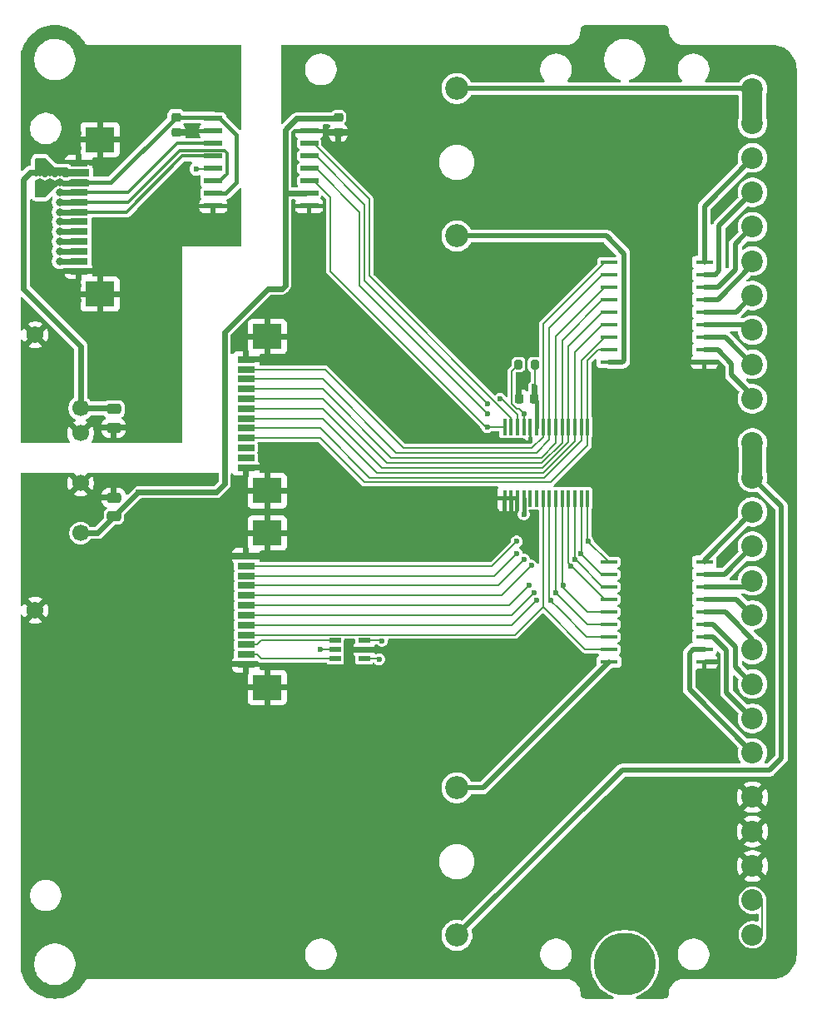
<source format=gbr>
%TF.GenerationSoftware,KiCad,Pcbnew,9.0.1*%
%TF.CreationDate,2025-04-28T12:51:49+03:00*%
%TF.ProjectId,PM_CNV-DQ16_src,504d5f43-4e56-42d4-9451-31365f737263,rev?*%
%TF.SameCoordinates,Original*%
%TF.FileFunction,Copper,L1,Top*%
%TF.FilePolarity,Positive*%
%FSLAX46Y46*%
G04 Gerber Fmt 4.6, Leading zero omitted, Abs format (unit mm)*
G04 Created by KiCad (PCBNEW 9.0.1) date 2025-04-28 12:51:49*
%MOMM*%
%LPD*%
G01*
G04 APERTURE LIST*
G04 Aperture macros list*
%AMRoundRect*
0 Rectangle with rounded corners*
0 $1 Rounding radius*
0 $2 $3 $4 $5 $6 $7 $8 $9 X,Y pos of 4 corners*
0 Add a 4 corners polygon primitive as box body*
4,1,4,$2,$3,$4,$5,$6,$7,$8,$9,$2,$3,0*
0 Add four circle primitives for the rounded corners*
1,1,$1+$1,$2,$3*
1,1,$1+$1,$4,$5*
1,1,$1+$1,$6,$7*
1,1,$1+$1,$8,$9*
0 Add four rect primitives between the rounded corners*
20,1,$1+$1,$2,$3,$4,$5,0*
20,1,$1+$1,$4,$5,$6,$7,0*
20,1,$1+$1,$6,$7,$8,$9,0*
20,1,$1+$1,$8,$9,$2,$3,0*%
G04 Aperture macros list end*
%TA.AperFunction,ComponentPad*%
%ADD10C,2.200000*%
%TD*%
%TA.AperFunction,SMDPad,CuDef*%
%ADD11R,1.716000X0.450800*%
%TD*%
%TA.AperFunction,ComponentPad*%
%ADD12C,2.350000*%
%TD*%
%TA.AperFunction,SMDPad,CuDef*%
%ADD13R,1.803400X0.635000*%
%TD*%
%TA.AperFunction,SMDPad,CuDef*%
%ADD14R,2.997200X2.590800*%
%TD*%
%TA.AperFunction,SMDPad,CuDef*%
%ADD15RoundRect,0.225000X0.225000X0.250000X-0.225000X0.250000X-0.225000X-0.250000X0.225000X-0.250000X0*%
%TD*%
%TA.AperFunction,SMDPad,CuDef*%
%ADD16R,1.181100X0.558800*%
%TD*%
%TA.AperFunction,SMDPad,CuDef*%
%ADD17RoundRect,0.225000X-0.250000X0.225000X-0.250000X-0.225000X0.250000X-0.225000X0.250000X0.225000X0*%
%TD*%
%TA.AperFunction,SMDPad,CuDef*%
%ADD18RoundRect,0.250000X-0.475000X0.250000X-0.475000X-0.250000X0.475000X-0.250000X0.475000X0.250000X0*%
%TD*%
%TA.AperFunction,SMDPad,CuDef*%
%ADD19RoundRect,0.250000X0.475000X-0.250000X0.475000X0.250000X-0.475000X0.250000X-0.475000X-0.250000X0*%
%TD*%
%TA.AperFunction,ComponentPad*%
%ADD20C,1.700000*%
%TD*%
%TA.AperFunction,SMDPad,CuDef*%
%ADD21R,0.431800X1.655601*%
%TD*%
%TA.AperFunction,SMDPad,CuDef*%
%ADD22R,1.854200X0.482600*%
%TD*%
%TA.AperFunction,SMDPad,CuDef*%
%ADD23RoundRect,0.200000X0.200000X0.275000X-0.200000X0.275000X-0.200000X-0.275000X0.200000X-0.275000X0*%
%TD*%
%TA.AperFunction,ComponentPad*%
%ADD24O,6.350000X6.350000*%
%TD*%
%TA.AperFunction,ComponentPad*%
%ADD25C,1.725000*%
%TD*%
%TA.AperFunction,ViaPad*%
%ADD26C,0.800000*%
%TD*%
%TA.AperFunction,ViaPad*%
%ADD27C,0.600000*%
%TD*%
%TA.AperFunction,Conductor*%
%ADD28C,0.600000*%
%TD*%
%TA.AperFunction,Conductor*%
%ADD29C,0.300000*%
%TD*%
%TA.AperFunction,Conductor*%
%ADD30C,0.200000*%
%TD*%
%TA.AperFunction,Conductor*%
%ADD31C,0.400000*%
%TD*%
%TA.AperFunction,Conductor*%
%ADD32C,0.500000*%
%TD*%
%TA.AperFunction,Conductor*%
%ADD33C,2.000000*%
%TD*%
G04 APERTURE END LIST*
D10*
%TO.P,J6,1,Pin_1*%
%TO.N,/PE*%
X35000000Y-43000000D03*
%TO.P,J6,2,Pin_2*%
X35000000Y-39500000D03*
%TO.P,J6,3,Pin_3*%
%TO.N,GND_CNV*%
X35000000Y-36000000D03*
%TO.P,J6,4,Pin_4*%
X35000000Y-32500000D03*
%TO.P,J6,5,Pin_5*%
X35000000Y-29000000D03*
%TD*%
D11*
%TO.P,U6,1,I1*%
%TO.N,/a.0_in*%
X20389202Y25400000D03*
%TO.P,U6,2,I2*%
%TO.N,/a.1_in*%
X20389202Y24130000D03*
%TO.P,U6,3,I3*%
%TO.N,/a.2_in*%
X20389202Y22860000D03*
%TO.P,U6,4,I4*%
%TO.N,/a.3_in*%
X20389202Y21590000D03*
%TO.P,U6,5,I5*%
%TO.N,/a.4_in*%
X20389202Y20320000D03*
%TO.P,U6,6,I6*%
%TO.N,/a.5_in*%
X20389202Y19050000D03*
%TO.P,U6,7,I7*%
%TO.N,/a.6_in*%
X20389202Y17780000D03*
%TO.P,U6,8,I8*%
%TO.N,/a.7_in*%
X20389202Y16510000D03*
%TO.P,U6,9,VCC*%
%TO.N,Net-(U6-VCC)*%
X20389202Y15240000D03*
%TO.P,U6,10,GND*%
%TO.N,GND_CNV*%
X30090798Y15240000D03*
%TO.P,U6,11,O8*%
%TO.N,/a.7_out*%
X30090798Y16510000D03*
%TO.P,U6,12,O7*%
%TO.N,/a.6_out*%
X30090798Y17780000D03*
%TO.P,U6,13,O6*%
%TO.N,/a.5_out*%
X30090798Y19050000D03*
%TO.P,U6,14,O5*%
%TO.N,/a.4_out*%
X30090798Y20320000D03*
%TO.P,U6,15,O4*%
%TO.N,/a.3_out*%
X30090798Y21590000D03*
%TO.P,U6,16,O3*%
%TO.N,/a.2_out*%
X30090798Y22860000D03*
%TO.P,U6,17,O2*%
%TO.N,/a.1_out*%
X30090798Y24130000D03*
%TO.P,U6,18,O1*%
%TO.N,/a.0_out*%
X30090798Y25400000D03*
%TD*%
D10*
%TO.P,J5,1,Pin_1*%
%TO.N,/b.7_out*%
X35000000Y-24500000D03*
%TO.P,J5,2,Pin_2*%
%TO.N,/b.6_out*%
X35000000Y-21000000D03*
%TO.P,J5,3,Pin_3*%
%TO.N,/b.5_out*%
X35000000Y-17500000D03*
%TO.P,J5,4,Pin_4*%
%TO.N,/b.4_out*%
X35000000Y-14000000D03*
%TO.P,J5,5,Pin_5*%
%TO.N,/b.3_out*%
X35000000Y-10500000D03*
%TO.P,J5,6,Pin_6*%
%TO.N,/b.2_out*%
X35000000Y-7000000D03*
%TO.P,J5,7,Pin_7*%
%TO.N,/b.1_out*%
X35000000Y-3500000D03*
%TO.P,J5,8,Pin_8*%
%TO.N,/b.0_out*%
X35000000Y0D03*
%TO.P,J5,9,Pin_9*%
%TO.N,+V_b*%
X35000000Y3500000D03*
%TO.P,J5,10,Pin_10*%
X35000000Y7000000D03*
%TD*%
%TO.P,J3,1,Pin_1*%
%TO.N,/a.7_out*%
X35000000Y11500000D03*
%TO.P,J3,2,Pin_2*%
%TO.N,/a.6_out*%
X35000000Y15000000D03*
%TO.P,J3,3,Pin_3*%
%TO.N,/a.5_out*%
X35000000Y18500000D03*
%TO.P,J3,4,Pin_4*%
%TO.N,/a.4_out*%
X35000000Y22000000D03*
%TO.P,J3,5,Pin_5*%
%TO.N,/a.3_out*%
X35000000Y25500000D03*
%TO.P,J3,6,Pin_6*%
%TO.N,/a.2_out*%
X35000000Y29000000D03*
%TO.P,J3,7,Pin_7*%
%TO.N,/a.1_out*%
X35000000Y32500000D03*
%TO.P,J3,8,Pin_8*%
%TO.N,/a.0_out*%
X35000000Y36000000D03*
%TO.P,J3,9,Pin_9*%
%TO.N,+V_a*%
X35000000Y39500000D03*
%TO.P,J3,10,Pin_10*%
X35000000Y43000000D03*
%TD*%
D12*
%TO.P,U8,1,1*%
%TO.N,Net-(U6-VCC)*%
X4920000Y28060000D03*
%TO.P,U8,2,2*%
%TO.N,+V_a*%
X4920000Y43060000D03*
%TD*%
D13*
%TO.P,J1,1,Pin_1*%
%TO.N,GND_MCU*%
X-33556000Y24500008D03*
%TO.P,J1,2,Pin_2*%
%TO.N,/INT*%
X-33556000Y25500006D03*
%TO.P,J1,3,Pin_3*%
%TO.N,/CS3*%
X-33556000Y26500004D03*
%TO.P,J1,4,Pin_4*%
%TO.N,/CS2*%
X-33556000Y27500002D03*
%TO.P,J1,5,Pin_5*%
%TO.N,/CS1*%
X-33556000Y28500000D03*
%TO.P,J1,6,Pin_6*%
%TO.N,/CS0*%
X-33556000Y29500000D03*
%TO.P,J1,7,Pin_7*%
%TO.N,/SCK*%
X-33556000Y30500000D03*
%TO.P,J1,8,Pin_8*%
%TO.N,/MISO*%
X-33556000Y31500000D03*
%TO.P,J1,9,Pin_9*%
%TO.N,/MOSI*%
X-33556000Y32499998D03*
%TO.P,J1,10,Pin_10*%
%TO.N,+3.3V_MCU*%
X-33556000Y33499996D03*
%TO.P,J1,11,Pin_11*%
%TO.N,+5V_MCU*%
X-33556000Y34499994D03*
%TO.P,J1,12,Pin_11*%
%TO.N,GND_MCU*%
X-33556000Y35499992D03*
D14*
%TO.P,J1,13,Pin_11*%
X-31385999Y22149997D03*
X-31385999Y37850003D03*
%TD*%
D15*
%TO.P,C7,1*%
%TO.N,+5V_CNV*%
X12775000Y11500000D03*
%TO.P,C7,2*%
%TO.N,GND_CNV*%
X11225000Y11500000D03*
%TD*%
D16*
%TO.P,U10,1,1A*%
%TO.N,/MISO_CNV*%
X-4533150Y-14950001D03*
%TO.P,U10,2,GND*%
%TO.N,GND_CNV*%
X-4533150Y-14000000D03*
%TO.P,U10,3,2A*%
%TO.N,/CS_CNV*%
X-4533150Y-13049999D03*
%TO.P,U10,4,2Y*%
%TO.N,/CS_LED*%
X-7466850Y-13049999D03*
%TO.P,U10,5,VCC*%
%TO.N,+5V_CNV*%
X-7466850Y-14000000D03*
%TO.P,U10,6,1Y*%
%TO.N,/MISO_LED*%
X-7466850Y-14950001D03*
%TD*%
D17*
%TO.P,C1,1*%
%TO.N,+3.3V_MCU*%
X-23655000Y40145000D03*
%TO.P,C1,2*%
%TO.N,GND_MCU*%
X-23655000Y38595000D03*
%TD*%
D18*
%TO.P,C3,1*%
%TO.N,+5V_MCU*%
X-30000000Y10450000D03*
%TO.P,C3,2*%
%TO.N,GND_MCU*%
X-30000000Y8550000D03*
%TD*%
D12*
%TO.P,U9,1,1*%
%TO.N,Net-(U7-VCC)*%
X4920000Y-28060000D03*
%TO.P,U9,2,2*%
%TO.N,+V_b*%
X4920000Y-43060000D03*
%TD*%
D13*
%TO.P,J4,1,Pin_1*%
%TO.N,GND_CNV*%
X-16556000Y-15499992D03*
%TO.P,J4,2,Pin_2*%
%TO.N,/MISO_LED*%
X-16556000Y-14499994D03*
%TO.P,J4,3,Pin_3*%
%TO.N,/CS_LED*%
X-16556000Y-13499996D03*
%TO.P,J4,4,Pin_4*%
%TO.N,/b.7_in*%
X-16556000Y-12499998D03*
%TO.P,J4,5,Pin_5*%
%TO.N,/b.6_in*%
X-16556000Y-11500000D03*
%TO.P,J4,6,Pin_6*%
%TO.N,/b.5_in*%
X-16556000Y-10500000D03*
%TO.P,J4,7,Pin_7*%
%TO.N,/b.4_in*%
X-16556000Y-9500000D03*
%TO.P,J4,8,Pin_8*%
%TO.N,/b.3_in*%
X-16556000Y-8500000D03*
%TO.P,J4,9,Pin_9*%
%TO.N,/b.2_in*%
X-16556000Y-7500002D03*
%TO.P,J4,10,Pin_10*%
%TO.N,/b.1_in*%
X-16556000Y-6500004D03*
%TO.P,J4,11,Pin_11*%
%TO.N,/b.0_in*%
X-16556000Y-5500006D03*
%TO.P,J4,12,Pin_11*%
%TO.N,GND_CNV*%
X-16556000Y-4500008D03*
D14*
%TO.P,J4,13,Pin_11*%
X-14385999Y-17850003D03*
X-14385999Y-2149997D03*
%TD*%
D19*
%TO.P,C4,1*%
%TO.N,+5V_CNV*%
X-30000000Y-450000D03*
%TO.P,C4,2*%
%TO.N,GND_CNV*%
X-30000000Y1450000D03*
%TD*%
D11*
%TO.P,U7,1,I1*%
%TO.N,/b.0_in*%
X20389202Y-5080000D03*
%TO.P,U7,2,I2*%
%TO.N,/b.1_in*%
X20389202Y-6350000D03*
%TO.P,U7,3,I3*%
%TO.N,/b.2_in*%
X20389202Y-7620000D03*
%TO.P,U7,4,I4*%
%TO.N,/b.3_in*%
X20389202Y-8890000D03*
%TO.P,U7,5,I5*%
%TO.N,/b.4_in*%
X20389202Y-10160000D03*
%TO.P,U7,6,I6*%
%TO.N,/b.5_in*%
X20389202Y-11430000D03*
%TO.P,U7,7,I7*%
%TO.N,/b.6_in*%
X20389202Y-12700000D03*
%TO.P,U7,8,I8*%
%TO.N,/b.7_in*%
X20389202Y-13970000D03*
%TO.P,U7,9,VCC*%
%TO.N,Net-(U7-VCC)*%
X20389202Y-15240000D03*
%TO.P,U7,10,GND*%
%TO.N,GND_CNV*%
X30090798Y-15240000D03*
%TO.P,U7,11,O8*%
%TO.N,/b.7_out*%
X30090798Y-13970000D03*
%TO.P,U7,12,O7*%
%TO.N,/b.6_out*%
X30090798Y-12700000D03*
%TO.P,U7,13,O6*%
%TO.N,/b.5_out*%
X30090798Y-11430000D03*
%TO.P,U7,14,O5*%
%TO.N,/b.4_out*%
X30090798Y-10160000D03*
%TO.P,U7,15,O4*%
%TO.N,/b.3_out*%
X30090798Y-8890000D03*
%TO.P,U7,16,O3*%
%TO.N,/b.2_out*%
X30090798Y-7620000D03*
%TO.P,U7,17,O2*%
%TO.N,/b.1_out*%
X30090798Y-6350000D03*
%TO.P,U7,18,O1*%
%TO.N,/b.0_out*%
X30090798Y-5080000D03*
%TD*%
D20*
%TO.P,PS1,1,Vin*%
%TO.N,+5V_MCU*%
X-33375000Y10540000D03*
%TO.P,PS1,2,GND*%
%TO.N,GND_MCU*%
X-33375000Y8000000D03*
%TO.P,PS1,4,0V*%
%TO.N,GND_CNV*%
X-33375000Y2920000D03*
%TO.P,PS1,6,+V*%
%TO.N,+5V_CNV*%
X-33375000Y-2160000D03*
%TD*%
D21*
%TO.P,U3,1,GPB0*%
%TO.N,/a.7_in*%
X18225000Y8627801D03*
%TO.P,U3,2,GPB1*%
%TO.N,/a.6_in*%
X17574999Y8627801D03*
%TO.P,U3,3,GPB2*%
%TO.N,/a.5_in*%
X16925000Y8627801D03*
%TO.P,U3,4,GPB3*%
%TO.N,/a.4_in*%
X16274999Y8627801D03*
%TO.P,U3,5,GPB4*%
%TO.N,/a.3_in*%
X15625001Y8627801D03*
%TO.P,U3,6,GPB5*%
%TO.N,/a.2_in*%
X14974999Y8627801D03*
%TO.P,U3,7,GPB6*%
%TO.N,/a.1_in*%
X14325001Y8627801D03*
%TO.P,U3,8,GPB7*%
%TO.N,/a.0_in*%
X13675002Y8627801D03*
%TO.P,U3,9,VDD*%
%TO.N,+5V_CNV*%
X13025001Y8627801D03*
%TO.P,U3,10,VSS*%
%TO.N,GND_CNV*%
X12375002Y8627801D03*
%TO.P,U3,11,~{CS}*%
%TO.N,/CS_CNV*%
X11725001Y8627801D03*
%TO.P,U3,12,SCK*%
%TO.N,/SCK_CNV*%
X11075002Y8627801D03*
%TO.P,U3,13,SI*%
%TO.N,/MOSI_CNV*%
X10425001Y8627801D03*
%TO.P,U3,14,SO*%
%TO.N,/MISO_CNV*%
X9775002Y8627801D03*
%TO.P,U3,15,A0*%
%TO.N,GND_CNV*%
X9775000Y1372199D03*
%TO.P,U3,16,A1*%
X10425001Y1372199D03*
%TO.P,U3,17,A2*%
X11075000Y1372199D03*
%TO.P,U3,18,~{RESET}*%
%TO.N,+5V_CNV*%
X11725001Y1372199D03*
%TO.P,U3,19,INTB*%
%TO.N,unconnected-(U3-INTB-Pad19)*%
X12374999Y1372199D03*
%TO.P,U3,20,INTA*%
%TO.N,unconnected-(U3-INTA-Pad20)*%
X13025001Y1372199D03*
%TO.P,U3,21,GPA0*%
%TO.N,/b.7_in*%
X13674999Y1372199D03*
%TO.P,U3,22,GPA1*%
%TO.N,/b.6_in*%
X14325001Y1372199D03*
%TO.P,U3,23,GPA2*%
%TO.N,/b.5_in*%
X14974999Y1372199D03*
%TO.P,U3,24,GPA3*%
%TO.N,/b.4_in*%
X15625001Y1372199D03*
%TO.P,U3,25,GPA4*%
%TO.N,/b.3_in*%
X16274999Y1372199D03*
%TO.P,U3,26,GPA5*%
%TO.N,/b.2_in*%
X16925000Y1372199D03*
%TO.P,U3,27,GPA6*%
%TO.N,/b.1_in*%
X17574999Y1372199D03*
%TO.P,U3,28,GPA7*%
%TO.N,/b.0_in*%
X18225000Y1372199D03*
%TD*%
D22*
%TO.P,U4,1,VDD*%
%TO.N,+3.3V_MCU*%
X-19876800Y40005000D03*
%TO.P,U4,2,GNDA*%
%TO.N,GND_MCU*%
X-19876800Y38735000D03*
%TO.P,U4,3,VI1*%
%TO.N,/MOSI*%
X-19876800Y37465000D03*
%TO.P,U4,4,VI2*%
%TO.N,/SCK*%
X-19876800Y36195000D03*
%TO.P,U4,5,VI3*%
%TO.N,/CS*%
X-19876800Y34925000D03*
%TO.P,U4,6,VO4*%
%TO.N,/MISO*%
X-19876800Y33655000D03*
%TO.P,U4,7,ENA*%
%TO.N,+3.3V_MCU*%
X-19876800Y32385000D03*
%TO.P,U4,8,GNDA*%
%TO.N,GND_MCU*%
X-19876800Y31115000D03*
%TO.P,U4,9,GNDB*%
%TO.N,GND_CNV*%
X-10123200Y31115000D03*
%TO.P,U4,10,ENB*%
%TO.N,+5V_CNV*%
X-10123200Y32385000D03*
%TO.P,U4,11,VI4*%
%TO.N,/MISO_CNV*%
X-10123200Y33655000D03*
%TO.P,U4,12,VO3*%
%TO.N,/CS_CNV*%
X-10123200Y34925000D03*
%TO.P,U4,13,VO2*%
%TO.N,/SCK_CNV*%
X-10123200Y36195000D03*
%TO.P,U4,14,VO1*%
%TO.N,/MOSI_CNV*%
X-10123200Y37465000D03*
%TO.P,U4,15,GNDB*%
%TO.N,GND_CNV*%
X-10123200Y38735000D03*
%TO.P,U4,16,VISO*%
%TO.N,+5V_CNV*%
X-10123200Y40005000D03*
%TD*%
D13*
%TO.P,J2,1,Pin_1*%
%TO.N,GND_CNV*%
X-16556000Y4500008D03*
%TO.P,J2,2,Pin_2*%
%TO.N,unconnected-(J2-Pin_2-Pad2)*%
X-16556000Y5500006D03*
%TO.P,J2,3,Pin_3*%
%TO.N,unconnected-(J2-Pin_3-Pad3)*%
X-16556000Y6500004D03*
%TO.P,J2,4,Pin_4*%
%TO.N,/a.7_in*%
X-16556000Y7500002D03*
%TO.P,J2,5,Pin_5*%
%TO.N,/a.6_in*%
X-16556000Y8500000D03*
%TO.P,J2,6,Pin_6*%
%TO.N,/a.5_in*%
X-16556000Y9500000D03*
%TO.P,J2,7,Pin_7*%
%TO.N,/a.4_in*%
X-16556000Y10500000D03*
%TO.P,J2,8,Pin_8*%
%TO.N,/a.3_in*%
X-16556000Y11500000D03*
%TO.P,J2,9,Pin_9*%
%TO.N,/a.2_in*%
X-16556000Y12499998D03*
%TO.P,J2,10,Pin_10*%
%TO.N,/a.1_in*%
X-16556000Y13499996D03*
%TO.P,J2,11,Pin_11*%
%TO.N,/a.0_in*%
X-16556000Y14499994D03*
%TO.P,J2,12,Pin_11*%
%TO.N,GND_CNV*%
X-16556000Y15499992D03*
D14*
%TO.P,J2,13,Pin_11*%
X-14385999Y2149997D03*
X-14385999Y17850003D03*
%TD*%
D23*
%TO.P,R1,1*%
%TO.N,+5V_CNV*%
X12825000Y15000000D03*
%TO.P,R1,2*%
%TO.N,/CS_CNV*%
X11175000Y15000000D03*
%TD*%
D17*
%TO.P,C2,1*%
%TO.N,+5V_CNV*%
X-7145000Y40145000D03*
%TO.P,C2,2*%
%TO.N,GND_CNV*%
X-7145000Y38595000D03*
%TD*%
D24*
%TO.P,PE1,1*%
%TO.N,/PE*%
X22000000Y-46000000D03*
%TD*%
D25*
%TO.P,U2,1*%
%TO.N,GND_MCU*%
X-38000000Y18000000D03*
%TD*%
%TO.P,U5,1*%
%TO.N,GND_CNV*%
X-38000000Y-10000000D03*
%TD*%
D26*
%TO.N,/MOSI*%
X-35500000Y32500000D03*
D27*
%TO.N,/CS*%
X-21600000Y34900000D03*
D26*
%TO.N,/MISO*%
X-35500000Y31500000D03*
D27*
%TO.N,GND_MCU*%
X-31500000Y40000000D03*
X-33000000Y20000000D03*
X-30000000Y20000000D03*
X-31500000Y20000000D03*
X-22264264Y38664291D03*
X-33000000Y40000000D03*
X-33500000Y23000000D03*
X-33500000Y38500000D03*
X-30000000Y40000000D03*
X-33500000Y21500000D03*
X-33500000Y37000000D03*
D26*
%TO.N,/SCK*%
X-35500000Y30500000D03*
%TO.N,+3.3V_MCU*%
X-37500000Y32500000D03*
X-36500000Y33500000D03*
X-37500000Y33500000D03*
X-35500000Y33500000D03*
D27*
%TO.N,+5V_CNV*%
X12775000Y12750000D03*
X-27500000Y2000000D03*
X-26500000Y2000000D03*
X-25500000Y2000000D03*
X11725001Y-250000D03*
X-9000000Y-14000000D03*
X-24500000Y2000000D03*
D26*
%TO.N,/CS3*%
X-35500000Y26500000D03*
%TO.N,/CS0*%
X-35500000Y29500000D03*
%TO.N,/CS1*%
X-35500000Y28500000D03*
%TO.N,/CS2*%
X-35500000Y27500000D03*
%TO.N,+5V_MCU*%
X-37500000Y35500000D03*
X-37500000Y34500000D03*
X-35500000Y34500000D03*
X-36500000Y34500000D03*
%TO.N,GND_CNV*%
X-5000000Y37000000D03*
X-11500000Y21500000D03*
X-37000000Y2000000D03*
D27*
X29685000Y-16510000D03*
D26*
X-3000000Y39000000D03*
X-12500000Y20500000D03*
X-36000000Y1000000D03*
X-38000000Y3000000D03*
X-3000000Y37000000D03*
X-38000000Y1000000D03*
X-5000000Y39000000D03*
D27*
X30955000Y-16510000D03*
D26*
X-36000000Y3000000D03*
X-10500000Y20500000D03*
X-4000000Y38000000D03*
D27*
X30320000Y-17780000D03*
%TO.N,/b.0_in*%
X11000000Y-3000000D03*
X18250000Y-3000000D03*
%TO.N,/b.5_in*%
X12750000Y-8250000D03*
X15000000Y-8250000D03*
%TO.N,/b.6_in*%
X14500000Y-9000000D03*
X13002983Y-9008949D03*
%TO.N,/b.2_in*%
X16945687Y-4850000D03*
X11750000Y-4850000D03*
%TO.N,/b.1_in*%
X17525000Y-4250000D03*
X11000000Y-4250000D03*
%TO.N,/b.4_in*%
X15750000Y-7500000D03*
X12250000Y-7500000D03*
%TO.N,/b.3_in*%
X12500000Y-5450000D03*
X16503407Y-5516627D03*
D26*
%TO.N,/INT*%
X-35500000Y25500000D03*
D27*
%TO.N,/MISO_CNV*%
X-3000000Y-15000000D03*
X8000000Y8627801D03*
%TO.N,/SCK_CNV*%
X8000000Y11000000D03*
X9300000Y11500000D03*
%TO.N,/CS_CNV*%
X8000000Y10000000D03*
X11725001Y10000000D03*
X-2700001Y-13099998D03*
%TD*%
D28*
%TO.N,/MOSI*%
X-33556000Y32499998D02*
X-35499998Y32499998D01*
D29*
X-28500002Y32499998D02*
X-23535000Y37465000D01*
X-33556000Y32499998D02*
X-28500002Y32499998D01*
D28*
X-35499998Y32499998D02*
X-35500000Y32500000D01*
D29*
X-23535000Y37465000D02*
X-19876800Y37465000D01*
D30*
%TO.N,/CS*%
X-21600000Y34900000D02*
X-19901800Y34900000D01*
X-19901800Y34900000D02*
X-19876800Y34925000D01*
D28*
%TO.N,/MISO*%
X-33556000Y31500000D02*
X-35500000Y31500000D01*
D29*
X-28568905Y31500000D02*
X-23331605Y36737300D01*
D30*
X-19378400Y33655000D02*
X-19876800Y33655000D01*
D29*
X-33556000Y31500000D02*
X-28568905Y31500000D01*
X-18500000Y34346000D02*
X-19191000Y33655000D01*
X-18500000Y36500000D02*
X-18500000Y34346000D01*
X-18737300Y36737300D02*
X-18500000Y36500000D01*
X-19191000Y33655000D02*
X-19876800Y33655000D01*
X-23331605Y36737300D02*
X-18737300Y36737300D01*
%TO.N,/SCK*%
X-23020548Y36195000D02*
X-19876800Y36195000D01*
D28*
X-33556000Y30500000D02*
X-35500000Y30500000D01*
D29*
X-28715548Y30500000D02*
X-23020548Y36195000D01*
X-33556000Y30500000D02*
X-28715548Y30500000D01*
D31*
%TO.N,+3.3V_MCU*%
X-33556000Y33499996D02*
X-30300004Y33499996D01*
X-23655000Y40145000D02*
X-20016800Y40145000D01*
X-19191000Y40005000D02*
X-17500000Y38314000D01*
X-30300004Y33499996D02*
X-23655000Y40145000D01*
X-20016800Y40145000D02*
X-19876800Y40005000D01*
D30*
X-33759400Y33500000D02*
X-33759400Y33688400D01*
X-33157700Y33500000D02*
X-33759400Y33500000D01*
X-23515000Y40005000D02*
X-23655000Y40145000D01*
D31*
X-17500000Y38314000D02*
X-17500000Y33500000D01*
X-18615000Y32385000D02*
X-19876800Y32385000D01*
X-17500000Y33500000D02*
X-18615000Y32385000D01*
X-19876800Y40005000D02*
X-19191000Y40005000D01*
D30*
X-20276800Y40005000D02*
X-19605000Y40005000D01*
%TO.N,+5V_CNV*%
X12825000Y15000000D02*
X12825000Y12800000D01*
X-7466850Y-14000000D02*
X-9000000Y-14000000D01*
D28*
X-12560000Y23015736D02*
X-12560000Y32500000D01*
D31*
X13025001Y11249999D02*
X12775000Y11500000D01*
D28*
X-12560000Y38866600D02*
X-11421600Y40005000D01*
X-27500000Y2000000D02*
X-19575736Y2000000D01*
X-12560000Y32500000D02*
X-12560000Y38866600D01*
X-10523200Y32385000D02*
X-12445000Y32385000D01*
X-19575736Y2000000D02*
X-18700000Y2875736D01*
X12775000Y12750000D02*
X12775000Y11500000D01*
X-12875736Y22700000D02*
X-12560000Y23015736D01*
X-10123200Y40005000D02*
X-7285000Y40005000D01*
X-7285000Y40005000D02*
X-7145000Y40145000D01*
D30*
X12825000Y12800000D02*
X12775000Y12750000D01*
D28*
X-33375000Y-2160000D02*
X-31660000Y-2160000D01*
X-11421600Y40005000D02*
X-10123200Y40005000D01*
D31*
X11725001Y-250000D02*
X11725001Y1372199D01*
D28*
X-14300000Y22700000D02*
X-12875736Y22700000D01*
X-31660000Y-2160000D02*
X-27500000Y2000000D01*
X-18700000Y18300000D02*
X-14300000Y22700000D01*
X-12445000Y32385000D02*
X-12560000Y32500000D01*
X-18700000Y2875736D02*
X-18700000Y18300000D01*
D31*
X13025001Y8627801D02*
X13025001Y11249999D01*
D28*
%TO.N,/CS3*%
X-33556000Y26500004D02*
X-35499996Y26500004D01*
X-33556004Y26500000D02*
X-33556000Y26500004D01*
X-35499996Y26500004D02*
X-35500000Y26500000D01*
D30*
%TO.N,/CS0*%
X-33759400Y29416400D02*
X-33759400Y29500000D01*
D28*
X-33556000Y29500000D02*
X-35500000Y29500000D01*
%TO.N,/CS1*%
X-33556000Y28500000D02*
X-35500000Y28500000D01*
%TO.N,/CS2*%
X-33556000Y27500002D02*
X-35499998Y27500002D01*
X-33556002Y27500000D02*
X-33556000Y27500002D01*
X-35499998Y27500002D02*
X-35500000Y27500000D01*
%TO.N,+5V_MCU*%
X-37500000Y34500000D02*
X-38500000Y34500000D01*
X-33375000Y10540000D02*
X-30090000Y10540000D01*
X-38500000Y34500000D02*
X-39200000Y33800000D01*
X-33375000Y16875000D02*
X-33375000Y10540000D01*
X-30090000Y10540000D02*
X-30000000Y10450000D01*
X-39200000Y33800000D02*
X-39200000Y22700000D01*
X-39200000Y22700000D02*
X-33375000Y16875000D01*
D30*
%TO.N,/a.0_in*%
X13675002Y8627801D02*
X13675002Y19099200D01*
X-8499994Y14499994D02*
X-16556000Y14499994D01*
X13675002Y7634100D02*
X12540902Y6500000D01*
X-500000Y6500000D02*
X-8499994Y14499994D01*
X12540902Y6500000D02*
X-500000Y6500000D01*
X13675002Y8627801D02*
X13675002Y7634100D01*
X19975802Y25400000D02*
X20389202Y25400000D01*
X13675002Y19099200D02*
X19975802Y25400000D01*
%TO.N,/b.0_in*%
X18225000Y-2945399D02*
X20359601Y-5080000D01*
X8499994Y-5500006D02*
X-16556000Y-5500006D01*
X20359601Y-5080000D02*
X20389202Y-5080000D01*
X11000000Y-3000000D02*
X8499994Y-5500006D01*
X18225000Y1372199D02*
X18225000Y-2945399D01*
%TO.N,/b.7_in*%
X17970000Y-13970000D02*
X20389202Y-13970000D01*
X-16556000Y-12499998D02*
X10850000Y-12499998D01*
X13674999Y-9674999D02*
X17970000Y-13970000D01*
X10850000Y-12499998D02*
X13674999Y-9674999D01*
X13674999Y1372199D02*
X13674999Y-9674999D01*
%TO.N,/b.5_in*%
X-16556000Y-10500000D02*
X10500000Y-10500000D01*
X10500000Y-10500000D02*
X12750000Y-8250000D01*
X14974999Y-8224999D02*
X15500000Y-8750000D01*
X15500000Y-8750000D02*
X18180000Y-11430000D01*
X18180000Y-11430000D02*
X20389202Y-11430000D01*
X14974999Y1372199D02*
X14974999Y-8224999D01*
%TO.N,/a.2_in*%
X-16556000Y12499998D02*
X-8749998Y12499998D01*
X14974999Y8627801D02*
X15000000Y8652802D01*
X19975802Y22860000D02*
X20389202Y22860000D01*
X13500000Y5500000D02*
X14974999Y6974999D01*
X15000000Y8652802D02*
X15000000Y17884198D01*
X15000000Y17884198D02*
X19975802Y22860000D01*
X14974999Y6974999D02*
X14974999Y8627801D01*
X-1750000Y5500000D02*
X13500000Y5500000D01*
X-8749998Y12499998D02*
X-1750000Y5500000D01*
%TO.N,/b.6_in*%
X-16556000Y-11500000D02*
X10511932Y-11500000D01*
X14325001Y1372199D02*
X14325001Y-8884885D01*
X15470058Y-10029942D02*
X18140116Y-12700000D01*
X10511932Y-11500000D02*
X13002983Y-9008949D01*
X14325001Y-8884885D02*
X15470058Y-10029942D01*
X18140116Y-12700000D02*
X20389202Y-12700000D01*
%TO.N,/a.3_in*%
X15625001Y8627801D02*
X15625001Y17458399D01*
X-16556000Y11500000D02*
X-8750000Y11500000D01*
X19756602Y21590000D02*
X20389202Y21590000D01*
X13565686Y5000000D02*
X15625001Y7059315D01*
X-2250000Y5000000D02*
X13565686Y5000000D01*
X15625001Y17458399D02*
X19756602Y21590000D01*
X15625001Y7059315D02*
X15625001Y8627801D01*
X-8750000Y11500000D02*
X-2250000Y5000000D01*
%TO.N,/a.5_in*%
X13697057Y4000000D02*
X16925000Y7227943D01*
X-16556000Y9500000D02*
X-8750000Y9500000D01*
X16925000Y16218398D02*
X19756602Y19050000D01*
X-8750000Y9500000D02*
X-3250000Y4000000D01*
X-3250000Y4000000D02*
X13697057Y4000000D01*
X19756602Y19050000D02*
X20389202Y19050000D01*
X16925000Y7227943D02*
X16925000Y8627801D01*
X16925000Y8627801D02*
X16925000Y16218398D01*
%TO.N,/a.7_in*%
X-4500000Y3000000D02*
X14500000Y3000000D01*
X14500000Y3000000D02*
X18225000Y6725000D01*
X19331202Y16510000D02*
X20389202Y16510000D01*
X-16556000Y7500002D02*
X-9000002Y7500002D01*
X18225000Y15403798D02*
X19331202Y16510000D01*
X18225000Y8627801D02*
X18225000Y15403798D01*
X18225000Y6725000D02*
X18225000Y8627801D01*
X-9000002Y7500002D02*
X-4500000Y3000000D01*
%TO.N,/b.2_in*%
X16925000Y1372199D02*
X16925000Y-4788398D01*
X17318301Y-5181699D02*
X19756602Y-7620000D01*
X19756602Y-7620000D02*
X20389202Y-7620000D01*
X16925000Y-4788398D02*
X17318301Y-5181699D01*
X-16556000Y-7500002D02*
X9099998Y-7500002D01*
X9099998Y-7500002D02*
X11750000Y-4850000D01*
%TO.N,/b.1_in*%
X17574999Y1372199D02*
X17574999Y-4324999D01*
X17574999Y-4324999D02*
X19600000Y-6350000D01*
X19600000Y-6350000D02*
X20389202Y-6350000D01*
X11000000Y-4250000D02*
X8749996Y-6500004D01*
X8749996Y-6500004D02*
X-16556000Y-6500004D01*
%TO.N,/b.4_in*%
X15625001Y-7625001D02*
X18160000Y-10160000D01*
X15625001Y1372199D02*
X15625001Y-7625001D01*
X10250000Y-9500000D02*
X12250000Y-7500000D01*
X-16556000Y-9500000D02*
X10250000Y-9500000D01*
X18160000Y-10160000D02*
X20389202Y-10160000D01*
%TO.N,/a.4_in*%
X13631371Y4500000D02*
X16274999Y7143628D01*
X16274999Y7143628D02*
X16274999Y8627801D01*
X19756602Y20320000D02*
X20389202Y20320000D01*
X-8750000Y10500000D02*
X-2750000Y4500000D01*
X16274999Y16838397D02*
X19756602Y20320000D01*
X-2750000Y4500000D02*
X13631371Y4500000D01*
X-16556000Y10500000D02*
X-8750000Y10500000D01*
X16274999Y8627801D02*
X16274999Y16838397D01*
%TO.N,/a.6_in*%
X13762743Y3500000D02*
X17574999Y7312256D01*
X-9000000Y8500000D02*
X-4000000Y3500000D01*
X17574999Y7312256D02*
X17574999Y8627801D01*
X-16556000Y8500000D02*
X-9000000Y8500000D01*
X17574999Y8627801D02*
X17574999Y15379197D01*
X17574999Y15379197D02*
X19975802Y17780000D01*
X19975802Y17780000D02*
X20389202Y17780000D01*
X-4000000Y3500000D02*
X13762743Y3500000D01*
%TO.N,/b.3_in*%
X9450000Y-8500000D02*
X12500000Y-5450000D01*
X19975802Y-8890000D02*
X20389202Y-8890000D01*
X-16556000Y-8500000D02*
X9450000Y-8500000D01*
X16274999Y1372199D02*
X16274999Y-5189197D01*
X16274999Y-5189197D02*
X19975802Y-8890000D01*
%TO.N,/a.1_in*%
X-8749996Y13499996D02*
X-1250000Y6000000D01*
X-1250000Y6000000D02*
X13000000Y6000000D01*
X19756602Y24130000D02*
X20389202Y24130000D01*
X13000000Y6000000D02*
X14325001Y7325001D01*
X14325001Y8627801D02*
X14325001Y18698399D01*
X14325001Y18698399D02*
X19756602Y24130000D01*
X-16556000Y13499996D02*
X-8749996Y13499996D01*
X14325001Y7325001D02*
X14325001Y8627801D01*
D32*
%TO.N,/a.1_out*%
X31598798Y24524600D02*
X31598798Y29098798D01*
X31204198Y24130000D02*
X31598798Y24524600D01*
X30090798Y24130000D02*
X31204198Y24130000D01*
X31598798Y29098798D02*
X35000000Y32500000D01*
%TO.N,/a.3_out*%
X30090798Y21590000D02*
X31451590Y21590000D01*
X35000000Y25138410D02*
X35000000Y25500000D01*
X31451590Y21590000D02*
X35000000Y25138410D01*
%TO.N,/a.0_out*%
X30090798Y31090798D02*
X35000000Y36000000D01*
X30090798Y25400000D02*
X30090798Y31090798D01*
%TO.N,/a.7_out*%
X32860000Y15098798D02*
X32860000Y13970000D01*
X32860000Y13970000D02*
X35000000Y11830000D01*
X35000000Y11830000D02*
X35000000Y11500000D01*
X31448798Y16510000D02*
X32860000Y15098798D01*
X30090798Y16510000D02*
X31448798Y16510000D01*
%TO.N,/a.6_out*%
X32220000Y17780000D02*
X35000000Y15000000D01*
X30090798Y17780000D02*
X32220000Y17780000D01*
%TO.N,/a.4_out*%
X33320000Y20320000D02*
X35000000Y22000000D01*
X30090798Y20320000D02*
X33320000Y20320000D01*
%TO.N,/a.2_out*%
X31448798Y22860000D02*
X33250000Y24661202D01*
X30090798Y22860000D02*
X31448798Y22860000D01*
X33250000Y27250000D02*
X35000000Y29000000D01*
X33250000Y24661202D02*
X33250000Y27250000D01*
%TO.N,/a.5_out*%
X34450000Y19050000D02*
X35000000Y18500000D01*
X30090798Y19050000D02*
X34450000Y19050000D01*
%TO.N,/b.3_out*%
X33390000Y-8890000D02*
X35000000Y-10500000D01*
X30090798Y-8890000D02*
X33390000Y-8890000D01*
%TO.N,/b.5_out*%
X30955000Y-11430000D02*
X33250000Y-13725000D01*
X30090798Y-11430000D02*
X30955000Y-11430000D01*
X33250000Y-15750000D02*
X35000000Y-17500000D01*
X33250000Y-13725000D02*
X33250000Y-15750000D01*
%TO.N,/b.4_out*%
X33250000Y-11224874D02*
X34275126Y-12250000D01*
X30090798Y-10160000D02*
X32225000Y-10160000D01*
X33250000Y-11185000D02*
X33250000Y-11224874D01*
X35000000Y-12935000D02*
X35000000Y-14000000D01*
X34315000Y-12250000D02*
X35000000Y-12935000D01*
X32225000Y-10160000D02*
X33250000Y-11185000D01*
X34275126Y-12250000D02*
X34315000Y-12250000D01*
%TO.N,/b.2_out*%
X30090798Y-7620000D02*
X34380000Y-7620000D01*
X34380000Y-7620000D02*
X35000000Y-7000000D01*
%TO.N,/b.0_out*%
X30090798Y-5080000D02*
X30090798Y-4909202D01*
X30090798Y-4909202D02*
X35000000Y0D01*
%TO.N,/b.1_out*%
X30090798Y-6350000D02*
X32150000Y-6350000D01*
X32150000Y-6350000D02*
X35000000Y-3500000D01*
%TO.N,/b.7_out*%
X28582798Y-14364600D02*
X28582798Y-18082798D01*
X28582798Y-18082798D02*
X35000000Y-24500000D01*
X30090798Y-13970000D02*
X28977398Y-13970000D01*
X28977398Y-13970000D02*
X28582798Y-14364600D01*
%TO.N,/b.6_out*%
X32350000Y-14097792D02*
X32350000Y-18350000D01*
X32350000Y-18350000D02*
X35000000Y-21000000D01*
X30952208Y-12700000D02*
X32350000Y-14097792D01*
X30090798Y-12700000D02*
X30952208Y-12700000D01*
D30*
%TO.N,/PE*%
X36000000Y-39500000D02*
X36000000Y-43000000D01*
D33*
%TO.N,+V_a*%
X35000000Y43000000D02*
X35000000Y39500000D01*
D32*
X4980000Y43000000D02*
X4920000Y43060000D01*
X4920000Y43060000D02*
X34940000Y43060000D01*
X34940000Y43060000D02*
X35000000Y43000000D01*
%TO.N,+V_b*%
X36724874Y-26250000D02*
X37940000Y-25034874D01*
D33*
X35000000Y7000000D02*
X35000000Y3500000D01*
D32*
X21730000Y-26250000D02*
X36724874Y-26250000D01*
X37940000Y560000D02*
X35000000Y3500000D01*
X4920000Y-43060000D02*
X21730000Y-26250000D01*
X37940000Y-25034874D02*
X37940000Y560000D01*
%TO.N,Net-(U6-VCC)*%
X21897202Y15390000D02*
X21747202Y15240000D01*
X4920000Y28060000D02*
X20112602Y28060000D01*
X20112602Y28060000D02*
X21897202Y26275400D01*
X21747202Y15240000D02*
X20389202Y15240000D01*
X21897202Y26275400D02*
X21897202Y15390000D01*
%TO.N,Net-(U7-VCC)*%
X7569202Y-28060000D02*
X20389202Y-15240000D01*
X4920000Y-28060000D02*
X7569202Y-28060000D01*
D28*
%TO.N,/INT*%
X-33556000Y25500006D02*
X-35499994Y25500006D01*
X-33556006Y25500000D02*
X-33556000Y25500006D01*
X-35499994Y25500006D02*
X-35500000Y25500000D01*
D30*
%TO.N,/MISO_LED*%
X-16556000Y-14499994D02*
X-15454300Y-14499994D01*
X-15454300Y-14499994D02*
X-15004293Y-14950001D01*
X-15004293Y-14950001D02*
X-7466850Y-14950001D01*
%TO.N,/CS_LED*%
X-15004303Y-13049999D02*
X-7466850Y-13049999D01*
X-16556000Y-13499996D02*
X-15454300Y-13499996D01*
X-15454300Y-13499996D02*
X-15004303Y-13049999D01*
%TO.N,/MOSI_CNV*%
X-4000000Y31840200D02*
X-4000000Y24000000D01*
X10425001Y9574999D02*
X10425001Y8627801D01*
X-10123200Y37465000D02*
X-9624800Y37465000D01*
X-4000000Y24000000D02*
X10425001Y9574999D01*
X-9624800Y37465000D02*
X-4000000Y31840200D01*
%TO.N,/MISO_CNV*%
X-9624800Y33655000D02*
X-8000000Y32030200D01*
X-8000000Y24500000D02*
X7872199Y8627801D01*
X-8000000Y32030200D02*
X-8000000Y24500000D01*
X-3049999Y-14950001D02*
X-4533150Y-14950001D01*
X-3000000Y-15000000D02*
X-3049999Y-14950001D01*
X8000000Y8627801D02*
X9775002Y8627801D01*
X7872199Y8627801D02*
X8000000Y8627801D01*
X-10123200Y33655000D02*
X-9624800Y33655000D01*
%TO.N,/SCK_CNV*%
X-4500000Y23500000D02*
X-4500000Y31257600D01*
X9500000Y11500000D02*
X11075002Y9924998D01*
X-4500000Y31257600D02*
X-9437400Y36195000D01*
X11075002Y9924998D02*
X11075002Y8627801D01*
X-9437400Y36195000D02*
X-10123200Y36195000D01*
X8000000Y11000000D02*
X-4500000Y23500000D01*
X9300000Y11500000D02*
X9500000Y11500000D01*
%TO.N,/CS_CNV*%
X10474000Y14299000D02*
X11175000Y15000000D01*
X11225001Y10500000D02*
X11000000Y10500000D01*
X-5000000Y23000000D02*
X-5000000Y30487600D01*
X-5000000Y30487600D02*
X-9437400Y34925000D01*
X11725001Y10000000D02*
X11725001Y8627801D01*
X8000000Y10000000D02*
X-5000000Y23000000D01*
X-9437400Y34925000D02*
X-10123200Y34925000D01*
X-2700001Y-13099998D02*
X-2750000Y-13049999D01*
X10474000Y11026000D02*
X10474000Y14299000D01*
X-2750000Y-13049999D02*
X-4533150Y-13049999D01*
X11000000Y10500000D02*
X10474000Y11026000D01*
X11725001Y10000000D02*
X11225001Y10500000D01*
%TD*%
%TA.AperFunction,Conductor*%
%TO.N,+3.3V_MCU*%
G36*
X-37727129Y33825276D02*
G01*
X-37710846Y33824888D01*
X-37710304Y33827608D01*
X-37568998Y33799501D01*
X-37568995Y33799500D01*
X-37568993Y33799500D01*
X-37431005Y33799500D01*
X-37363380Y33812952D01*
X-37332076Y33819179D01*
X-37262485Y33812952D01*
X-37239088Y33800710D01*
X-37239082Y33800717D01*
X-37239002Y33800665D01*
X-37238968Y33800647D01*
X-37238618Y33800413D01*
X-37235610Y33798442D01*
X-37234041Y33797414D01*
X-37230318Y33795022D01*
X-37145994Y33757421D01*
X-37145993Y33757421D01*
X-37145991Y33757420D01*
X-37078611Y33738935D01*
X-37017982Y33728717D01*
X-37017982Y33728718D01*
X-37017981Y33728717D01*
X-36943879Y33737551D01*
X-36906500Y33742007D01*
X-36839822Y33762885D01*
X-36761381Y33800414D01*
X-36761020Y33800656D01*
X-36760884Y33800698D01*
X-36757535Y33802605D01*
X-36757121Y33801877D01*
X-36694350Y33821542D01*
X-36667926Y33819179D01*
X-36568996Y33799500D01*
X-36568993Y33799500D01*
X-36431005Y33799500D01*
X-36363380Y33812952D01*
X-36332076Y33819179D01*
X-36262485Y33812952D01*
X-36239088Y33800710D01*
X-36239082Y33800717D01*
X-36239002Y33800665D01*
X-36238968Y33800647D01*
X-36238618Y33800413D01*
X-36235610Y33798442D01*
X-36234041Y33797414D01*
X-36230318Y33795022D01*
X-36145994Y33757421D01*
X-36145993Y33757421D01*
X-36145991Y33757420D01*
X-36078611Y33738935D01*
X-36017982Y33728717D01*
X-36017982Y33728718D01*
X-36017981Y33728717D01*
X-35943879Y33737551D01*
X-35906500Y33742007D01*
X-35839822Y33762885D01*
X-35761381Y33800414D01*
X-35761020Y33800656D01*
X-35760884Y33800698D01*
X-35757535Y33802605D01*
X-35757121Y33801877D01*
X-35694350Y33821542D01*
X-35667926Y33819179D01*
X-35568996Y33799500D01*
X-35568993Y33799500D01*
X-35431005Y33799500D01*
X-35431004Y33799501D01*
X-35406170Y33804441D01*
X-35333600Y33818875D01*
X-35264009Y33812648D01*
X-35231604Y33793811D01*
X-35216669Y33781776D01*
X-35211171Y33777449D01*
X-35211168Y33777447D01*
X-35111092Y33726561D01*
X-35044053Y33706876D01*
X-34957981Y33694500D01*
X-34957978Y33694500D01*
X-34751532Y33694500D01*
X-34751529Y33694500D01*
X-34718870Y33696251D01*
X-34692512Y33699085D01*
X-34685448Y33699928D01*
X-34685442Y33699931D01*
X-34679492Y33701241D01*
X-34679450Y33701049D01*
X-34672997Y33702655D01*
X-34655415Y33705711D01*
X-34605806Y33725897D01*
X-34578708Y33734732D01*
X-34576332Y33736030D01*
X-34577163Y33737551D01*
X-34551423Y33748024D01*
X-34538511Y33756323D01*
X-34530927Y33760824D01*
X-34517444Y33768185D01*
X-34491291Y33787764D01*
X-34425828Y33812180D01*
X-34416981Y33812496D01*
X-32624000Y33812496D01*
X-32556961Y33792811D01*
X-32511206Y33740007D01*
X-32500000Y33688496D01*
X-32500000Y33241998D01*
X-32519685Y33174959D01*
X-32572489Y33129204D01*
X-32624000Y33117998D01*
X-34502557Y33117998D01*
X-34502583Y33117996D01*
X-34527688Y33115085D01*
X-34533852Y33112363D01*
X-34536799Y33111062D01*
X-34586881Y33100498D01*
X-35100227Y33100498D01*
X-35162370Y33118746D01*
X-35162819Y33117905D01*
X-35166855Y33120063D01*
X-35167266Y33120183D01*
X-35168088Y33120722D01*
X-35168191Y33120777D01*
X-35295668Y33173579D01*
X-35295678Y33173582D01*
X-35431005Y33200500D01*
X-35431007Y33200500D01*
X-35568993Y33200500D01*
X-35568995Y33200500D01*
X-35704323Y33173582D01*
X-35704333Y33173579D01*
X-35831805Y33120779D01*
X-35831818Y33120772D01*
X-35946542Y33044115D01*
X-35946546Y33044112D01*
X-35966609Y33024048D01*
X-35994768Y33005233D01*
X-36963681Y32036319D01*
X-37025004Y32002834D01*
X-37051362Y32000000D01*
X-37876000Y32000000D01*
X-37943039Y32019685D01*
X-37988794Y32072489D01*
X-38000000Y32124000D01*
X-38000000Y33687363D01*
X-37980315Y33754402D01*
X-37927511Y33800157D01*
X-37892240Y33810295D01*
X-37879345Y33811999D01*
X-37865361Y33810910D01*
X-37795891Y33818379D01*
X-37758172Y33828007D01*
X-37750885Y33828969D01*
X-37727129Y33825276D01*
G37*
%TD.AperFunction*%
%TD*%
%TA.AperFunction,Conductor*%
%TO.N,GND_CNV*%
G36*
X26006922Y49498720D02*
G01*
X26097266Y49488541D01*
X26124331Y49482364D01*
X26203540Y49454648D01*
X26228553Y49442602D01*
X26299606Y49397957D01*
X26321313Y49380645D01*
X26380644Y49321314D01*
X26397957Y49299605D01*
X26442600Y49228556D01*
X26454648Y49203538D01*
X26482362Y49124334D01*
X26488540Y49097265D01*
X26498720Y49006924D01*
X26499500Y48993039D01*
X26499500Y48892683D01*
X26530044Y48680236D01*
X26530047Y48680226D01*
X26590517Y48474285D01*
X26679672Y48279062D01*
X26679679Y48279049D01*
X26717590Y48220059D01*
X26794425Y48100500D01*
X26795720Y48098486D01*
X26936275Y47936276D01*
X27060277Y47828828D01*
X27098487Y47795719D01*
X27169245Y47750246D01*
X27279048Y47679680D01*
X27279061Y47679673D01*
X27474284Y47590518D01*
X27474288Y47590517D01*
X27474290Y47590516D01*
X27680231Y47530046D01*
X27680232Y47530046D01*
X27680235Y47530045D01*
X27743584Y47520938D01*
X27892682Y47499500D01*
X27934108Y47499500D01*
X36934108Y47499500D01*
X36996249Y47499500D01*
X37003736Y47499274D01*
X37293796Y47481729D01*
X37308659Y47479924D01*
X37590798Y47428220D01*
X37605335Y47424637D01*
X37879172Y47339305D01*
X37893163Y47334000D01*
X38154743Y47216273D01*
X38167989Y47209320D01*
X38413465Y47060925D01*
X38425776Y47052427D01*
X38472520Y47015806D01*
X38651573Y46875527D01*
X38662781Y46865597D01*
X38865596Y46662782D01*
X38875526Y46651574D01*
X39007406Y46483241D01*
X39052422Y46425783D01*
X39060926Y46413463D01*
X39177398Y46220795D01*
X39209316Y46167996D01*
X39216275Y46154737D01*
X39333997Y45893169D01*
X39339306Y45879168D01*
X39424635Y45605337D01*
X39428219Y45590799D01*
X39479923Y45308660D01*
X39481728Y45293795D01*
X39499274Y45003737D01*
X39499500Y44996250D01*
X39499500Y-44996249D01*
X39499274Y-45003736D01*
X39481728Y-45293794D01*
X39479923Y-45308659D01*
X39428219Y-45590798D01*
X39424635Y-45605336D01*
X39339306Y-45879167D01*
X39333997Y-45893168D01*
X39216275Y-46154736D01*
X39209316Y-46167995D01*
X39060928Y-46413459D01*
X39052422Y-46425782D01*
X38875526Y-46651573D01*
X38865596Y-46662781D01*
X38662781Y-46865596D01*
X38651573Y-46875526D01*
X38425782Y-47052422D01*
X38413459Y-47060928D01*
X38167995Y-47209316D01*
X38154736Y-47216275D01*
X37893168Y-47333997D01*
X37879167Y-47339306D01*
X37605336Y-47424635D01*
X37590798Y-47428219D01*
X37308659Y-47479923D01*
X37293794Y-47481728D01*
X37003736Y-47499274D01*
X36996249Y-47499500D01*
X27892682Y-47499500D01*
X27680235Y-47530044D01*
X27680225Y-47530047D01*
X27474284Y-47590517D01*
X27279061Y-47679672D01*
X27279048Y-47679679D01*
X27098485Y-47795720D01*
X26936275Y-47936275D01*
X26795720Y-48098485D01*
X26679679Y-48279048D01*
X26679672Y-48279061D01*
X26590517Y-48474284D01*
X26530047Y-48680225D01*
X26530044Y-48680235D01*
X26499500Y-48892682D01*
X26499500Y-48993038D01*
X26498720Y-49006922D01*
X26498720Y-49006923D01*
X26488540Y-49097264D01*
X26482362Y-49124333D01*
X26454648Y-49203537D01*
X26442600Y-49228555D01*
X26397957Y-49299604D01*
X26380644Y-49321313D01*
X26321313Y-49380644D01*
X26299604Y-49397957D01*
X26228555Y-49442600D01*
X26203537Y-49454648D01*
X26124333Y-49482362D01*
X26097264Y-49488540D01*
X26017075Y-49497576D01*
X26006921Y-49498720D01*
X25993038Y-49499500D01*
X23256767Y-49499500D01*
X23189728Y-49479815D01*
X23143973Y-49427011D01*
X23134029Y-49357853D01*
X23163054Y-49294297D01*
X23209314Y-49260939D01*
X23487760Y-49145603D01*
X23788919Y-48984631D01*
X24072850Y-48794914D01*
X24336818Y-48578281D01*
X24578281Y-48336818D01*
X24794914Y-48072850D01*
X24984631Y-47788919D01*
X25145603Y-47487760D01*
X25276282Y-47172273D01*
X25375409Y-46845496D01*
X25442029Y-46510577D01*
X25475500Y-46170740D01*
X25475500Y-45829260D01*
X25442029Y-45489423D01*
X25375409Y-45154504D01*
X25290330Y-44874038D01*
X27399500Y-44874038D01*
X27399500Y-44921750D01*
X27399500Y-45125962D01*
X27405514Y-45163934D01*
X27438910Y-45374785D01*
X27516760Y-45614383D01*
X27582461Y-45743327D01*
X27626246Y-45829260D01*
X27631132Y-45838848D01*
X27779201Y-46042649D01*
X27779205Y-46042654D01*
X27957345Y-46220794D01*
X27957350Y-46220798D01*
X28135117Y-46349952D01*
X28161155Y-46368870D01*
X28304184Y-46441747D01*
X28385616Y-46483239D01*
X28385618Y-46483239D01*
X28385621Y-46483241D01*
X28625215Y-46561090D01*
X28874038Y-46600500D01*
X28874039Y-46600500D01*
X29125961Y-46600500D01*
X29125962Y-46600500D01*
X29374785Y-46561090D01*
X29614379Y-46483241D01*
X29838845Y-46368870D01*
X30042656Y-46220793D01*
X30220793Y-46042656D01*
X30368870Y-45838845D01*
X30483241Y-45614379D01*
X30561090Y-45374785D01*
X30600500Y-45125962D01*
X30600500Y-44874038D01*
X30561090Y-44625215D01*
X30483241Y-44385621D01*
X30483239Y-44385618D01*
X30483239Y-44385616D01*
X30414013Y-44249754D01*
X30368870Y-44161155D01*
X30314537Y-44086372D01*
X30220798Y-43957350D01*
X30220794Y-43957345D01*
X30042654Y-43779205D01*
X30042649Y-43779201D01*
X29838848Y-43631132D01*
X29838847Y-43631131D01*
X29838845Y-43631130D01*
X29768747Y-43595413D01*
X29614383Y-43516760D01*
X29374785Y-43438910D01*
X29125962Y-43399500D01*
X28874038Y-43399500D01*
X28749626Y-43419205D01*
X28625214Y-43438910D01*
X28385616Y-43516760D01*
X28161151Y-43631132D01*
X27957350Y-43779201D01*
X27957345Y-43779205D01*
X27779205Y-43957345D01*
X27779201Y-43957350D01*
X27631132Y-44161151D01*
X27516760Y-44385616D01*
X27438910Y-44625214D01*
X27437281Y-44635500D01*
X27399500Y-44874038D01*
X25290330Y-44874038D01*
X25276282Y-44827727D01*
X25145603Y-44512240D01*
X24984631Y-44211081D01*
X24794914Y-43927150D01*
X24578281Y-43663182D01*
X24578280Y-43663181D01*
X24578276Y-43663176D01*
X24336823Y-43421723D01*
X24072855Y-43205090D01*
X24072854Y-43205089D01*
X24072850Y-43205086D01*
X23788919Y-43015369D01*
X23788914Y-43015366D01*
X23788907Y-43015362D01*
X23579941Y-42903669D01*
X23487760Y-42854397D01*
X23487753Y-42854394D01*
X23172274Y-42723718D01*
X22845490Y-42624589D01*
X22510583Y-42557972D01*
X22510566Y-42557969D01*
X22253579Y-42532658D01*
X22170740Y-42524500D01*
X21829260Y-42524500D01*
X21752646Y-42532045D01*
X21489433Y-42557969D01*
X21489416Y-42557972D01*
X21154509Y-42624589D01*
X20827725Y-42723718D01*
X20512246Y-42854394D01*
X20512232Y-42854401D01*
X20211092Y-43015362D01*
X20211074Y-43015373D01*
X19927158Y-43205080D01*
X19927144Y-43205090D01*
X19663176Y-43421723D01*
X19421723Y-43663176D01*
X19205090Y-43927144D01*
X19205080Y-43927158D01*
X19015373Y-44211074D01*
X19015362Y-44211092D01*
X18854401Y-44512232D01*
X18854394Y-44512246D01*
X18723718Y-44827725D01*
X18624589Y-45154509D01*
X18557972Y-45489416D01*
X18557969Y-45489433D01*
X18532964Y-45743327D01*
X18524500Y-45829260D01*
X18524500Y-46170740D01*
X18527705Y-46203278D01*
X18557969Y-46510566D01*
X18557972Y-46510583D01*
X18624589Y-46845490D01*
X18723718Y-47172274D01*
X18740669Y-47213197D01*
X18854397Y-47487760D01*
X18860672Y-47499500D01*
X19015362Y-47788907D01*
X19015373Y-47788925D01*
X19205080Y-48072841D01*
X19205090Y-48072855D01*
X19421723Y-48336823D01*
X19663176Y-48578276D01*
X19663181Y-48578280D01*
X19663182Y-48578281D01*
X19927150Y-48794914D01*
X20211081Y-48984631D01*
X20211090Y-48984636D01*
X20211092Y-48984637D01*
X20252785Y-49006922D01*
X20512240Y-49145603D01*
X20683944Y-49216725D01*
X20790686Y-49260939D01*
X20845089Y-49304780D01*
X20867154Y-49371074D01*
X20849875Y-49438774D01*
X20798737Y-49486384D01*
X20743233Y-49499500D01*
X18006962Y-49499500D01*
X17993078Y-49498720D01*
X17980553Y-49497308D01*
X17902735Y-49488540D01*
X17875666Y-49482362D01*
X17796462Y-49454648D01*
X17771444Y-49442600D01*
X17700395Y-49397957D01*
X17678686Y-49380644D01*
X17619355Y-49321313D01*
X17602042Y-49299604D01*
X17598707Y-49294297D01*
X17557398Y-49228553D01*
X17545351Y-49203537D01*
X17543861Y-49199280D01*
X17517636Y-49124331D01*
X17511459Y-49097263D01*
X17501280Y-49006922D01*
X17500500Y-48993038D01*
X17500500Y-48892683D01*
X17500500Y-48892682D01*
X17469954Y-48680231D01*
X17409484Y-48474290D01*
X17409483Y-48474288D01*
X17409482Y-48474284D01*
X17320327Y-48279061D01*
X17320320Y-48279048D01*
X17249102Y-48168231D01*
X17204281Y-48098487D01*
X17124227Y-48006100D01*
X17063724Y-47936275D01*
X16901514Y-47795720D01*
X16901513Y-47795719D01*
X16820979Y-47743963D01*
X16720951Y-47679679D01*
X16720938Y-47679672D01*
X16525715Y-47590517D01*
X16319774Y-47530047D01*
X16319764Y-47530044D01*
X16128754Y-47502582D01*
X16107318Y-47499500D01*
X16065892Y-47499500D01*
X-32601792Y-47499500D01*
X-32729088Y-47533608D01*
X-32843214Y-47599500D01*
X-32936400Y-47692685D01*
X-32967736Y-47746958D01*
X-32971126Y-47752489D01*
X-33165305Y-48051501D01*
X-33172934Y-48062002D01*
X-33395280Y-48336575D01*
X-33403965Y-48346220D01*
X-33653780Y-48596036D01*
X-33663425Y-48604721D01*
X-33937998Y-48827066D01*
X-33948499Y-48834695D01*
X-34244797Y-49027113D01*
X-34256037Y-49033603D01*
X-34570837Y-49194001D01*
X-34582694Y-49199280D01*
X-34912528Y-49325891D01*
X-34924872Y-49329902D01*
X-35266142Y-49421346D01*
X-35278839Y-49424044D01*
X-35627783Y-49479310D01*
X-35640690Y-49480667D01*
X-35993510Y-49499158D01*
X-36006490Y-49499158D01*
X-36359311Y-49480667D01*
X-36372218Y-49479310D01*
X-36721162Y-49424044D01*
X-36733859Y-49421346D01*
X-37075130Y-49329902D01*
X-37087474Y-49325891D01*
X-37417308Y-49199280D01*
X-37429165Y-49194001D01*
X-37743971Y-49033599D01*
X-37755190Y-49027122D01*
X-38051508Y-48834691D01*
X-38062002Y-48827066D01*
X-38336576Y-48604721D01*
X-38346221Y-48596036D01*
X-38596037Y-48346220D01*
X-38604722Y-48336575D01*
X-38741044Y-48168231D01*
X-38827074Y-48061992D01*
X-38834689Y-48051511D01*
X-39027121Y-47755190D01*
X-39033597Y-47743976D01*
X-39194007Y-47429153D01*
X-39199276Y-47417317D01*
X-39325894Y-47087468D01*
X-39329903Y-47075129D01*
X-39334748Y-47057048D01*
X-39421349Y-46733852D01*
X-39424045Y-46721161D01*
X-39431098Y-46676632D01*
X-39454905Y-46526314D01*
X-39479311Y-46372217D01*
X-39480668Y-46359310D01*
X-39499330Y-46003222D01*
X-39499500Y-45996732D01*
X-39499500Y-45862332D01*
X-38100500Y-45862332D01*
X-38100500Y-46137667D01*
X-38100499Y-46137684D01*
X-38064562Y-46410655D01*
X-38064561Y-46410660D01*
X-38064560Y-46410666D01*
X-38041035Y-46498462D01*
X-37993296Y-46676630D01*
X-37887925Y-46931017D01*
X-37887920Y-46931028D01*
X-37817832Y-47052422D01*
X-37750249Y-47169479D01*
X-37750247Y-47169482D01*
X-37750246Y-47169483D01*
X-37582630Y-47387926D01*
X-37582624Y-47387933D01*
X-37387934Y-47582623D01*
X-37387928Y-47582628D01*
X-37169479Y-47750249D01*
X-37057294Y-47815019D01*
X-36931029Y-47887919D01*
X-36931024Y-47887921D01*
X-36931021Y-47887923D01*
X-36676632Y-47993295D01*
X-36410666Y-48064560D01*
X-36137674Y-48100500D01*
X-36137667Y-48100500D01*
X-35862333Y-48100500D01*
X-35862326Y-48100500D01*
X-35589334Y-48064560D01*
X-35323368Y-47993295D01*
X-35068979Y-47887923D01*
X-34830521Y-47750249D01*
X-34612072Y-47582628D01*
X-34417372Y-47387928D01*
X-34249751Y-47169479D01*
X-34112077Y-46931021D01*
X-34006705Y-46676632D01*
X-33935440Y-46410666D01*
X-33899500Y-46137674D01*
X-33899500Y-45862326D01*
X-33935440Y-45589334D01*
X-34006705Y-45323368D01*
X-34112077Y-45068979D01*
X-34224626Y-44874038D01*
X-10526771Y-44874038D01*
X-10526771Y-44921750D01*
X-10526771Y-45125962D01*
X-10520757Y-45163934D01*
X-10487361Y-45374785D01*
X-10409511Y-45614383D01*
X-10343810Y-45743327D01*
X-10300025Y-45829260D01*
X-10295139Y-45838848D01*
X-10147070Y-46042649D01*
X-10147066Y-46042654D01*
X-9968926Y-46220794D01*
X-9968921Y-46220798D01*
X-9791154Y-46349952D01*
X-9765116Y-46368870D01*
X-9622087Y-46441747D01*
X-9540655Y-46483239D01*
X-9540653Y-46483239D01*
X-9540650Y-46483241D01*
X-9301056Y-46561090D01*
X-9052233Y-46600500D01*
X-9052232Y-46600500D01*
X-8800310Y-46600500D01*
X-8800309Y-46600500D01*
X-8551486Y-46561090D01*
X-8311892Y-46483241D01*
X-8087426Y-46368870D01*
X-7883615Y-46220793D01*
X-7705478Y-46042656D01*
X-7557401Y-45838845D01*
X-7443030Y-45614379D01*
X-7365181Y-45374785D01*
X-7325771Y-45125962D01*
X-7325771Y-44874038D01*
X13399500Y-44874038D01*
X13399500Y-44921750D01*
X13399500Y-45125962D01*
X13405514Y-45163934D01*
X13438910Y-45374785D01*
X13516760Y-45614383D01*
X13582461Y-45743327D01*
X13626246Y-45829260D01*
X13631132Y-45838848D01*
X13779201Y-46042649D01*
X13779205Y-46042654D01*
X13957345Y-46220794D01*
X13957350Y-46220798D01*
X14135117Y-46349952D01*
X14161155Y-46368870D01*
X14304184Y-46441747D01*
X14385616Y-46483239D01*
X14385618Y-46483239D01*
X14385621Y-46483241D01*
X14625215Y-46561090D01*
X14874038Y-46600500D01*
X14874039Y-46600500D01*
X15125961Y-46600500D01*
X15125962Y-46600500D01*
X15374785Y-46561090D01*
X15614379Y-46483241D01*
X15838845Y-46368870D01*
X16042656Y-46220793D01*
X16220793Y-46042656D01*
X16368870Y-45838845D01*
X16483241Y-45614379D01*
X16561090Y-45374785D01*
X16600500Y-45125962D01*
X16600500Y-44874038D01*
X16561090Y-44625215D01*
X16483241Y-44385621D01*
X16483239Y-44385618D01*
X16483239Y-44385616D01*
X16414013Y-44249754D01*
X16368870Y-44161155D01*
X16314537Y-44086372D01*
X16220798Y-43957350D01*
X16220794Y-43957345D01*
X16042654Y-43779205D01*
X16042649Y-43779201D01*
X15838848Y-43631132D01*
X15838847Y-43631131D01*
X15838845Y-43631130D01*
X15768747Y-43595413D01*
X15614383Y-43516760D01*
X15374785Y-43438910D01*
X15125962Y-43399500D01*
X14874038Y-43399500D01*
X14749626Y-43419205D01*
X14625214Y-43438910D01*
X14385616Y-43516760D01*
X14161151Y-43631132D01*
X13957350Y-43779201D01*
X13957345Y-43779205D01*
X13779205Y-43957345D01*
X13779201Y-43957350D01*
X13631132Y-44161151D01*
X13516760Y-44385616D01*
X13438910Y-44625214D01*
X13437281Y-44635500D01*
X13399500Y-44874038D01*
X-7325771Y-44874038D01*
X-7365181Y-44625215D01*
X-7443030Y-44385621D01*
X-7443032Y-44385618D01*
X-7443032Y-44385616D01*
X-7512258Y-44249754D01*
X-7557401Y-44161155D01*
X-7611734Y-44086372D01*
X-7705473Y-43957350D01*
X-7705477Y-43957345D01*
X-7883617Y-43779205D01*
X-7883622Y-43779201D01*
X-8087423Y-43631132D01*
X-8087424Y-43631131D01*
X-8087426Y-43631130D01*
X-8157524Y-43595413D01*
X-8311888Y-43516760D01*
X-8551486Y-43438910D01*
X-8800309Y-43399500D01*
X-9052233Y-43399500D01*
X-9176645Y-43419205D01*
X-9301057Y-43438910D01*
X-9540655Y-43516760D01*
X-9765120Y-43631132D01*
X-9968921Y-43779201D01*
X-9968926Y-43779205D01*
X-10147066Y-43957345D01*
X-10147070Y-43957350D01*
X-10295139Y-44161151D01*
X-10409511Y-44385616D01*
X-10487361Y-44625214D01*
X-10488990Y-44635500D01*
X-10526771Y-44874038D01*
X-34224626Y-44874038D01*
X-34249751Y-44830521D01*
X-34417372Y-44612072D01*
X-34417377Y-44612066D01*
X-34612067Y-44417376D01*
X-34612074Y-44417370D01*
X-34830517Y-44249754D01*
X-34830518Y-44249753D01*
X-34830521Y-44249751D01*
X-34925593Y-44194861D01*
X-35068972Y-44112080D01*
X-35068983Y-44112075D01*
X-35323370Y-44006704D01*
X-35456351Y-43971072D01*
X-35589334Y-43935440D01*
X-35589340Y-43935439D01*
X-35589345Y-43935438D01*
X-35862316Y-43899501D01*
X-35862321Y-43899500D01*
X-35862326Y-43899500D01*
X-36137674Y-43899500D01*
X-36137680Y-43899500D01*
X-36137685Y-43899501D01*
X-36410656Y-43935438D01*
X-36410663Y-43935439D01*
X-36410666Y-43935440D01*
X-36466875Y-43950500D01*
X-36676631Y-44006704D01*
X-36931018Y-44112075D01*
X-36931029Y-44112080D01*
X-37169484Y-44249754D01*
X-37387927Y-44417370D01*
X-37387934Y-44417376D01*
X-37582624Y-44612066D01*
X-37582630Y-44612073D01*
X-37750246Y-44830516D01*
X-37887920Y-45068971D01*
X-37887925Y-45068982D01*
X-37993296Y-45323369D01*
X-38064559Y-45589331D01*
X-38064562Y-45589344D01*
X-38100499Y-45862315D01*
X-38100500Y-45862332D01*
X-39499500Y-45862332D01*
X-39499500Y-42935999D01*
X3344500Y-42935999D01*
X3344500Y-43184000D01*
X3382152Y-43421723D01*
X3383294Y-43428931D01*
X3459927Y-43664782D01*
X3572511Y-43885742D01*
X3718276Y-44086370D01*
X3893630Y-44261724D01*
X4094258Y-44407489D01*
X4315218Y-44520073D01*
X4551069Y-44596706D01*
X4642920Y-44611253D01*
X4796000Y-44635500D01*
X4796005Y-44635500D01*
X5044000Y-44635500D01*
X5191907Y-44612073D01*
X5288931Y-44596706D01*
X5524782Y-44520073D01*
X5745742Y-44407489D01*
X5946370Y-44261724D01*
X6121724Y-44086370D01*
X6267489Y-43885742D01*
X6380073Y-43664782D01*
X6456706Y-43428931D01*
X6473947Y-43320070D01*
X6495500Y-43184000D01*
X6495500Y-42935999D01*
X6461877Y-42723718D01*
X6456706Y-42691069D01*
X6419408Y-42576282D01*
X6417414Y-42506444D01*
X6449657Y-42450287D01*
X9510166Y-39389778D01*
X33599500Y-39389778D01*
X33599500Y-39610222D01*
X33600159Y-39614383D01*
X33633985Y-39827952D01*
X33702103Y-40037603D01*
X33702104Y-40037606D01*
X33770122Y-40171096D01*
X33795444Y-40220793D01*
X33802187Y-40234025D01*
X33931752Y-40412358D01*
X33931756Y-40412363D01*
X34087636Y-40568243D01*
X34087641Y-40568247D01*
X34243192Y-40681260D01*
X34265978Y-40697815D01*
X34394375Y-40763237D01*
X34462393Y-40797895D01*
X34462396Y-40797896D01*
X34556677Y-40828529D01*
X34672049Y-40866015D01*
X34889778Y-40900500D01*
X34889779Y-40900500D01*
X35110221Y-40900500D01*
X35110222Y-40900500D01*
X35327951Y-40866015D01*
X35437182Y-40830523D01*
X35507023Y-40828529D01*
X35566856Y-40864609D01*
X35597684Y-40927310D01*
X35599500Y-40948455D01*
X35599500Y-41551544D01*
X35579815Y-41618583D01*
X35527011Y-41664338D01*
X35457853Y-41674282D01*
X35437183Y-41669475D01*
X35327953Y-41633985D01*
X35327954Y-41633985D01*
X35164654Y-41608121D01*
X35110222Y-41599500D01*
X34889778Y-41599500D01*
X34817201Y-41610995D01*
X34672047Y-41633985D01*
X34462396Y-41702103D01*
X34462393Y-41702104D01*
X34265974Y-41802187D01*
X34087641Y-41931752D01*
X34087636Y-41931756D01*
X33931756Y-42087636D01*
X33931752Y-42087641D01*
X33802187Y-42265974D01*
X33702104Y-42462393D01*
X33702103Y-42462396D01*
X33633985Y-42672047D01*
X33599500Y-42889778D01*
X33599500Y-43110221D01*
X33633985Y-43327952D01*
X33702103Y-43537603D01*
X33702104Y-43537606D01*
X33802187Y-43734025D01*
X33931752Y-43912358D01*
X33931756Y-43912363D01*
X34087636Y-44068243D01*
X34087641Y-44068247D01*
X34243192Y-44181260D01*
X34265978Y-44197815D01*
X34367907Y-44249751D01*
X34462393Y-44297895D01*
X34462396Y-44297896D01*
X34567221Y-44331955D01*
X34672049Y-44366015D01*
X34889778Y-44400500D01*
X34889779Y-44400500D01*
X35110221Y-44400500D01*
X35110222Y-44400500D01*
X35327951Y-44366015D01*
X35537606Y-44297895D01*
X35734022Y-44197815D01*
X35912365Y-44068242D01*
X36068242Y-43912365D01*
X36197815Y-43734022D01*
X36297895Y-43537606D01*
X36366015Y-43327951D01*
X36400500Y-43110222D01*
X36400500Y-42889778D01*
X36400500Y-39447273D01*
X36400500Y-39389778D01*
X36366015Y-39172049D01*
X36297895Y-38962394D01*
X36297895Y-38962393D01*
X36252875Y-38874038D01*
X36197815Y-38765978D01*
X36181260Y-38743192D01*
X36068247Y-38587641D01*
X36068243Y-38587636D01*
X35912363Y-38431756D01*
X35912358Y-38431752D01*
X35734025Y-38302187D01*
X35734024Y-38302186D01*
X35734022Y-38302185D01*
X35671096Y-38270122D01*
X35537606Y-38202104D01*
X35537603Y-38202103D01*
X35327952Y-38133985D01*
X35219086Y-38116742D01*
X35110222Y-38099500D01*
X34889778Y-38099500D01*
X34817201Y-38110995D01*
X34672047Y-38133985D01*
X34462396Y-38202103D01*
X34462393Y-38202104D01*
X34265974Y-38302187D01*
X34087641Y-38431752D01*
X34087636Y-38431756D01*
X33931756Y-38587636D01*
X33931752Y-38587641D01*
X33802187Y-38765974D01*
X33702104Y-38962393D01*
X33702103Y-38962396D01*
X33633985Y-39172047D01*
X33633985Y-39172049D01*
X33599500Y-39389778D01*
X9510166Y-39389778D01*
X13025874Y-35874071D01*
X33400000Y-35874071D01*
X33400000Y-36125928D01*
X33439397Y-36374669D01*
X33517219Y-36614184D01*
X33631559Y-36838586D01*
X33675991Y-36899742D01*
X33675992Y-36899743D01*
X34339979Y-36235756D01*
X34379668Y-36331574D01*
X34456274Y-36446224D01*
X34553776Y-36543726D01*
X34668426Y-36620332D01*
X34764242Y-36660020D01*
X34100255Y-37324006D01*
X34100256Y-37324007D01*
X34161413Y-37368440D01*
X34385815Y-37482780D01*
X34625330Y-37560602D01*
X34874072Y-37600000D01*
X35125928Y-37600000D01*
X35374669Y-37560602D01*
X35614184Y-37482780D01*
X35838575Y-37368446D01*
X35838588Y-37368438D01*
X35899742Y-37324007D01*
X35899743Y-37324006D01*
X35235756Y-36660020D01*
X35331574Y-36620332D01*
X35446224Y-36543726D01*
X35543726Y-36446224D01*
X35620332Y-36331574D01*
X35660020Y-36235757D01*
X36324006Y-36899743D01*
X36324007Y-36899742D01*
X36368438Y-36838588D01*
X36368446Y-36838575D01*
X36482780Y-36614184D01*
X36560602Y-36374669D01*
X36600000Y-36125928D01*
X36600000Y-35874071D01*
X36560602Y-35625330D01*
X36482780Y-35385815D01*
X36368440Y-35161413D01*
X36324007Y-35100256D01*
X36324006Y-35100255D01*
X35660020Y-35764242D01*
X35620332Y-35668426D01*
X35543726Y-35553776D01*
X35446224Y-35456274D01*
X35331574Y-35379668D01*
X35235756Y-35339979D01*
X35899743Y-34675992D01*
X35899742Y-34675991D01*
X35838586Y-34631559D01*
X35614184Y-34517219D01*
X35374669Y-34439397D01*
X35125928Y-34400000D01*
X34874072Y-34400000D01*
X34625330Y-34439397D01*
X34385815Y-34517219D01*
X34161418Y-34631556D01*
X34161416Y-34631557D01*
X34100256Y-34675991D01*
X34100256Y-34675992D01*
X34764243Y-35339979D01*
X34668426Y-35379668D01*
X34553776Y-35456274D01*
X34456274Y-35553776D01*
X34379668Y-35668426D01*
X34339979Y-35764243D01*
X33675992Y-35100256D01*
X33675991Y-35100256D01*
X33631557Y-35161416D01*
X33631556Y-35161418D01*
X33517219Y-35385815D01*
X33439397Y-35625330D01*
X33400000Y-35874071D01*
X13025874Y-35874071D01*
X16525874Y-32374071D01*
X33400000Y-32374071D01*
X33400000Y-32625928D01*
X33439397Y-32874669D01*
X33517219Y-33114184D01*
X33631559Y-33338586D01*
X33675991Y-33399742D01*
X33675992Y-33399743D01*
X34339979Y-32735756D01*
X34379668Y-32831574D01*
X34456274Y-32946224D01*
X34553776Y-33043726D01*
X34668426Y-33120332D01*
X34764242Y-33160020D01*
X34100255Y-33824006D01*
X34100256Y-33824007D01*
X34161413Y-33868440D01*
X34385815Y-33982780D01*
X34625330Y-34060602D01*
X34874072Y-34100000D01*
X35125928Y-34100000D01*
X35374669Y-34060602D01*
X35614184Y-33982780D01*
X35838575Y-33868446D01*
X35838588Y-33868438D01*
X35899742Y-33824007D01*
X35899743Y-33824006D01*
X35235756Y-33160020D01*
X35331574Y-33120332D01*
X35446224Y-33043726D01*
X35543726Y-32946224D01*
X35620332Y-32831574D01*
X35660020Y-32735757D01*
X36324006Y-33399743D01*
X36324007Y-33399742D01*
X36368438Y-33338588D01*
X36368446Y-33338575D01*
X36482780Y-33114184D01*
X36560602Y-32874669D01*
X36600000Y-32625928D01*
X36600000Y-32374071D01*
X36560602Y-32125330D01*
X36482780Y-31885815D01*
X36368440Y-31661413D01*
X36324007Y-31600256D01*
X36324006Y-31600255D01*
X35660020Y-32264242D01*
X35620332Y-32168426D01*
X35543726Y-32053776D01*
X35446224Y-31956274D01*
X35331574Y-31879668D01*
X35235756Y-31839979D01*
X35899743Y-31175992D01*
X35899742Y-31175991D01*
X35838586Y-31131559D01*
X35614184Y-31017219D01*
X35374669Y-30939397D01*
X35125928Y-30900000D01*
X34874072Y-30900000D01*
X34625330Y-30939397D01*
X34385815Y-31017219D01*
X34161418Y-31131556D01*
X34161416Y-31131557D01*
X34100256Y-31175991D01*
X34100256Y-31175992D01*
X34764243Y-31839979D01*
X34668426Y-31879668D01*
X34553776Y-31956274D01*
X34456274Y-32053776D01*
X34379668Y-32168426D01*
X34339979Y-32264243D01*
X33675992Y-31600256D01*
X33675991Y-31600256D01*
X33631557Y-31661416D01*
X33631556Y-31661418D01*
X33517219Y-31885815D01*
X33439397Y-32125330D01*
X33400000Y-32374071D01*
X16525874Y-32374071D01*
X20025875Y-28874071D01*
X33400000Y-28874071D01*
X33400000Y-29125928D01*
X33439397Y-29374669D01*
X33517219Y-29614184D01*
X33631559Y-29838586D01*
X33675991Y-29899742D01*
X33675992Y-29899743D01*
X34339979Y-29235756D01*
X34379668Y-29331574D01*
X34456274Y-29446224D01*
X34553776Y-29543726D01*
X34668426Y-29620332D01*
X34764242Y-29660020D01*
X34100255Y-30324006D01*
X34100256Y-30324007D01*
X34161413Y-30368440D01*
X34385815Y-30482780D01*
X34625330Y-30560602D01*
X34874072Y-30600000D01*
X35125928Y-30600000D01*
X35374669Y-30560602D01*
X35614184Y-30482780D01*
X35838575Y-30368446D01*
X35838588Y-30368438D01*
X35899742Y-30324007D01*
X35899743Y-30324006D01*
X35235756Y-29660020D01*
X35331574Y-29620332D01*
X35446224Y-29543726D01*
X35543726Y-29446224D01*
X35620332Y-29331574D01*
X35660020Y-29235757D01*
X36324006Y-29899743D01*
X36324007Y-29899742D01*
X36368438Y-29838588D01*
X36368446Y-29838575D01*
X36482780Y-29614184D01*
X36560602Y-29374669D01*
X36600000Y-29125928D01*
X36600000Y-28874071D01*
X36560602Y-28625330D01*
X36482780Y-28385815D01*
X36368440Y-28161413D01*
X36324007Y-28100256D01*
X36324006Y-28100255D01*
X35660020Y-28764242D01*
X35620332Y-28668426D01*
X35543726Y-28553776D01*
X35446224Y-28456274D01*
X35331574Y-28379668D01*
X35235756Y-28339979D01*
X35899743Y-27675992D01*
X35899742Y-27675991D01*
X35838586Y-27631559D01*
X35614184Y-27517219D01*
X35374669Y-27439397D01*
X35125928Y-27400000D01*
X34874072Y-27400000D01*
X34625330Y-27439397D01*
X34385815Y-27517219D01*
X34161418Y-27631556D01*
X34161416Y-27631557D01*
X34100256Y-27675991D01*
X34100256Y-27675992D01*
X34764243Y-28339979D01*
X34668426Y-28379668D01*
X34553776Y-28456274D01*
X34456274Y-28553776D01*
X34379668Y-28668426D01*
X34339979Y-28764243D01*
X33675992Y-28100256D01*
X33675991Y-28100256D01*
X33631557Y-28161416D01*
X33631556Y-28161418D01*
X33517219Y-28385815D01*
X33439397Y-28625330D01*
X33400000Y-28874071D01*
X20025875Y-28874071D01*
X21963127Y-26936819D01*
X22024450Y-26903334D01*
X22050808Y-26900500D01*
X36788945Y-26900500D01*
X36873489Y-26883682D01*
X36914618Y-26875501D01*
X37033001Y-26826465D01*
X37139543Y-26755277D01*
X38445277Y-25449543D01*
X38516466Y-25343000D01*
X38565501Y-25224617D01*
X38567031Y-25216928D01*
X38590500Y-25098943D01*
X38590500Y624069D01*
X38590500Y624072D01*
X38565502Y749739D01*
X38565501Y749740D01*
X38565501Y749744D01*
X38516465Y868127D01*
X38445277Y974669D01*
X38445275Y974671D01*
X38445273Y974674D01*
X38445272Y974675D01*
X36470139Y2949807D01*
X36436654Y3011130D01*
X36439888Y3075803D01*
X36463553Y3148632D01*
X36477411Y3236128D01*
X36500500Y3381903D01*
X36500500Y3618098D01*
X36471279Y3802588D01*
X36463553Y3851368D01*
X36463552Y3851372D01*
X36463552Y3851373D01*
X36406569Y4026747D01*
X36400500Y4065065D01*
X36400500Y6434937D01*
X36406569Y6473255D01*
X36408464Y6479087D01*
X36463553Y6648632D01*
X36479973Y6752311D01*
X36500500Y6881903D01*
X36500500Y7118098D01*
X36463553Y7351369D01*
X36415422Y7499500D01*
X36390568Y7575992D01*
X36390566Y7575995D01*
X36390566Y7575997D01*
X36302161Y7749500D01*
X36283343Y7786433D01*
X36144517Y7977510D01*
X35977510Y8144517D01*
X35786433Y8283343D01*
X35575996Y8390567D01*
X35351368Y8463554D01*
X35118097Y8500500D01*
X35118092Y8500500D01*
X34881908Y8500500D01*
X34881903Y8500500D01*
X34648631Y8463554D01*
X34424003Y8390567D01*
X34213566Y8283343D01*
X34136432Y8227301D01*
X34022490Y8144517D01*
X34022488Y8144515D01*
X34022487Y8144515D01*
X33855485Y7977513D01*
X33855485Y7977512D01*
X33855483Y7977510D01*
X33806037Y7909454D01*
X33716657Y7786434D01*
X33609433Y7575997D01*
X33536446Y7351369D01*
X33499500Y7118098D01*
X33499500Y6881903D01*
X33536446Y6648636D01*
X33536447Y6648632D01*
X33561862Y6570413D01*
X33593431Y6473255D01*
X33599500Y6434937D01*
X33599500Y4065065D01*
X33593431Y4026747D01*
X33536447Y3851373D01*
X33536447Y3851370D01*
X33499500Y3618098D01*
X33499500Y3381903D01*
X33536446Y3148632D01*
X33609433Y2924004D01*
X33665609Y2813754D01*
X33716657Y2713567D01*
X33855483Y2522490D01*
X34022490Y2355483D01*
X34213567Y2216657D01*
X34247752Y2199239D01*
X34424003Y2109434D01*
X34424005Y2109434D01*
X34424008Y2109432D01*
X34503535Y2083592D01*
X34648631Y2036447D01*
X34881903Y1999500D01*
X34881908Y1999500D01*
X35118097Y1999500D01*
X35309785Y2029861D01*
X35351368Y2036447D01*
X35424197Y2060112D01*
X35494034Y2062107D01*
X35550193Y2029861D01*
X37253181Y326873D01*
X37286666Y265550D01*
X37289500Y239192D01*
X37289500Y-24714066D01*
X37269815Y-24781105D01*
X37253181Y-24801747D01*
X36491747Y-25563181D01*
X36464819Y-25577884D01*
X36439001Y-25594477D01*
X36432800Y-25595368D01*
X36430424Y-25596666D01*
X36404066Y-25599500D01*
X36299250Y-25599500D01*
X36232211Y-25579815D01*
X36186456Y-25527011D01*
X36176512Y-25457853D01*
X36198932Y-25402614D01*
X36242237Y-25343010D01*
X36283343Y-25286433D01*
X36390568Y-25075992D01*
X36463553Y-24851368D01*
X36471412Y-24801747D01*
X36500500Y-24618097D01*
X36500500Y-24381902D01*
X36463553Y-24148631D01*
X36418875Y-24011128D01*
X36390568Y-23924008D01*
X36390566Y-23924005D01*
X36390566Y-23924003D01*
X36283342Y-23713566D01*
X36144517Y-23522490D01*
X35977510Y-23355483D01*
X35786433Y-23216657D01*
X35575996Y-23109433D01*
X35351368Y-23036446D01*
X35118097Y-22999500D01*
X35118092Y-22999500D01*
X34881908Y-22999500D01*
X34881903Y-22999500D01*
X34648628Y-23036447D01*
X34575803Y-23060109D01*
X34505962Y-23062104D01*
X34449805Y-23029859D01*
X29269617Y-17849671D01*
X29236132Y-17788348D01*
X29233298Y-17761990D01*
X29233298Y-16089400D01*
X29252983Y-16022361D01*
X29305787Y-15976606D01*
X29357298Y-15965400D01*
X29865398Y-15965400D01*
X30316198Y-15965400D01*
X30996626Y-15965400D01*
X30996642Y-15965399D01*
X31056170Y-15958998D01*
X31056177Y-15958996D01*
X31190884Y-15908754D01*
X31190891Y-15908750D01*
X31305985Y-15822590D01*
X31305988Y-15822587D01*
X31392148Y-15707493D01*
X31392152Y-15707486D01*
X31442394Y-15572779D01*
X31442396Y-15572772D01*
X31448797Y-15513244D01*
X31448798Y-15513227D01*
X31448798Y-15465400D01*
X30316198Y-15465400D01*
X30316198Y-15965400D01*
X29865398Y-15965400D01*
X29865398Y-15364000D01*
X29885083Y-15296961D01*
X29937887Y-15251206D01*
X29989398Y-15240000D01*
X30090798Y-15240000D01*
X30090798Y-15138600D01*
X30110483Y-15071561D01*
X30163287Y-15025806D01*
X30214798Y-15014600D01*
X31448798Y-15014600D01*
X31448798Y-14966772D01*
X31448797Y-14966755D01*
X31442396Y-14907227D01*
X31442394Y-14907220D01*
X31392152Y-14772513D01*
X31392148Y-14772506D01*
X31305988Y-14657412D01*
X31275967Y-14634938D01*
X31234097Y-14579004D01*
X31229113Y-14509312D01*
X31262597Y-14447992D01*
X31276848Y-14433742D01*
X31334444Y-14320704D01*
X31339924Y-14286099D01*
X31369853Y-14222966D01*
X31429165Y-14186034D01*
X31499027Y-14187032D01*
X31550079Y-14217817D01*
X31663181Y-14330919D01*
X31696666Y-14392242D01*
X31699500Y-14418600D01*
X31699500Y-18414069D01*
X31699500Y-18414071D01*
X31699499Y-18414071D01*
X31720545Y-18519871D01*
X31720546Y-18519871D01*
X31720546Y-18519873D01*
X31724499Y-18539744D01*
X31724500Y-18539746D01*
X31773534Y-18658125D01*
X31844726Y-18764673D01*
X31844727Y-18764674D01*
X33529859Y-20449805D01*
X33563344Y-20511128D01*
X33560109Y-20575803D01*
X33536447Y-20648628D01*
X33499500Y-20881902D01*
X33499500Y-21118097D01*
X33536446Y-21351368D01*
X33609433Y-21575996D01*
X33716657Y-21786433D01*
X33855483Y-21977510D01*
X34022490Y-22144517D01*
X34213567Y-22283343D01*
X34312991Y-22334002D01*
X34424003Y-22390566D01*
X34424005Y-22390566D01*
X34424008Y-22390568D01*
X34544412Y-22429689D01*
X34648631Y-22463553D01*
X34881903Y-22500500D01*
X34881908Y-22500500D01*
X35118097Y-22500500D01*
X35351368Y-22463553D01*
X35575992Y-22390568D01*
X35786433Y-22283343D01*
X35977510Y-22144517D01*
X36144517Y-21977510D01*
X36283343Y-21786433D01*
X36390568Y-21575992D01*
X36463553Y-21351368D01*
X36500500Y-21118097D01*
X36500500Y-20881902D01*
X36463553Y-20648631D01*
X36418875Y-20511128D01*
X36390568Y-20424008D01*
X36390566Y-20424005D01*
X36390566Y-20424003D01*
X36283342Y-20213566D01*
X36144517Y-20022490D01*
X35977510Y-19855483D01*
X35786433Y-19716657D01*
X35575996Y-19609433D01*
X35351368Y-19536446D01*
X35118097Y-19499500D01*
X35118092Y-19499500D01*
X34881908Y-19499500D01*
X34881903Y-19499500D01*
X34648628Y-19536447D01*
X34575803Y-19560109D01*
X34505962Y-19562104D01*
X34449805Y-19529859D01*
X33036819Y-18116873D01*
X33003334Y-18055550D01*
X33000500Y-18029192D01*
X33000500Y-16719808D01*
X33020185Y-16652769D01*
X33072989Y-16607014D01*
X33142147Y-16597070D01*
X33205703Y-16626095D01*
X33212181Y-16632127D01*
X33529859Y-16949805D01*
X33563344Y-17011128D01*
X33560109Y-17075803D01*
X33536447Y-17148628D01*
X33499500Y-17381902D01*
X33499500Y-17618097D01*
X33536446Y-17851368D01*
X33609433Y-18075996D01*
X33647142Y-18150003D01*
X33716657Y-18286433D01*
X33855483Y-18477510D01*
X34022490Y-18644517D01*
X34213567Y-18783343D01*
X34312991Y-18834002D01*
X34424003Y-18890566D01*
X34424005Y-18890566D01*
X34424008Y-18890568D01*
X34544412Y-18929689D01*
X34648631Y-18963553D01*
X34881903Y-19000500D01*
X34881908Y-19000500D01*
X35118097Y-19000500D01*
X35351368Y-18963553D01*
X35575992Y-18890568D01*
X35786433Y-18783343D01*
X35977510Y-18644517D01*
X36144517Y-18477510D01*
X36283343Y-18286433D01*
X36390568Y-18075992D01*
X36463553Y-17851368D01*
X36469574Y-17813352D01*
X36500500Y-17618097D01*
X36500500Y-17381902D01*
X36463553Y-17148631D01*
X36418875Y-17011128D01*
X36390568Y-16924008D01*
X36390566Y-16924005D01*
X36390566Y-16924003D01*
X36334002Y-16812991D01*
X36283343Y-16713567D01*
X36144517Y-16522490D01*
X35977510Y-16355483D01*
X35786433Y-16216657D01*
X35575996Y-16109433D01*
X35351368Y-16036446D01*
X35118097Y-15999500D01*
X35118092Y-15999500D01*
X34881908Y-15999500D01*
X34881903Y-15999500D01*
X34648628Y-16036447D01*
X34575803Y-16060109D01*
X34505962Y-16062104D01*
X34449805Y-16029859D01*
X33936819Y-15516873D01*
X33922115Y-15489945D01*
X33905523Y-15464127D01*
X33904631Y-15457926D01*
X33903334Y-15455550D01*
X33900500Y-15429192D01*
X33900500Y-15299249D01*
X33920185Y-15232210D01*
X33972989Y-15186455D01*
X34042147Y-15176511D01*
X34097386Y-15198932D01*
X34213562Y-15283340D01*
X34213564Y-15283341D01*
X34213567Y-15283343D01*
X34245069Y-15299394D01*
X34424003Y-15390566D01*
X34424005Y-15390566D01*
X34424008Y-15390568D01*
X34542880Y-15429192D01*
X34648631Y-15463553D01*
X34881903Y-15500500D01*
X34881908Y-15500500D01*
X35118097Y-15500500D01*
X35351368Y-15463553D01*
X35368686Y-15457926D01*
X35575992Y-15390568D01*
X35786433Y-15283343D01*
X35977510Y-15144517D01*
X36144517Y-14977510D01*
X36283343Y-14786433D01*
X36390568Y-14575992D01*
X36463553Y-14351368D01*
X36467374Y-14327244D01*
X36500500Y-14118097D01*
X36500500Y-13881902D01*
X36463553Y-13648631D01*
X36417147Y-13505809D01*
X36390568Y-13424008D01*
X36390566Y-13424005D01*
X36390566Y-13424003D01*
X36301779Y-13249750D01*
X36283343Y-13213567D01*
X36144517Y-13022490D01*
X35977510Y-12855483D01*
X35786433Y-12716657D01*
X35587870Y-12615484D01*
X35541063Y-12573889D01*
X35505277Y-12520331D01*
X35505271Y-12520324D01*
X35175667Y-12190720D01*
X35142182Y-12129397D01*
X35147166Y-12059705D01*
X35189038Y-12003772D01*
X35243951Y-11980566D01*
X35264452Y-11977319D01*
X35351368Y-11963553D01*
X35575992Y-11890568D01*
X35786433Y-11783343D01*
X35977510Y-11644517D01*
X36144517Y-11477510D01*
X36283343Y-11286433D01*
X36390568Y-11075992D01*
X36463553Y-10851368D01*
X36500500Y-10618097D01*
X36500500Y-10381902D01*
X36463553Y-10148631D01*
X36418422Y-10009735D01*
X36390568Y-9924008D01*
X36390566Y-9924005D01*
X36390566Y-9924003D01*
X36303018Y-9752181D01*
X36283343Y-9713567D01*
X36144517Y-9522490D01*
X35977510Y-9355483D01*
X35786433Y-9216657D01*
X35575996Y-9109433D01*
X35351368Y-9036446D01*
X35118097Y-8999500D01*
X35118092Y-8999500D01*
X34881908Y-8999500D01*
X34881903Y-8999500D01*
X34648628Y-9036447D01*
X34575803Y-9060109D01*
X34505962Y-9062104D01*
X34449805Y-9029859D01*
X33902128Y-8482181D01*
X33891515Y-8462744D01*
X33877015Y-8446011D01*
X33875098Y-8432679D01*
X33868643Y-8420858D01*
X33870222Y-8398771D01*
X33867071Y-8376853D01*
X33872666Y-8364601D01*
X33873627Y-8351166D01*
X33886897Y-8333439D01*
X33896096Y-8313297D01*
X33907427Y-8306014D01*
X33915499Y-8295233D01*
X33936244Y-8287495D01*
X33954874Y-8275523D01*
X33976792Y-8272371D01*
X33980963Y-8270816D01*
X33989809Y-8270500D01*
X34158591Y-8270500D01*
X34214885Y-8284014D01*
X34221716Y-8287495D01*
X34424003Y-8390566D01*
X34424005Y-8390566D01*
X34424008Y-8390568D01*
X34517231Y-8420858D01*
X34648631Y-8463553D01*
X34881903Y-8500500D01*
X34881908Y-8500500D01*
X35118097Y-8500500D01*
X35351368Y-8463553D01*
X35353858Y-8462744D01*
X35575992Y-8390568D01*
X35786433Y-8283343D01*
X35977510Y-8144517D01*
X36144517Y-7977510D01*
X36283343Y-7786433D01*
X36390568Y-7575992D01*
X36463553Y-7351368D01*
X36484069Y-7221835D01*
X36500500Y-7118097D01*
X36500500Y-6881902D01*
X36463553Y-6648631D01*
X36390566Y-6424003D01*
X36283342Y-6213566D01*
X36239662Y-6153446D01*
X36144517Y-6022490D01*
X35977510Y-5855483D01*
X35786433Y-5716657D01*
X35765319Y-5705899D01*
X35575996Y-5609433D01*
X35351368Y-5536446D01*
X35118097Y-5499500D01*
X35118092Y-5499500D01*
X34881908Y-5499500D01*
X34881903Y-5499500D01*
X34648631Y-5536446D01*
X34424003Y-5609433D01*
X34213566Y-5716657D01*
X34136978Y-5772302D01*
X34022490Y-5855483D01*
X34022488Y-5855485D01*
X34022487Y-5855485D01*
X33855485Y-6022487D01*
X33855485Y-6022488D01*
X33855483Y-6022490D01*
X33799529Y-6099504D01*
X33716657Y-6213566D01*
X33609433Y-6424003D01*
X33536446Y-6648631D01*
X33502193Y-6864898D01*
X33472264Y-6928033D01*
X33412952Y-6964964D01*
X33379720Y-6969500D01*
X32749809Y-6969500D01*
X32682770Y-6949815D01*
X32637015Y-6897011D01*
X32627071Y-6827853D01*
X32656096Y-6764297D01*
X32662128Y-6757819D01*
X34140742Y-5279203D01*
X34449807Y-4970137D01*
X34511128Y-4936654D01*
X34575802Y-4939888D01*
X34648632Y-4963553D01*
X34765270Y-4982026D01*
X34881903Y-5000500D01*
X34881908Y-5000500D01*
X35118097Y-5000500D01*
X35351368Y-4963553D01*
X35368892Y-4957859D01*
X35575992Y-4890568D01*
X35786433Y-4783343D01*
X35977510Y-4644517D01*
X36144517Y-4477510D01*
X36283343Y-4286433D01*
X36390568Y-4075992D01*
X36463553Y-3851368D01*
X36476523Y-3769479D01*
X36500500Y-3618097D01*
X36500500Y-3381902D01*
X36463553Y-3148631D01*
X36390566Y-2924003D01*
X36333301Y-2811616D01*
X36283343Y-2713567D01*
X36144517Y-2522490D01*
X35977510Y-2355483D01*
X35786433Y-2216657D01*
X35575996Y-2109433D01*
X35351368Y-2036446D01*
X35118097Y-1999500D01*
X35118092Y-1999500D01*
X34881908Y-1999500D01*
X34881903Y-1999500D01*
X34648631Y-2036446D01*
X34424003Y-2109433D01*
X34213566Y-2216657D01*
X34104550Y-2295862D01*
X34022490Y-2355483D01*
X34022488Y-2355485D01*
X34022487Y-2355485D01*
X33855485Y-2522487D01*
X33855485Y-2522488D01*
X33855483Y-2522490D01*
X33850962Y-2528713D01*
X33716657Y-2713566D01*
X33609433Y-2924003D01*
X33536446Y-3148631D01*
X33499500Y-3381902D01*
X33499500Y-3618097D01*
X33536447Y-3851369D01*
X33536447Y-3851372D01*
X33560109Y-3924194D01*
X33562104Y-3994035D01*
X33529859Y-4050193D01*
X31916873Y-5663181D01*
X31855550Y-5696666D01*
X31829192Y-5699500D01*
X31399835Y-5699500D01*
X31332796Y-5679815D01*
X31287041Y-5627011D01*
X31277097Y-5557853D01*
X31289350Y-5519205D01*
X31334444Y-5430704D01*
X31334444Y-5430702D01*
X31334445Y-5430701D01*
X31349297Y-5336924D01*
X31349298Y-5336919D01*
X31349297Y-4823082D01*
X31334444Y-4729296D01*
X31326807Y-4714309D01*
X31313911Y-4645641D01*
X31340186Y-4580901D01*
X31349602Y-4570342D01*
X34449807Y-1470137D01*
X34511128Y-1436654D01*
X34575802Y-1439888D01*
X34648632Y-1463553D01*
X34765270Y-1482026D01*
X34881903Y-1500500D01*
X34881908Y-1500500D01*
X35118097Y-1500500D01*
X35351368Y-1463553D01*
X35575992Y-1390568D01*
X35786433Y-1283343D01*
X35977510Y-1144517D01*
X36144517Y-977510D01*
X36283343Y-786433D01*
X36390568Y-575992D01*
X36463553Y-351368D01*
X36473682Y-287416D01*
X36500500Y-118097D01*
X36500500Y118098D01*
X36463553Y351369D01*
X36390566Y575997D01*
X36303320Y747225D01*
X36283343Y786433D01*
X36144517Y977510D01*
X35977510Y1144517D01*
X35786433Y1283343D01*
X35754311Y1299710D01*
X35575996Y1390567D01*
X35351368Y1463554D01*
X35118097Y1500500D01*
X35118092Y1500500D01*
X34881908Y1500500D01*
X34881903Y1500500D01*
X34648631Y1463554D01*
X34424003Y1390567D01*
X34213566Y1283343D01*
X34104550Y1204138D01*
X34022490Y1144517D01*
X34022488Y1144515D01*
X34022487Y1144515D01*
X33855485Y977513D01*
X33855485Y977512D01*
X33855483Y977510D01*
X33853423Y974674D01*
X33716657Y786434D01*
X33609433Y575997D01*
X33536446Y351369D01*
X33499500Y118098D01*
X33499500Y-118097D01*
X33536447Y-351369D01*
X33536447Y-351372D01*
X33560109Y-424194D01*
X33562104Y-494035D01*
X33529859Y-550193D01*
X29662271Y-4417781D01*
X29600948Y-4451266D01*
X29574590Y-4454100D01*
X29201280Y-4454100D01*
X29120317Y-4466923D01*
X29107494Y-4468954D01*
X28994456Y-4526550D01*
X28994455Y-4526551D01*
X28994450Y-4526554D01*
X28904752Y-4616252D01*
X28904749Y-4616257D01*
X28904748Y-4616258D01*
X28900900Y-4623811D01*
X28847150Y-4729298D01*
X28832298Y-4823075D01*
X28832298Y-5336917D01*
X28838392Y-5375391D01*
X28847152Y-5430704D01*
X28904748Y-5543742D01*
X28904750Y-5543744D01*
X28904752Y-5543747D01*
X28988324Y-5627319D01*
X29021809Y-5688642D01*
X29016825Y-5758334D01*
X28988324Y-5802681D01*
X28904752Y-5886252D01*
X28904749Y-5886257D01*
X28904748Y-5886258D01*
X28885549Y-5923937D01*
X28847150Y-5999298D01*
X28832298Y-6093075D01*
X28832298Y-6606917D01*
X28834413Y-6620268D01*
X28847152Y-6700704D01*
X28904748Y-6813742D01*
X28904750Y-6813744D01*
X28904752Y-6813747D01*
X28988324Y-6897319D01*
X29021809Y-6958642D01*
X29016825Y-7028334D01*
X28988324Y-7072681D01*
X28904752Y-7156252D01*
X28904749Y-7156257D01*
X28847150Y-7269298D01*
X28832298Y-7363075D01*
X28832298Y-7876917D01*
X28838392Y-7915391D01*
X28847152Y-7970704D01*
X28904748Y-8083742D01*
X28904750Y-8083744D01*
X28904752Y-8083747D01*
X28988324Y-8167319D01*
X29021809Y-8228642D01*
X29016825Y-8298334D01*
X28988324Y-8342681D01*
X28904752Y-8426252D01*
X28904749Y-8426257D01*
X28904748Y-8426258D01*
X28886157Y-8462744D01*
X28847150Y-8539298D01*
X28832298Y-8633075D01*
X28832298Y-9146917D01*
X28834413Y-9160268D01*
X28847152Y-9240704D01*
X28904748Y-9353742D01*
X28904750Y-9353744D01*
X28904752Y-9353747D01*
X28988324Y-9437319D01*
X29021809Y-9498642D01*
X29016825Y-9568334D01*
X28988324Y-9612681D01*
X28904752Y-9696252D01*
X28904749Y-9696257D01*
X28904748Y-9696258D01*
X28895929Y-9713566D01*
X28847150Y-9809298D01*
X28832298Y-9903075D01*
X28832298Y-10416917D01*
X28834413Y-10430268D01*
X28847152Y-10510704D01*
X28904748Y-10623742D01*
X28904750Y-10623744D01*
X28904752Y-10623747D01*
X28988324Y-10707319D01*
X29021809Y-10768642D01*
X29016825Y-10838334D01*
X28988324Y-10882681D01*
X28904752Y-10966252D01*
X28904749Y-10966257D01*
X28847150Y-11079298D01*
X28832298Y-11173075D01*
X28832298Y-11686917D01*
X28834413Y-11700268D01*
X28847152Y-11780704D01*
X28904748Y-11893742D01*
X28904750Y-11893744D01*
X28904752Y-11893747D01*
X28988324Y-11977319D01*
X29021809Y-12038642D01*
X29016825Y-12108334D01*
X28988324Y-12152681D01*
X28904752Y-12236252D01*
X28904749Y-12236257D01*
X28847150Y-12349298D01*
X28832298Y-12443075D01*
X28832298Y-12956917D01*
X28838392Y-12995391D01*
X28847152Y-13050704D01*
X28903230Y-13160763D01*
X28916126Y-13229430D01*
X28889850Y-13294171D01*
X28841246Y-13331177D01*
X28829472Y-13336180D01*
X28787654Y-13344499D01*
X28669271Y-13393535D01*
X28634827Y-13416550D01*
X28625150Y-13423015D01*
X28625147Y-13423017D01*
X28562734Y-13464718D01*
X28562729Y-13464722D01*
X28077523Y-13949928D01*
X28077520Y-13949932D01*
X28050573Y-13990260D01*
X28050574Y-13990261D01*
X28006332Y-14056474D01*
X27957297Y-14174855D01*
X27957295Y-14174861D01*
X27932298Y-14300528D01*
X27932298Y-14300531D01*
X27932298Y-18146867D01*
X27932298Y-18146869D01*
X27932297Y-18146869D01*
X27957295Y-18272536D01*
X27957297Y-18272542D01*
X28006333Y-18390925D01*
X28064187Y-18477511D01*
X28077524Y-18497471D01*
X28077525Y-18497472D01*
X33529859Y-23949805D01*
X33563344Y-24011128D01*
X33560109Y-24075803D01*
X33536447Y-24148628D01*
X33499500Y-24381902D01*
X33499500Y-24618097D01*
X33536446Y-24851368D01*
X33609433Y-25075996D01*
X33716657Y-25286433D01*
X33757755Y-25343000D01*
X33801068Y-25402614D01*
X33824548Y-25468421D01*
X33808723Y-25536475D01*
X33758617Y-25585170D01*
X33700750Y-25599500D01*
X21665929Y-25599500D01*
X21540261Y-25624497D01*
X21540255Y-25624499D01*
X21421874Y-25673534D01*
X21315326Y-25744726D01*
X5529713Y-41530339D01*
X5468390Y-41563824D01*
X5403714Y-41560589D01*
X5288928Y-41523293D01*
X5044000Y-41484500D01*
X5043995Y-41484500D01*
X4796005Y-41484500D01*
X4796000Y-41484500D01*
X4551072Y-41523293D01*
X4315215Y-41599928D01*
X4094257Y-41712511D01*
X3979792Y-41795675D01*
X3893630Y-41858276D01*
X3893628Y-41858278D01*
X3893627Y-41858278D01*
X3718278Y-42033627D01*
X3718278Y-42033628D01*
X3718276Y-42033630D01*
X3679039Y-42087635D01*
X3572511Y-42234257D01*
X3459928Y-42455215D01*
X3383293Y-42691072D01*
X3344500Y-42935999D01*
X-39499500Y-42935999D01*
X-39499500Y-38874038D01*
X-38526771Y-38874038D01*
X-38526771Y-39125961D01*
X-38487361Y-39374785D01*
X-38409511Y-39614383D01*
X-38330858Y-39768747D01*
X-38300692Y-39827951D01*
X-38295139Y-39838848D01*
X-38147070Y-40042649D01*
X-38147066Y-40042654D01*
X-37968926Y-40220794D01*
X-37968921Y-40220798D01*
X-37950715Y-40234025D01*
X-37765116Y-40368870D01*
X-37622087Y-40441747D01*
X-37540655Y-40483239D01*
X-37540653Y-40483239D01*
X-37540650Y-40483241D01*
X-37301056Y-40561090D01*
X-37052233Y-40600500D01*
X-37052232Y-40600500D01*
X-36800310Y-40600500D01*
X-36800309Y-40600500D01*
X-36551486Y-40561090D01*
X-36311892Y-40483241D01*
X-36087426Y-40368870D01*
X-35883615Y-40220793D01*
X-35705478Y-40042656D01*
X-35557401Y-39838845D01*
X-35443030Y-39614379D01*
X-35365181Y-39374785D01*
X-35325771Y-39125962D01*
X-35325771Y-38874038D01*
X-35365181Y-38625215D01*
X-35443030Y-38385621D01*
X-35443032Y-38385618D01*
X-35443032Y-38385616D01*
X-35485543Y-38302185D01*
X-35557401Y-38161155D01*
X-35602196Y-38099500D01*
X-35705473Y-37957350D01*
X-35705477Y-37957345D01*
X-35883617Y-37779205D01*
X-35883622Y-37779201D01*
X-36087423Y-37631132D01*
X-36087424Y-37631131D01*
X-36087426Y-37631130D01*
X-36157524Y-37595413D01*
X-36311888Y-37516760D01*
X-36551486Y-37438910D01*
X-36800309Y-37399500D01*
X-37052233Y-37399500D01*
X-37176645Y-37419205D01*
X-37301057Y-37438910D01*
X-37540655Y-37516760D01*
X-37765120Y-37631132D01*
X-37968921Y-37779201D01*
X-37968926Y-37779205D01*
X-38147066Y-37957345D01*
X-38147070Y-37957350D01*
X-38295139Y-38161151D01*
X-38409511Y-38385616D01*
X-38487361Y-38625214D01*
X-38526771Y-38874038D01*
X-39499500Y-38874038D01*
X-39499500Y-35441995D01*
X3119500Y-35441995D01*
X3119500Y-35678004D01*
X3119501Y-35678020D01*
X3150306Y-35912010D01*
X3211394Y-36139993D01*
X3301714Y-36358045D01*
X3301719Y-36358056D01*
X3339945Y-36424264D01*
X3419727Y-36562450D01*
X3419729Y-36562453D01*
X3419730Y-36562454D01*
X3563406Y-36749697D01*
X3563412Y-36749704D01*
X3730295Y-36916587D01*
X3730301Y-36916592D01*
X3917550Y-37060273D01*
X4048918Y-37136118D01*
X4121943Y-37178280D01*
X4121948Y-37178282D01*
X4121951Y-37178284D01*
X4340007Y-37268606D01*
X4567986Y-37329693D01*
X4801989Y-37360500D01*
X4801996Y-37360500D01*
X5038004Y-37360500D01*
X5038011Y-37360500D01*
X5272014Y-37329693D01*
X5499993Y-37268606D01*
X5718049Y-37178284D01*
X5922450Y-37060273D01*
X6109699Y-36916592D01*
X6276592Y-36749699D01*
X6420273Y-36562450D01*
X6538284Y-36358049D01*
X6628606Y-36139993D01*
X6689693Y-35912014D01*
X6720500Y-35678011D01*
X6720500Y-35441989D01*
X6689693Y-35207986D01*
X6628606Y-34980007D01*
X6538284Y-34761951D01*
X6538282Y-34761948D01*
X6538280Y-34761943D01*
X6496118Y-34688918D01*
X6420273Y-34557550D01*
X6276592Y-34370301D01*
X6276587Y-34370295D01*
X6109704Y-34203412D01*
X6109697Y-34203406D01*
X5922454Y-34059730D01*
X5922453Y-34059729D01*
X5922450Y-34059727D01*
X5840957Y-34012677D01*
X5718056Y-33941719D01*
X5718045Y-33941714D01*
X5499993Y-33851394D01*
X5272010Y-33790306D01*
X5038020Y-33759501D01*
X5038017Y-33759500D01*
X5038011Y-33759500D01*
X4801989Y-33759500D01*
X4801983Y-33759500D01*
X4801979Y-33759501D01*
X4567989Y-33790306D01*
X4340006Y-33851394D01*
X4121954Y-33941714D01*
X4121943Y-33941719D01*
X3917545Y-34059730D01*
X3730302Y-34203406D01*
X3730295Y-34203412D01*
X3563412Y-34370295D01*
X3563406Y-34370302D01*
X3419730Y-34557545D01*
X3301719Y-34761943D01*
X3301714Y-34761954D01*
X3211394Y-34980006D01*
X3150306Y-35207989D01*
X3119501Y-35441979D01*
X3119500Y-35441995D01*
X-39499500Y-35441995D01*
X-39499500Y-19193247D01*
X-16384599Y-19193247D01*
X-16378198Y-19252775D01*
X-16378196Y-19252782D01*
X-16327954Y-19387489D01*
X-16327950Y-19387496D01*
X-16241790Y-19502590D01*
X-16241787Y-19502593D01*
X-16126693Y-19588753D01*
X-16126686Y-19588757D01*
X-15991979Y-19638999D01*
X-15991972Y-19639001D01*
X-15932444Y-19645402D01*
X-15932427Y-19645403D01*
X-14685999Y-19645403D01*
X-14085999Y-19645403D01*
X-12839571Y-19645403D01*
X-12839555Y-19645402D01*
X-12780027Y-19639001D01*
X-12780020Y-19638999D01*
X-12645313Y-19588757D01*
X-12645306Y-19588753D01*
X-12530212Y-19502593D01*
X-12530209Y-19502590D01*
X-12444049Y-19387496D01*
X-12444045Y-19387489D01*
X-12393803Y-19252782D01*
X-12393801Y-19252775D01*
X-12387400Y-19193247D01*
X-12387399Y-19193230D01*
X-12387399Y-18150003D01*
X-14085999Y-18150003D01*
X-14085999Y-19645403D01*
X-14685999Y-19645403D01*
X-14685999Y-18150003D01*
X-16384599Y-18150003D01*
X-16384599Y-19193247D01*
X-39499500Y-19193247D01*
X-39499500Y-16543204D01*
X-16384599Y-16543204D01*
X-16384599Y-17550003D01*
X-14685999Y-17550003D01*
X-14085999Y-17550003D01*
X-12387399Y-17550003D01*
X-12387399Y-16506775D01*
X-12387400Y-16506758D01*
X-12393801Y-16447230D01*
X-12393803Y-16447223D01*
X-12444045Y-16312516D01*
X-12444049Y-16312509D01*
X-12530209Y-16197415D01*
X-12530212Y-16197412D01*
X-12645306Y-16111252D01*
X-12645313Y-16111248D01*
X-12780020Y-16061006D01*
X-12780027Y-16061004D01*
X-12839555Y-16054603D01*
X-14085999Y-16054603D01*
X-14085999Y-17550003D01*
X-14685999Y-17550003D01*
X-14685999Y-16054603D01*
X-15036604Y-16054603D01*
X-15103643Y-16034918D01*
X-15149398Y-15982114D01*
X-15159893Y-15917347D01*
X-15154301Y-15865336D01*
X-15154300Y-15865319D01*
X-15154300Y-15799992D01*
X-16256000Y-15799992D01*
X-16256000Y-16323492D01*
X-16261863Y-16343456D01*
X-16262887Y-16364242D01*
X-16274623Y-16386913D01*
X-16275685Y-16390531D01*
X-16277155Y-16391804D01*
X-16279112Y-16395586D01*
X-16384599Y-16543204D01*
X-39499500Y-16543204D01*
X-39499500Y-15865336D01*
X-17957700Y-15865336D01*
X-17951299Y-15924864D01*
X-17951297Y-15924871D01*
X-17901055Y-16059578D01*
X-17901051Y-16059585D01*
X-17814891Y-16174679D01*
X-17814888Y-16174682D01*
X-17699794Y-16260842D01*
X-17699787Y-16260846D01*
X-17565080Y-16311088D01*
X-17565073Y-16311090D01*
X-17505545Y-16317491D01*
X-17505528Y-16317492D01*
X-16856000Y-16317492D01*
X-16856000Y-15799992D01*
X-17957700Y-15799992D01*
X-17957700Y-15865336D01*
X-39499500Y-15865336D01*
X-39499500Y-10574670D01*
X-39479815Y-10507631D01*
X-39427011Y-10461876D01*
X-39357853Y-10451932D01*
X-39294297Y-10480957D01*
X-39266510Y-10519502D01*
X-39264890Y-10518677D01*
X-39165314Y-10714106D01*
X-39153976Y-10729710D01*
X-39153975Y-10729711D01*
X-38559144Y-10134879D01*
X-38535815Y-10221942D01*
X-38460115Y-10353058D01*
X-38353058Y-10460115D01*
X-38221942Y-10535815D01*
X-38134880Y-10559143D01*
X-38729713Y-11153975D01*
X-38714113Y-11165310D01*
X-38714109Y-11165312D01*
X-38523021Y-11262676D01*
X-38319050Y-11328951D01*
X-38107236Y-11362500D01*
X-37892764Y-11362500D01*
X-37680951Y-11328951D01*
X-37476980Y-11262676D01*
X-37285892Y-11165312D01*
X-37270290Y-11153974D01*
X-37865121Y-10559143D01*
X-37778058Y-10535815D01*
X-37646942Y-10460115D01*
X-37539885Y-10353058D01*
X-37464185Y-10221942D01*
X-37440857Y-10134879D01*
X-36846026Y-10729710D01*
X-36834688Y-10714108D01*
X-36737324Y-10523020D01*
X-36671049Y-10319049D01*
X-36637500Y-10107236D01*
X-36637500Y-9892763D01*
X-36671049Y-9680950D01*
X-36737324Y-9476979D01*
X-36834688Y-9285891D01*
X-36834690Y-9285887D01*
X-36846025Y-9270288D01*
X-36846025Y-9270287D01*
X-37440858Y-9865119D01*
X-37464185Y-9778058D01*
X-37539885Y-9646942D01*
X-37646942Y-9539885D01*
X-37778058Y-9464185D01*
X-37865121Y-9440857D01*
X-37270289Y-8846025D01*
X-37270290Y-8846024D01*
X-37285894Y-8834686D01*
X-37476980Y-8737323D01*
X-37680951Y-8671048D01*
X-37892764Y-8637500D01*
X-38107236Y-8637500D01*
X-38319050Y-8671048D01*
X-38523021Y-8737323D01*
X-38714110Y-8834688D01*
X-38729712Y-8846023D01*
X-38729712Y-8846024D01*
X-38134880Y-9440856D01*
X-38221942Y-9464185D01*
X-38353058Y-9539885D01*
X-38460115Y-9646942D01*
X-38535815Y-9778058D01*
X-38559144Y-9865120D01*
X-39153976Y-9270288D01*
X-39153977Y-9270288D01*
X-39165312Y-9285890D01*
X-39264890Y-9481323D01*
X-39266948Y-9480274D01*
X-39304873Y-9527250D01*
X-39371187Y-9549254D01*
X-39438871Y-9531913D01*
X-39486435Y-9480732D01*
X-39499500Y-9425329D01*
X-39499500Y-4134663D01*
X-17957700Y-4134663D01*
X-17957700Y-4200008D01*
X-16856000Y-4200008D01*
X-16856000Y-3682508D01*
X-17505545Y-3682508D01*
X-17565073Y-3688909D01*
X-17565080Y-3688911D01*
X-17699787Y-3739153D01*
X-17699794Y-3739157D01*
X-17814888Y-3825317D01*
X-17814891Y-3825320D01*
X-17901051Y-3940414D01*
X-17901055Y-3940421D01*
X-17951297Y-4075128D01*
X-17951299Y-4075135D01*
X-17957700Y-4134663D01*
X-39499500Y-4134663D01*
X-39499500Y-3493216D01*
X-16384599Y-3493216D01*
X-16384598Y-3493235D01*
X-16378226Y-3552507D01*
X-16377363Y-3553282D01*
X-16312961Y-3572193D01*
X-16267206Y-3624997D01*
X-16256000Y-3676508D01*
X-16256000Y-4200008D01*
X-15154300Y-4200008D01*
X-15154300Y-4134680D01*
X-15154301Y-4134663D01*
X-15159893Y-4082653D01*
X-15147488Y-4013893D01*
X-15099878Y-3962756D01*
X-15036604Y-3945397D01*
X-14685999Y-3945397D01*
X-14085999Y-3945397D01*
X-12839571Y-3945397D01*
X-12839555Y-3945396D01*
X-12780027Y-3938995D01*
X-12780020Y-3938993D01*
X-12645313Y-3888751D01*
X-12645306Y-3888747D01*
X-12530212Y-3802587D01*
X-12530209Y-3802584D01*
X-12444049Y-3687490D01*
X-12444045Y-3687483D01*
X-12393803Y-3552776D01*
X-12393801Y-3552769D01*
X-12387400Y-3493241D01*
X-12387399Y-3493224D01*
X-12387399Y-2449997D01*
X-14085999Y-2449997D01*
X-14085999Y-3945397D01*
X-14685999Y-3945397D01*
X-14685999Y-2449997D01*
X-16384599Y-2449997D01*
X-16384599Y-3493216D01*
X-39499500Y-3493216D01*
X-39499500Y3876000D01*
X-39479815Y3943039D01*
X-39427011Y3988794D01*
X-39375500Y4000000D01*
X-34388036Y4000000D01*
X-34030736Y4000000D01*
X-33448642Y3417906D01*
X-33567993Y3385925D01*
X-33682007Y3320099D01*
X-33775099Y3227007D01*
X-33840925Y3112993D01*
X-33872906Y2993642D01*
X-34520027Y3640763D01*
X-34520028Y3640763D01*
X-34529625Y3627552D01*
X-34626096Y3438218D01*
X-34691758Y3236131D01*
X-34691758Y3236128D01*
X-34725000Y3026247D01*
X-34725000Y2813754D01*
X-34691758Y2603873D01*
X-34691758Y2603870D01*
X-34626096Y2401783D01*
X-34529625Y2212450D01*
X-34520027Y2199239D01*
X-33872906Y2846359D01*
X-33840925Y2727007D01*
X-33775099Y2612993D01*
X-33682007Y2519901D01*
X-33567993Y2454075D01*
X-33448642Y2422095D01*
X-34095764Y1774975D01*
X-34082560Y1765382D01*
X-34082547Y1765374D01*
X-33893218Y1668905D01*
X-33691130Y1603243D01*
X-33481246Y1570000D01*
X-33268754Y1570000D01*
X-33058873Y1603243D01*
X-33058870Y1603243D01*
X-32856783Y1668905D01*
X-32697628Y1750000D01*
X-31224998Y1750000D01*
X-30300000Y1750000D01*
X-30300000Y2450000D01*
X-30524971Y2450000D01*
X-30524988Y2449999D01*
X-30627698Y2439506D01*
X-30794120Y2384359D01*
X-30794125Y2384357D01*
X-30943346Y2292316D01*
X-31067316Y2168346D01*
X-31159357Y2019125D01*
X-31159359Y2019120D01*
X-31214506Y1852698D01*
X-31214507Y1852691D01*
X-31224998Y1750000D01*
X-32697628Y1750000D01*
X-32667444Y1765380D01*
X-32654239Y1774975D01*
X-32654238Y1774975D01*
X-33301359Y2422095D01*
X-33182007Y2454075D01*
X-33067993Y2519901D01*
X-32974901Y2612993D01*
X-32909075Y2727007D01*
X-32877095Y2846359D01*
X-32229975Y2199238D01*
X-32229974Y2199239D01*
X-32220383Y2212437D01*
X-32220380Y2212444D01*
X-32123905Y2401783D01*
X-32058243Y2603870D01*
X-32058243Y2603873D01*
X-32025000Y2813754D01*
X-32025000Y3026247D01*
X-32058243Y3236128D01*
X-32058243Y3236131D01*
X-32123905Y3438218D01*
X-32220374Y3627547D01*
X-32220382Y3627560D01*
X-32229975Y3640763D01*
X-32229975Y3640764D01*
X-32877095Y2993643D01*
X-32909075Y3112993D01*
X-32974901Y3227007D01*
X-33067993Y3320099D01*
X-33182007Y3385925D01*
X-33301359Y3417906D01*
X-32719264Y4000000D01*
X-32361964Y4000000D01*
X-19424500Y4000000D01*
X-19357461Y3980315D01*
X-19311706Y3927511D01*
X-19300500Y3876000D01*
X-19300500Y3175834D01*
X-19320185Y3108795D01*
X-19336819Y3088153D01*
X-19788152Y2636819D01*
X-19849475Y2603334D01*
X-19875833Y2600500D01*
X-27579060Y2600500D01*
X-27619981Y2589536D01*
X-27619981Y2589535D01*
X-27656256Y2579815D01*
X-27731786Y2559577D01*
X-27731791Y2559574D01*
X-27868710Y2480525D01*
X-27868718Y2480519D01*
X-27980522Y2368714D01*
X-28574193Y1775044D01*
X-28635516Y1741559D01*
X-28705208Y1746543D01*
X-28761141Y1788415D01*
X-28783683Y1846164D01*
X-28784077Y1846079D01*
X-28784596Y1848503D01*
X-28785233Y1850135D01*
X-28785495Y1852699D01*
X-28840642Y2019120D01*
X-28840644Y2019125D01*
X-28932685Y2168346D01*
X-29056655Y2292316D01*
X-29205876Y2384357D01*
X-29205881Y2384359D01*
X-29372303Y2439506D01*
X-29372310Y2439507D01*
X-29475014Y2450000D01*
X-29700000Y2450000D01*
X-29700000Y1574000D01*
X-29719685Y1506961D01*
X-29772489Y1461206D01*
X-29824000Y1450000D01*
X-30000000Y1450000D01*
X-30000000Y1274000D01*
X-30019685Y1206961D01*
X-30072489Y1161206D01*
X-30124000Y1150000D01*
X-31224997Y1150000D01*
X-31214506Y1047303D01*
X-31159359Y880881D01*
X-31159357Y880876D01*
X-31067316Y731655D01*
X-30943346Y607685D01*
X-30794124Y515644D01*
X-30772245Y508394D01*
X-30714799Y468622D01*
X-30687975Y404107D01*
X-30700289Y335331D01*
X-30741607Y290834D01*
X-30740584Y289486D01*
X-30867923Y192923D01*
X-30959361Y72344D01*
X-31014878Y-68438D01*
X-31020812Y-117853D01*
X-31025500Y-156898D01*
X-31025500Y-156903D01*
X-31025500Y-624903D01*
X-31045185Y-691942D01*
X-31061819Y-712584D01*
X-31872416Y-1523181D01*
X-31933739Y-1556666D01*
X-31960097Y-1559500D01*
X-32326011Y-1559500D01*
X-32393050Y-1539815D01*
X-32426330Y-1508384D01*
X-32497444Y-1410502D01*
X-32625501Y-1282445D01*
X-32625506Y-1282441D01*
X-32772003Y-1176006D01*
X-32772004Y-1176005D01*
X-32772006Y-1176004D01*
X-32833808Y-1144514D01*
X-32933361Y-1093788D01*
X-32933364Y-1093787D01*
X-33105590Y-1037829D01*
X-33284449Y-1009500D01*
X-33284454Y-1009500D01*
X-33465546Y-1009500D01*
X-33465551Y-1009500D01*
X-33644411Y-1037829D01*
X-33816637Y-1093787D01*
X-33816640Y-1093788D01*
X-33977998Y-1176006D01*
X-34124495Y-1282441D01*
X-34124500Y-1282445D01*
X-34252555Y-1410500D01*
X-34252559Y-1410505D01*
X-34358994Y-1557002D01*
X-34441212Y-1718360D01*
X-34441213Y-1718363D01*
X-34497171Y-1890589D01*
X-34525500Y-2069448D01*
X-34525500Y-2250551D01*
X-34497171Y-2429410D01*
X-34441213Y-2601636D01*
X-34441212Y-2601639D01*
X-34401524Y-2679529D01*
X-34360267Y-2760500D01*
X-34358994Y-2762997D01*
X-34252559Y-2909494D01*
X-34252555Y-2909499D01*
X-34124500Y-3037554D01*
X-34124495Y-3037558D01*
X-33996713Y-3130396D01*
X-33977994Y-3143996D01*
X-33872516Y-3197740D01*
X-33816640Y-3226211D01*
X-33816637Y-3226212D01*
X-33730524Y-3254191D01*
X-33644409Y-3282171D01*
X-33561571Y-3295291D01*
X-33465551Y-3310500D01*
X-33465546Y-3310500D01*
X-33284449Y-3310500D01*
X-33197741Y-3296765D01*
X-33105591Y-3282171D01*
X-32933361Y-3226211D01*
X-32772006Y-3143996D01*
X-32625499Y-3037553D01*
X-32497447Y-2909501D01*
X-32426330Y-2811615D01*
X-32371000Y-2768949D01*
X-32326011Y-2760500D01*
X-31746669Y-2760500D01*
X-31746653Y-2760501D01*
X-31739057Y-2760501D01*
X-31580946Y-2760501D01*
X-31580943Y-2760501D01*
X-31428215Y-2719577D01*
X-31358835Y-2679520D01*
X-31291284Y-2640520D01*
X-31179480Y-2528716D01*
X-31179480Y-2528714D01*
X-31169276Y-2518511D01*
X-31169273Y-2518506D01*
X-29937584Y-1286819D01*
X-29876261Y-1253334D01*
X-29849903Y-1250500D01*
X-29481903Y-1250500D01*
X-29481898Y-1250500D01*
X-29393436Y-1239877D01*
X-29252658Y-1184361D01*
X-29132078Y-1092922D01*
X-29040639Y-972342D01*
X-28985123Y-831564D01*
X-28982143Y-806752D01*
X-16384599Y-806752D01*
X-16384599Y-1849997D01*
X-14685999Y-1849997D01*
X-14085999Y-1849997D01*
X-12387399Y-1849997D01*
X-12387399Y-806769D01*
X-12387400Y-806752D01*
X-12393801Y-747224D01*
X-12393803Y-747217D01*
X-12444045Y-612510D01*
X-12444049Y-612503D01*
X-12530209Y-497409D01*
X-12530212Y-497406D01*
X-12645306Y-411246D01*
X-12645313Y-411242D01*
X-12780020Y-361000D01*
X-12780027Y-360998D01*
X-12839555Y-354597D01*
X-14085999Y-354597D01*
X-14085999Y-1849997D01*
X-14685999Y-1849997D01*
X-14685999Y-354597D01*
X-15932444Y-354597D01*
X-15991972Y-360998D01*
X-15991979Y-361000D01*
X-16126686Y-411242D01*
X-16126693Y-411246D01*
X-16241787Y-497406D01*
X-16241790Y-497409D01*
X-16327950Y-612503D01*
X-16327954Y-612510D01*
X-16378196Y-747217D01*
X-16378198Y-747224D01*
X-16384599Y-806752D01*
X-28982143Y-806752D01*
X-28974500Y-743102D01*
X-28974500Y-375097D01*
X-28954815Y-308058D01*
X-28938181Y-287416D01*
X-27844012Y806753D01*
X-16384599Y806753D01*
X-16378198Y747225D01*
X-16378196Y747218D01*
X-16327954Y612511D01*
X-16327950Y612504D01*
X-16241790Y497410D01*
X-16241787Y497407D01*
X-16126693Y411247D01*
X-16126686Y411243D01*
X-15991979Y361001D01*
X-15991972Y360999D01*
X-15932444Y354598D01*
X-15932427Y354597D01*
X-14685999Y354597D01*
X-14085999Y354597D01*
X-12839571Y354597D01*
X-12839555Y354598D01*
X-12780027Y360999D01*
X-12780020Y361001D01*
X-12645313Y411243D01*
X-12645306Y411247D01*
X-12531351Y496554D01*
X9059100Y496554D01*
X9065501Y437026D01*
X9065503Y437019D01*
X9115745Y302312D01*
X9115749Y302305D01*
X9201909Y187211D01*
X9201912Y187208D01*
X9317006Y101048D01*
X9317013Y101044D01*
X9451720Y50802D01*
X9451727Y50800D01*
X9511255Y44399D01*
X9511272Y44398D01*
X9559100Y44398D01*
X9990900Y44398D01*
X10038728Y44398D01*
X10038744Y44399D01*
X10086746Y49560D01*
X10113259Y49560D01*
X10161259Y44399D01*
X10161273Y44398D01*
X10209101Y44398D01*
X10640901Y44398D01*
X10688729Y44398D01*
X10688745Y44399D01*
X10736746Y49560D01*
X10763259Y49560D01*
X10811258Y44399D01*
X10811272Y44398D01*
X10859100Y44398D01*
X10859100Y1156299D01*
X10640901Y1156299D01*
X10640901Y44398D01*
X10209101Y44398D01*
X10209101Y1156299D01*
X9990900Y1156299D01*
X9990900Y44398D01*
X9559100Y44398D01*
X9559100Y1156299D01*
X9059100Y1156299D01*
X9059100Y496554D01*
X-12531351Y496554D01*
X-12530212Y497407D01*
X-12530209Y497410D01*
X-12444049Y612504D01*
X-12444045Y612511D01*
X-12393803Y747218D01*
X-12393801Y747225D01*
X-12387400Y806753D01*
X-12387399Y806770D01*
X-12387399Y1849997D01*
X-14085999Y1849997D01*
X-14085999Y354597D01*
X-14685999Y354597D01*
X-14685999Y1849997D01*
X-16384599Y1849997D01*
X-16384599Y806753D01*
X-27844012Y806753D01*
X-27287584Y1363181D01*
X-27226261Y1396666D01*
X-27199903Y1399500D01*
X-26579057Y1399500D01*
X-26420943Y1399500D01*
X-25579057Y1399500D01*
X-25420943Y1399500D01*
X-24579057Y1399500D01*
X-24420943Y1399500D01*
X-19662405Y1399500D01*
X-19662389Y1399499D01*
X-19654793Y1399499D01*
X-19496682Y1399499D01*
X-19496679Y1399499D01*
X-19343951Y1440423D01*
X-19293832Y1469361D01*
X-19207020Y1519480D01*
X-19095216Y1631284D01*
X-19095216Y1631286D01*
X-19085008Y1641493D01*
X-19085007Y1641496D01*
X-18219480Y2507020D01*
X-18140423Y2643952D01*
X-18099499Y2796679D01*
X-18099499Y2954794D01*
X-18099499Y2962389D01*
X-18099500Y2962407D01*
X-18099500Y3456796D01*
X-16384599Y3456796D01*
X-16384599Y2449997D01*
X-14685999Y2449997D01*
X-14085999Y2449997D01*
X-12387399Y2449997D01*
X-12387399Y3493225D01*
X-12387400Y3493242D01*
X-12393801Y3552770D01*
X-12393803Y3552777D01*
X-12444045Y3687484D01*
X-12444049Y3687491D01*
X-12530209Y3802585D01*
X-12530212Y3802588D01*
X-12645306Y3888748D01*
X-12645313Y3888752D01*
X-12780020Y3938994D01*
X-12780027Y3938996D01*
X-12839555Y3945397D01*
X-14085999Y3945397D01*
X-14085999Y2449997D01*
X-14685999Y2449997D01*
X-14685999Y3945397D01*
X-15036604Y3945397D01*
X-15103643Y3965082D01*
X-15149398Y4017886D01*
X-15159893Y4082653D01*
X-15154301Y4134664D01*
X-15154300Y4134681D01*
X-15154300Y4200008D01*
X-16256000Y4200008D01*
X-16256000Y3676508D01*
X-16261863Y3656544D01*
X-16262887Y3635758D01*
X-16274623Y3613087D01*
X-16275685Y3609469D01*
X-16277155Y3608196D01*
X-16279112Y3604414D01*
X-16384599Y3456796D01*
X-18099500Y3456796D01*
X-18099500Y3832954D01*
X-18079815Y3899993D01*
X-18027011Y3945748D01*
X-17957853Y3955692D01*
X-17894297Y3926667D01*
X-17876233Y3907265D01*
X-17814887Y3825318D01*
X-17699794Y3739158D01*
X-17699787Y3739154D01*
X-17565080Y3688912D01*
X-17565073Y3688910D01*
X-17505545Y3682509D01*
X-17505528Y3682508D01*
X-16856000Y3682508D01*
X-16856000Y4376008D01*
X-16836315Y4443047D01*
X-16783511Y4488802D01*
X-16732000Y4500008D01*
X-16556000Y4500008D01*
X-16556000Y4676008D01*
X-16536315Y4743047D01*
X-16483511Y4788802D01*
X-16432000Y4800008D01*
X-15154300Y4800008D01*
X-15154300Y4865336D01*
X-15154301Y4865353D01*
X-15160702Y4924881D01*
X-15160704Y4924888D01*
X-15210946Y5059595D01*
X-15210948Y5059597D01*
X-15297110Y5174695D01*
X-15297115Y5174701D01*
X-15304115Y5179941D01*
X-15345984Y5235876D01*
X-15353801Y5279201D01*
X-15353801Y5862370D01*
X-15353803Y5862389D01*
X-15356714Y5887494D01*
X-15356715Y5887495D01*
X-15356715Y5887497D01*
X-15384278Y5949920D01*
X-15393349Y6019197D01*
X-15384279Y6050089D01*
X-15356715Y6112513D01*
X-15353800Y6137639D01*
X-15353801Y6862368D01*
X-15356067Y6881908D01*
X-15356714Y6887492D01*
X-15356715Y6887493D01*
X-15356715Y6887495D01*
X-15373459Y6925417D01*
X-15382530Y6994695D01*
X-15352706Y7057880D01*
X-15293456Y7094910D01*
X-15260024Y7099502D01*
X-9217257Y7099502D01*
X-9150218Y7079817D01*
X-9129576Y7063183D01*
X-4745913Y2679520D01*
X-4654588Y2626793D01*
X-4552727Y2599500D01*
X-4552725Y2599500D01*
X8995864Y2599500D01*
X9062903Y2579815D01*
X9108658Y2527011D01*
X9118602Y2457853D01*
X9112046Y2432167D01*
X9065503Y2307380D01*
X9065501Y2307373D01*
X9059100Y2247845D01*
X9059100Y1588099D01*
X10951000Y1588099D01*
X11018039Y1568414D01*
X11063794Y1515610D01*
X11075000Y1464099D01*
X11075000Y1372199D01*
X11084602Y1372199D01*
X11151641Y1352514D01*
X11197396Y1299710D01*
X11208602Y1248199D01*
X11208602Y499542D01*
X11208603Y499516D01*
X11211514Y474411D01*
X11211515Y474410D01*
X11213935Y468929D01*
X11224501Y418842D01*
X11224501Y117336D01*
X11207889Y55337D01*
X11165424Y-18215D01*
X11165424Y-18216D01*
X11124501Y-170943D01*
X11124501Y-329057D01*
X11146524Y-411246D01*
X11165424Y-481783D01*
X11165427Y-481790D01*
X11244476Y-618709D01*
X11244480Y-618714D01*
X11244481Y-618716D01*
X11356285Y-730520D01*
X11356287Y-730521D01*
X11356291Y-730524D01*
X11385205Y-747217D01*
X11493217Y-809577D01*
X11645944Y-850500D01*
X11645946Y-850500D01*
X11804056Y-850500D01*
X11804058Y-850500D01*
X11956785Y-809577D01*
X12093717Y-730520D01*
X12205521Y-618716D01*
X12284578Y-481784D01*
X12325501Y-329057D01*
X12325501Y-170943D01*
X12284578Y-18216D01*
X12242113Y55337D01*
X12237962Y70826D01*
X12230524Y82401D01*
X12225501Y117336D01*
X12225501Y119899D01*
X12245186Y186938D01*
X12297990Y232693D01*
X12349501Y243899D01*
X12635755Y243899D01*
X12635763Y243899D01*
X12635778Y243901D01*
X12635781Y243901D01*
X12660885Y246812D01*
X12660887Y246813D01*
X12660890Y246813D01*
X12660892Y246814D01*
X12667438Y248595D01*
X12732557Y248596D01*
X12739107Y246814D01*
X12739110Y246813D01*
X12764236Y243898D01*
X13150499Y243899D01*
X13217538Y224215D01*
X13263293Y171411D01*
X13274499Y119899D01*
X13274499Y-5127697D01*
X13254814Y-5194736D01*
X13202010Y-5240491D01*
X13132852Y-5250435D01*
X13069296Y-5221410D01*
X13043112Y-5189697D01*
X12980522Y-5081287D01*
X12980518Y-5081282D01*
X12868717Y-4969481D01*
X12868709Y-4969475D01*
X12731790Y-4890426D01*
X12731786Y-4890424D01*
X12731784Y-4890423D01*
X12579057Y-4849500D01*
X12466697Y-4849500D01*
X12399658Y-4829815D01*
X12353903Y-4777011D01*
X12346925Y-4757602D01*
X12309577Y-4618216D01*
X12300442Y-4602394D01*
X12230524Y-4481290D01*
X12230518Y-4481282D01*
X12118717Y-4369481D01*
X12118709Y-4369475D01*
X11981790Y-4290426D01*
X11981786Y-4290424D01*
X11981784Y-4290423D01*
X11829057Y-4249500D01*
X11716697Y-4249500D01*
X11649658Y-4229815D01*
X11603903Y-4177011D01*
X11596925Y-4157602D01*
X11559577Y-4018216D01*
X11557081Y-4013893D01*
X11480524Y-3881290D01*
X11480518Y-3881282D01*
X11368715Y-3769479D01*
X11344125Y-3755282D01*
X11304467Y-3732386D01*
X11256253Y-3681821D01*
X11243029Y-3613214D01*
X11268997Y-3548349D01*
X11304466Y-3517614D01*
X11368716Y-3480520D01*
X11480520Y-3368716D01*
X11559577Y-3231784D01*
X11600500Y-3079057D01*
X11600500Y-2920943D01*
X11559577Y-2768216D01*
X11531495Y-2719576D01*
X11480524Y-2631290D01*
X11480518Y-2631282D01*
X11368717Y-2519481D01*
X11368709Y-2519475D01*
X11231790Y-2440426D01*
X11231786Y-2440424D01*
X11231784Y-2440423D01*
X11079057Y-2399500D01*
X10920943Y-2399500D01*
X10768216Y-2440423D01*
X10768209Y-2440426D01*
X10631290Y-2519475D01*
X10631282Y-2519481D01*
X10519481Y-2631282D01*
X10519475Y-2631290D01*
X10440426Y-2768209D01*
X10440423Y-2768216D01*
X10399500Y-2920943D01*
X10399500Y-2982745D01*
X10379815Y-3049784D01*
X10363181Y-3070426D01*
X8370420Y-5063187D01*
X8309097Y-5096672D01*
X8282739Y-5099506D01*
X-15047239Y-5099506D01*
X-15114278Y-5079821D01*
X-15160033Y-5027017D01*
X-15169977Y-4957859D01*
X-15163419Y-4932169D01*
X-15160704Y-4924889D01*
X-15160702Y-4924880D01*
X-15154301Y-4865352D01*
X-15154300Y-4865335D01*
X-15154300Y-4800008D01*
X-17957700Y-4800008D01*
X-17957700Y-4865352D01*
X-17951299Y-4924880D01*
X-17951297Y-4924887D01*
X-17901055Y-5059594D01*
X-17901053Y-5059596D01*
X-17814891Y-5174694D01*
X-17814889Y-5174696D01*
X-17807891Y-5179935D01*
X-17766019Y-5235867D01*
X-17758200Y-5279203D01*
X-17758200Y-5862362D01*
X-17758198Y-5862388D01*
X-17755287Y-5887492D01*
X-17755286Y-5887496D01*
X-17755285Y-5887497D01*
X-17727723Y-5949919D01*
X-17718652Y-6019196D01*
X-17727723Y-6050089D01*
X-17755285Y-6112510D01*
X-17755285Y-6112512D01*
X-17758200Y-6137635D01*
X-17758200Y-6862360D01*
X-17758198Y-6862386D01*
X-17755287Y-6887490D01*
X-17755286Y-6887494D01*
X-17755285Y-6887495D01*
X-17727723Y-6949917D01*
X-17718652Y-7019194D01*
X-17727723Y-7050087D01*
X-17755285Y-7112508D01*
X-17755285Y-7112510D01*
X-17758200Y-7137633D01*
X-17758200Y-7862358D01*
X-17758198Y-7862384D01*
X-17755287Y-7887488D01*
X-17755286Y-7887492D01*
X-17755285Y-7887493D01*
X-17727723Y-7949915D01*
X-17718652Y-8019192D01*
X-17727723Y-8050085D01*
X-17755285Y-8112506D01*
X-17755285Y-8112508D01*
X-17758200Y-8137631D01*
X-17758200Y-8862356D01*
X-17758198Y-8862382D01*
X-17755287Y-8887487D01*
X-17755286Y-8887488D01*
X-17755286Y-8887490D01*
X-17755285Y-8887491D01*
X-17727723Y-8949913D01*
X-17718651Y-9019191D01*
X-17727722Y-9050083D01*
X-17740849Y-9079815D01*
X-17755285Y-9112509D01*
X-17758200Y-9137631D01*
X-17758200Y-9862356D01*
X-17758198Y-9862382D01*
X-17755287Y-9887487D01*
X-17755286Y-9887488D01*
X-17755286Y-9887490D01*
X-17755285Y-9887491D01*
X-17727723Y-9949913D01*
X-17718651Y-10019191D01*
X-17727722Y-10050085D01*
X-17755285Y-10112509D01*
X-17758200Y-10137631D01*
X-17758200Y-10862356D01*
X-17758198Y-10862382D01*
X-17755287Y-10887487D01*
X-17755286Y-10887488D01*
X-17755286Y-10887490D01*
X-17755285Y-10887491D01*
X-17727723Y-10949913D01*
X-17718651Y-11019191D01*
X-17727722Y-11050085D01*
X-17755285Y-11112509D01*
X-17758200Y-11137631D01*
X-17758200Y-11862356D01*
X-17758198Y-11862382D01*
X-17755287Y-11887486D01*
X-17755286Y-11887490D01*
X-17755285Y-11887491D01*
X-17727723Y-11949913D01*
X-17718652Y-12019190D01*
X-17727723Y-12050083D01*
X-17755285Y-12112504D01*
X-17755285Y-12112506D01*
X-17758200Y-12137629D01*
X-17758200Y-12862354D01*
X-17758198Y-12862380D01*
X-17755287Y-12887484D01*
X-17755286Y-12887488D01*
X-17755285Y-12887489D01*
X-17727723Y-12949911D01*
X-17718652Y-13019188D01*
X-17727723Y-13050081D01*
X-17755285Y-13112502D01*
X-17755285Y-13112504D01*
X-17758200Y-13137627D01*
X-17758200Y-13862352D01*
X-17758198Y-13862378D01*
X-17755287Y-13887482D01*
X-17755286Y-13887486D01*
X-17755285Y-13887487D01*
X-17727723Y-13949909D01*
X-17718652Y-14019186D01*
X-17727723Y-14050079D01*
X-17755285Y-14112500D01*
X-17755285Y-14112502D01*
X-17758200Y-14137625D01*
X-17758200Y-14720795D01*
X-17777885Y-14787834D01*
X-17807885Y-14820058D01*
X-17814882Y-14825296D01*
X-17814892Y-14825306D01*
X-17901051Y-14940398D01*
X-17901055Y-14940405D01*
X-17951297Y-15075112D01*
X-17951299Y-15075119D01*
X-17957700Y-15134647D01*
X-17957700Y-15199992D01*
X-15372057Y-15199992D01*
X-15305018Y-15219677D01*
X-15284376Y-15236311D01*
X-15250206Y-15270481D01*
X-15158881Y-15323208D01*
X-15057020Y-15350501D01*
X-8410359Y-15350501D01*
X-8343320Y-15370186D01*
X-8318234Y-15394543D01*
X-8317731Y-15394041D01*
X-8309606Y-15402166D01*
X-8230165Y-15481607D01*
X-8127391Y-15526986D01*
X-8102265Y-15529901D01*
X-6831436Y-15529900D01*
X-6831421Y-15529898D01*
X-6831418Y-15529898D01*
X-6806313Y-15526987D01*
X-6806312Y-15526986D01*
X-6806309Y-15526986D01*
X-6703535Y-15481607D01*
X-6624094Y-15402166D01*
X-6578715Y-15299392D01*
X-6575800Y-15274266D01*
X-6575801Y-14625737D01*
X-6577150Y-14614101D01*
X-6578714Y-14600613D01*
X-6578715Y-14600612D01*
X-6578715Y-14600610D01*
X-6612063Y-14525085D01*
X-6621134Y-14455810D01*
X-6612062Y-14424914D01*
X-6609274Y-14418600D01*
X-6578715Y-14349391D01*
X-6576146Y-14327244D01*
X-5623700Y-14327244D01*
X-5617299Y-14386772D01*
X-5617297Y-14386779D01*
X-5567055Y-14521486D01*
X-5567053Y-14521488D01*
X-5480891Y-14636586D01*
X-5480889Y-14636588D01*
X-5473891Y-14641827D01*
X-5432019Y-14697759D01*
X-5424200Y-14741095D01*
X-5424200Y-15274257D01*
X-5424198Y-15274283D01*
X-5421287Y-15299388D01*
X-5421285Y-15299392D01*
X-5375907Y-15402165D01*
X-5375906Y-15402166D01*
X-5296465Y-15481607D01*
X-5193691Y-15526986D01*
X-5168565Y-15529901D01*
X-3897736Y-15529900D01*
X-3897721Y-15529898D01*
X-3897718Y-15529898D01*
X-3872613Y-15526987D01*
X-3872612Y-15526986D01*
X-3872609Y-15526986D01*
X-3769835Y-15481607D01*
X-3690394Y-15402166D01*
X-3690394Y-15402164D01*
X-3684891Y-15396662D01*
X-3683354Y-15393298D01*
X-3659642Y-15378059D01*
X-3637809Y-15360239D01*
X-3629207Y-15358499D01*
X-3624576Y-15355524D01*
X-3589641Y-15350501D01*
X-3550098Y-15350501D01*
X-3483059Y-15370186D01*
X-3462417Y-15386819D01*
X-3368716Y-15480520D01*
X-3368714Y-15480521D01*
X-3368710Y-15480524D01*
X-3288236Y-15526985D01*
X-3231784Y-15559577D01*
X-3079057Y-15600500D01*
X-3079055Y-15600500D01*
X-2920945Y-15600500D01*
X-2920943Y-15600500D01*
X-2768216Y-15559577D01*
X-2631284Y-15480520D01*
X-2519480Y-15368716D01*
X-2440423Y-15231784D01*
X-2399500Y-15079057D01*
X-2399500Y-14920943D01*
X-2440423Y-14768216D01*
X-2487572Y-14686550D01*
X-2519476Y-14631290D01*
X-2519482Y-14631282D01*
X-2631283Y-14519481D01*
X-2631291Y-14519475D01*
X-2768210Y-14440426D01*
X-2768214Y-14440424D01*
X-2768216Y-14440423D01*
X-2920943Y-14399500D01*
X-3079057Y-14399500D01*
X-3231784Y-14440423D01*
X-3231787Y-14440424D01*
X-3258149Y-14455644D01*
X-3326049Y-14472114D01*
X-3392075Y-14449261D01*
X-3435265Y-14394338D01*
X-3443435Y-14334995D01*
X-3442601Y-14327234D01*
X-3442600Y-14327227D01*
X-3442600Y-14279400D01*
X-5623700Y-14279400D01*
X-5623700Y-14327244D01*
X-6576146Y-14327244D01*
X-6575800Y-14324265D01*
X-6575801Y-13999995D01*
X-6575801Y-13675743D01*
X-6575801Y-13675736D01*
X-6575931Y-13674612D01*
X-6578714Y-13650612D01*
X-6578715Y-13650611D01*
X-6578715Y-13650609D01*
X-6612063Y-13575084D01*
X-6621134Y-13505809D01*
X-6612062Y-13474913D01*
X-6610824Y-13472110D01*
X-6578715Y-13399390D01*
X-6575800Y-13374264D01*
X-6575801Y-13024497D01*
X-6556117Y-12957459D01*
X-6503313Y-12911704D01*
X-6451801Y-12900498D01*
X-5548200Y-12900498D01*
X-5539515Y-12903048D01*
X-5530553Y-12901760D01*
X-5506513Y-12912738D01*
X-5481161Y-12920183D01*
X-5475234Y-12927023D01*
X-5466997Y-12930785D01*
X-5452708Y-12953019D01*
X-5435406Y-12972987D01*
X-5433119Y-12983501D01*
X-5429223Y-12989563D01*
X-5424200Y-13024498D01*
X-5424200Y-13258903D01*
X-5443885Y-13325942D01*
X-5473885Y-13358166D01*
X-5480882Y-13363404D01*
X-5480892Y-13363414D01*
X-5567051Y-13478506D01*
X-5567055Y-13478513D01*
X-5617297Y-13613220D01*
X-5617299Y-13613227D01*
X-5623700Y-13672755D01*
X-5623700Y-13720600D01*
X-3442600Y-13720600D01*
X-3442600Y-13672772D01*
X-3442601Y-13672755D01*
X-3449002Y-13613227D01*
X-3450787Y-13605670D01*
X-3448198Y-13605058D01*
X-3449473Y-13587218D01*
X-3453839Y-13556852D01*
X-3451941Y-13552694D01*
X-3452266Y-13548136D01*
X-3437561Y-13521207D01*
X-3424814Y-13493296D01*
X-3420970Y-13490825D01*
X-3418779Y-13486814D01*
X-3391849Y-13472110D01*
X-3366036Y-13455522D01*
X-3359832Y-13454629D01*
X-3357454Y-13453332D01*
X-3331101Y-13450499D01*
X-3250099Y-13450499D01*
X-3183060Y-13470184D01*
X-3162418Y-13486817D01*
X-3068717Y-13580518D01*
X-3068715Y-13580519D01*
X-3068711Y-13580522D01*
X-3012063Y-13613227D01*
X-2931785Y-13659575D01*
X-2779058Y-13700498D01*
X-2779056Y-13700498D01*
X-2620946Y-13700498D01*
X-2620944Y-13700498D01*
X-2468217Y-13659575D01*
X-2331285Y-13580518D01*
X-2219481Y-13468714D01*
X-2140424Y-13331782D01*
X-2099501Y-13179055D01*
X-2099501Y-13024498D01*
X-2079816Y-12957459D01*
X-2027012Y-12911704D01*
X-1975501Y-12900498D01*
X10902725Y-12900498D01*
X10902727Y-12900498D01*
X11004588Y-12873205D01*
X11095913Y-12820478D01*
X13587318Y-10329071D01*
X13648641Y-10295587D01*
X13718333Y-10300571D01*
X13762680Y-10329072D01*
X17645179Y-14211571D01*
X17645189Y-14211582D01*
X17649519Y-14215912D01*
X17649520Y-14215913D01*
X17724087Y-14290480D01*
X17815413Y-14343207D01*
X17917273Y-14370501D01*
X17917275Y-14370501D01*
X18030323Y-14370501D01*
X18030339Y-14370500D01*
X19229969Y-14370500D01*
X19257937Y-14378712D01*
X19286572Y-14384173D01*
X19293347Y-14389110D01*
X19297008Y-14390185D01*
X19315362Y-14404588D01*
X19316496Y-14405665D01*
X19358437Y-14447606D01*
X19362584Y-14449437D01*
X19373560Y-14459861D01*
X19386331Y-14481882D01*
X19402427Y-14501599D01*
X19403565Y-14511596D01*
X19408614Y-14520301D01*
X19407452Y-14545730D01*
X19410333Y-14571020D01*
X19405885Y-14580045D01*
X19405427Y-14590098D01*
X19390703Y-14610861D01*
X19379453Y-14633695D01*
X19368748Y-14641820D01*
X19365011Y-14647092D01*
X19358185Y-14649840D01*
X19344464Y-14660256D01*
X19292860Y-14686550D01*
X19292859Y-14686551D01*
X19292854Y-14686554D01*
X19203156Y-14776252D01*
X19203153Y-14776257D01*
X19145554Y-14889298D01*
X19130702Y-14983075D01*
X19130702Y-15496919D01*
X19131981Y-15504990D01*
X19123024Y-15574283D01*
X19097188Y-15612066D01*
X7336075Y-27373181D01*
X7274752Y-27406666D01*
X7248394Y-27409500D01*
X6432767Y-27409500D01*
X6365728Y-27389815D01*
X6322282Y-27341795D01*
X6267488Y-27234257D01*
X6121724Y-27033630D01*
X5946370Y-26858276D01*
X5745742Y-26712511D01*
X5524782Y-26599927D01*
X5288931Y-26523294D01*
X5288929Y-26523293D01*
X5288927Y-26523293D01*
X5044000Y-26484500D01*
X5043995Y-26484500D01*
X4796005Y-26484500D01*
X4796000Y-26484500D01*
X4551072Y-26523293D01*
X4315215Y-26599928D01*
X4094257Y-26712511D01*
X3979792Y-26795675D01*
X3893630Y-26858276D01*
X3893628Y-26858278D01*
X3893627Y-26858278D01*
X3718278Y-27033627D01*
X3718278Y-27033628D01*
X3718276Y-27033630D01*
X3655675Y-27119792D01*
X3572511Y-27234257D01*
X3459928Y-27455215D01*
X3383293Y-27691072D01*
X3344500Y-27935999D01*
X3344500Y-28184000D01*
X3376465Y-28385815D01*
X3383294Y-28428931D01*
X3459927Y-28664782D01*
X3572511Y-28885742D01*
X3718276Y-29086370D01*
X3893630Y-29261724D01*
X4094258Y-29407489D01*
X4315218Y-29520073D01*
X4551069Y-29596706D01*
X4642920Y-29611253D01*
X4796000Y-29635500D01*
X4796005Y-29635500D01*
X5044000Y-29635500D01*
X5180070Y-29613947D01*
X5288931Y-29596706D01*
X5524782Y-29520073D01*
X5745742Y-29407489D01*
X5946370Y-29261724D01*
X6121724Y-29086370D01*
X6267489Y-28885742D01*
X6308980Y-28804309D01*
X6322282Y-28778205D01*
X6370257Y-28727409D01*
X6432767Y-28710500D01*
X7633273Y-28710500D01*
X7717817Y-28693682D01*
X7758946Y-28685501D01*
X7877329Y-28636465D01*
X7983871Y-28565277D01*
X20646929Y-15902217D01*
X20708252Y-15868733D01*
X20734610Y-15865899D01*
X21278719Y-15865899D01*
X21278720Y-15865899D01*
X21372506Y-15851046D01*
X21485544Y-15793450D01*
X21575252Y-15703742D01*
X21632848Y-15590704D01*
X21632848Y-15590702D01*
X21632849Y-15590701D01*
X21647701Y-15496924D01*
X21647702Y-15496919D01*
X21647701Y-14983082D01*
X21632848Y-14889296D01*
X21575252Y-14776258D01*
X21575248Y-14776254D01*
X21575247Y-14776252D01*
X21485549Y-14686554D01*
X21485541Y-14686548D01*
X21433941Y-14660256D01*
X21383145Y-14612281D01*
X21366351Y-14544460D01*
X21388889Y-14478325D01*
X21415561Y-14452011D01*
X21419965Y-14447606D01*
X21419967Y-14447606D01*
X21499408Y-14368165D01*
X21544787Y-14265391D01*
X21547702Y-14240265D01*
X21547701Y-13699736D01*
X21544918Y-13675736D01*
X21544788Y-13674612D01*
X21544787Y-13674610D01*
X21544787Y-13674609D01*
X21499408Y-13571835D01*
X21419967Y-13492394D01*
X21407336Y-13486817D01*
X21320406Y-13448433D01*
X21267030Y-13403347D01*
X21246503Y-13336561D01*
X21265342Y-13269278D01*
X21317565Y-13222862D01*
X21320311Y-13221607D01*
X21419967Y-13177606D01*
X21499408Y-13098165D01*
X21544787Y-12995391D01*
X21547702Y-12970265D01*
X21547701Y-12429736D01*
X21547699Y-12429717D01*
X21544788Y-12404612D01*
X21544787Y-12404610D01*
X21544787Y-12404609D01*
X21499408Y-12301835D01*
X21419967Y-12222394D01*
X21320406Y-12178433D01*
X21267030Y-12133347D01*
X21246503Y-12066561D01*
X21265342Y-11999278D01*
X21317565Y-11952862D01*
X21320311Y-11951607D01*
X21419967Y-11907606D01*
X21499408Y-11828165D01*
X21544787Y-11725391D01*
X21547702Y-11700265D01*
X21547701Y-11159736D01*
X21547033Y-11153974D01*
X21544788Y-11134612D01*
X21544787Y-11134610D01*
X21544787Y-11134609D01*
X21499408Y-11031835D01*
X21419967Y-10952394D01*
X21414346Y-10949912D01*
X21320406Y-10908433D01*
X21267030Y-10863347D01*
X21246503Y-10796561D01*
X21265342Y-10729278D01*
X21317565Y-10682862D01*
X21320311Y-10681607D01*
X21419967Y-10637606D01*
X21499408Y-10558165D01*
X21544787Y-10455391D01*
X21547702Y-10430265D01*
X21547701Y-9889736D01*
X21547441Y-9887491D01*
X21544788Y-9864612D01*
X21544787Y-9864610D01*
X21544787Y-9864609D01*
X21499408Y-9761835D01*
X21419967Y-9682394D01*
X21416697Y-9680950D01*
X21320406Y-9638433D01*
X21267030Y-9593347D01*
X21246503Y-9526561D01*
X21265342Y-9459278D01*
X21317565Y-9412862D01*
X21320311Y-9411607D01*
X21419967Y-9367606D01*
X21499408Y-9288165D01*
X21544787Y-9185391D01*
X21547702Y-9160265D01*
X21547701Y-8619736D01*
X21547699Y-8619717D01*
X21544788Y-8594612D01*
X21544787Y-8594610D01*
X21544787Y-8594609D01*
X21499408Y-8491835D01*
X21419967Y-8412394D01*
X21370536Y-8390568D01*
X21320406Y-8368433D01*
X21267030Y-8323347D01*
X21246503Y-8256561D01*
X21265342Y-8189278D01*
X21317565Y-8142862D01*
X21320311Y-8141607D01*
X21419967Y-8097606D01*
X21499408Y-8018165D01*
X21544787Y-7915391D01*
X21547702Y-7890265D01*
X21547701Y-7349736D01*
X21547699Y-7349717D01*
X21544788Y-7324612D01*
X21544787Y-7324610D01*
X21544787Y-7324609D01*
X21499408Y-7221835D01*
X21419967Y-7142394D01*
X21320406Y-7098433D01*
X21267030Y-7053347D01*
X21246503Y-6986561D01*
X21265342Y-6919278D01*
X21317565Y-6872862D01*
X21320311Y-6871607D01*
X21419967Y-6827606D01*
X21499408Y-6748165D01*
X21544787Y-6645391D01*
X21547702Y-6620265D01*
X21547701Y-6079736D01*
X21547484Y-6077866D01*
X21544788Y-6054612D01*
X21544787Y-6054610D01*
X21544787Y-6054609D01*
X21499408Y-5951835D01*
X21419967Y-5872394D01*
X21320406Y-5828433D01*
X21267030Y-5783347D01*
X21246503Y-5716561D01*
X21265342Y-5649278D01*
X21317565Y-5602862D01*
X21320311Y-5601607D01*
X21419967Y-5557606D01*
X21499408Y-5478165D01*
X21544787Y-5375391D01*
X21547702Y-5350265D01*
X21547701Y-4809736D01*
X21546573Y-4800008D01*
X21544788Y-4784612D01*
X21544787Y-4784610D01*
X21544787Y-4784609D01*
X21499408Y-4681835D01*
X21419967Y-4602394D01*
X21347356Y-4570333D01*
X21317194Y-4557015D01*
X21292070Y-4554100D01*
X21292067Y-4554100D01*
X20451455Y-4554100D01*
X20384416Y-4534415D01*
X20363774Y-4517781D01*
X18886819Y-3040825D01*
X18853334Y-2979502D01*
X18850500Y-2953144D01*
X18850500Y-2920945D01*
X18850500Y-2920943D01*
X18809577Y-2768216D01*
X18781495Y-2719576D01*
X18730524Y-2631290D01*
X18730518Y-2631282D01*
X18661819Y-2562583D01*
X18628334Y-2501260D01*
X18625500Y-2474902D01*
X18625500Y252665D01*
X18645185Y319704D01*
X18661819Y340346D01*
X18676071Y354598D01*
X18693106Y371633D01*
X18738485Y474407D01*
X18741400Y499533D01*
X18741399Y2244864D01*
X18741397Y2244883D01*
X18738486Y2269988D01*
X18738485Y2269990D01*
X18738485Y2269991D01*
X18693106Y2372765D01*
X18613665Y2452206D01*
X18600876Y2457853D01*
X18510892Y2497585D01*
X18485765Y2500500D01*
X17964243Y2500500D01*
X17964219Y2500498D01*
X17939106Y2497586D01*
X17932539Y2495799D01*
X17867448Y2495801D01*
X17860891Y2497585D01*
X17835764Y2500500D01*
X17314242Y2500500D01*
X17314216Y2500498D01*
X17289110Y2497586D01*
X17282549Y2495801D01*
X17217452Y2495801D01*
X17210896Y2497585D01*
X17185765Y2500500D01*
X16664243Y2500500D01*
X16664219Y2500498D01*
X16639106Y2497586D01*
X16632539Y2495799D01*
X16567448Y2495801D01*
X16560891Y2497585D01*
X16535764Y2500500D01*
X16014242Y2500500D01*
X16014218Y2500498D01*
X15989104Y2497586D01*
X15982541Y2495800D01*
X15917446Y2495802D01*
X15910893Y2497585D01*
X15885766Y2500500D01*
X15364244Y2500500D01*
X15364220Y2500498D01*
X15339111Y2497586D01*
X15332547Y2495800D01*
X15267446Y2495801D01*
X15260891Y2497585D01*
X15260890Y2497585D01*
X15254608Y2498314D01*
X15235767Y2500500D01*
X14866254Y2500500D01*
X14799215Y2520185D01*
X14753460Y2572989D01*
X14743516Y2642147D01*
X14772541Y2705703D01*
X14778559Y2712167D01*
X18460703Y6394313D01*
X18460708Y6394316D01*
X18470911Y6404520D01*
X18470913Y6404520D01*
X18545480Y6479087D01*
X18598207Y6570413D01*
X18606615Y6601792D01*
X18625501Y6672274D01*
X18625501Y6777727D01*
X18625501Y6785322D01*
X18625500Y6785340D01*
X18625500Y7508267D01*
X18645185Y7575306D01*
X18661819Y7595948D01*
X18675985Y7610114D01*
X18693106Y7627235D01*
X18738485Y7730009D01*
X18741400Y7755135D01*
X18741399Y9500466D01*
X18741397Y9500485D01*
X18738486Y9525590D01*
X18738485Y9525592D01*
X18738485Y9525593D01*
X18693106Y9628367D01*
X18661819Y9659654D01*
X18628334Y9720977D01*
X18625500Y9747335D01*
X18625500Y15186544D01*
X18645185Y15253583D01*
X18661815Y15274221D01*
X18919022Y15531428D01*
X18980344Y15564912D01*
X19050036Y15559928D01*
X19105969Y15518056D01*
X19130386Y15452592D01*
X19130702Y15443746D01*
X19130702Y14983083D01*
X19139640Y14926650D01*
X19145556Y14889296D01*
X19203152Y14776258D01*
X19203154Y14776256D01*
X19203156Y14776253D01*
X19292854Y14686555D01*
X19292856Y14686554D01*
X19292860Y14686550D01*
X19405898Y14628954D01*
X19405900Y14628953D01*
X19493318Y14615109D01*
X19497157Y14614500D01*
X19499677Y14614101D01*
X19499683Y14614100D01*
X20189248Y14614101D01*
X20213441Y14611718D01*
X20325132Y14589500D01*
X20325133Y14589500D01*
X21811273Y14589500D01*
X21922965Y14611718D01*
X21936946Y14614499D01*
X22055329Y14663535D01*
X22075671Y14677127D01*
X22161871Y14734723D01*
X22393904Y14966756D01*
X28732798Y14966756D01*
X28739199Y14907228D01*
X28739201Y14907221D01*
X28789443Y14772514D01*
X28789447Y14772507D01*
X28875607Y14657413D01*
X28875610Y14657410D01*
X28990704Y14571250D01*
X28990711Y14571246D01*
X29125418Y14521004D01*
X29125425Y14521002D01*
X29184953Y14514601D01*
X29184970Y14514600D01*
X29865398Y14514600D01*
X30316198Y14514600D01*
X30996626Y14514600D01*
X30996642Y14514601D01*
X31056170Y14521002D01*
X31056177Y14521004D01*
X31190884Y14571246D01*
X31190891Y14571250D01*
X31305985Y14657410D01*
X31305988Y14657413D01*
X31392148Y14772507D01*
X31392152Y14772514D01*
X31442394Y14907221D01*
X31442396Y14907228D01*
X31448797Y14966756D01*
X31448798Y14966773D01*
X31448798Y15014600D01*
X30316198Y15014600D01*
X30316198Y14514600D01*
X29865398Y14514600D01*
X29865398Y15014600D01*
X28732798Y15014600D01*
X28732798Y14966756D01*
X22393904Y14966756D01*
X22402479Y14975331D01*
X22473667Y15081873D01*
X22522703Y15200256D01*
X22531785Y15245913D01*
X22547092Y15322865D01*
X22547702Y15325929D01*
X22547702Y15513245D01*
X28732798Y15513245D01*
X28732798Y15465400D01*
X31469876Y15465400D01*
X31484767Y15473531D01*
X31554459Y15468547D01*
X31598806Y15440046D01*
X32173181Y14865671D01*
X32206666Y14804348D01*
X32209500Y14777990D01*
X32209500Y13905929D01*
X32226498Y13820480D01*
X32226498Y13820478D01*
X32234497Y13780263D01*
X32234498Y13780259D01*
X32234499Y13780256D01*
X32283535Y13661873D01*
X32354723Y13555331D01*
X32354726Y13555327D01*
X32354727Y13555326D01*
X33621549Y12288505D01*
X33655034Y12227182D01*
X33650050Y12157490D01*
X33644353Y12144530D01*
X33609430Y12075990D01*
X33609430Y12075989D01*
X33536447Y11851373D01*
X33536447Y11851370D01*
X33499500Y11618098D01*
X33499500Y11381903D01*
X33536446Y11148632D01*
X33609433Y10924004D01*
X33705919Y10734641D01*
X33716657Y10713567D01*
X33855483Y10522490D01*
X34022490Y10355483D01*
X34213567Y10216657D01*
X34281122Y10182236D01*
X34424003Y10109434D01*
X34424005Y10109434D01*
X34424008Y10109432D01*
X34544056Y10070426D01*
X34648631Y10036447D01*
X34881903Y9999500D01*
X34881908Y9999500D01*
X35118097Y9999500D01*
X35351368Y10036447D01*
X35373072Y10043499D01*
X35575992Y10109432D01*
X35786433Y10216657D01*
X35977510Y10355483D01*
X36144517Y10522490D01*
X36283343Y10713567D01*
X36390568Y10924008D01*
X36463553Y11148632D01*
X36470405Y11191893D01*
X36500500Y11381903D01*
X36500500Y11618098D01*
X36463553Y11851369D01*
X36398985Y12050086D01*
X36390568Y12075992D01*
X36390566Y12075995D01*
X36390566Y12075997D01*
X36298618Y12256454D01*
X36283343Y12286433D01*
X36144517Y12477510D01*
X35977510Y12644517D01*
X35786433Y12783343D01*
X35575996Y12890567D01*
X35351368Y12963554D01*
X35118097Y13000500D01*
X35118092Y13000500D01*
X34881908Y13000500D01*
X34881903Y13000500D01*
X34829960Y12992273D01*
X34760667Y13001227D01*
X34722881Y13027065D01*
X34369285Y13380661D01*
X34335800Y13441984D01*
X34340784Y13511676D01*
X34382656Y13567609D01*
X34448120Y13592026D01*
X34495283Y13586274D01*
X34552726Y13567609D01*
X34648631Y13536447D01*
X34881903Y13499500D01*
X34881908Y13499500D01*
X35118097Y13499500D01*
X35351368Y13536447D01*
X35409474Y13555327D01*
X35575992Y13609432D01*
X35786433Y13716657D01*
X35977510Y13855483D01*
X36144517Y14022490D01*
X36283343Y14213567D01*
X36390568Y14424008D01*
X36463553Y14648632D01*
X36474983Y14720797D01*
X36500500Y14881903D01*
X36500500Y15118098D01*
X36463553Y15351369D01*
X36423860Y15473531D01*
X36390568Y15575992D01*
X36390566Y15575995D01*
X36390566Y15575997D01*
X36334002Y15687009D01*
X36283343Y15786433D01*
X36144517Y15977510D01*
X35977510Y16144517D01*
X35786433Y16283343D01*
X35575996Y16390567D01*
X35351368Y16463554D01*
X35118097Y16500500D01*
X35118092Y16500500D01*
X34881908Y16500500D01*
X34881903Y16500500D01*
X34648628Y16463553D01*
X34575803Y16439891D01*
X34505962Y16437896D01*
X34449805Y16470141D01*
X32732128Y18187819D01*
X32698643Y18249142D01*
X32703627Y18318834D01*
X32745499Y18374767D01*
X32810963Y18399184D01*
X32819809Y18399500D01*
X33390807Y18399500D01*
X33457846Y18379815D01*
X33503601Y18327011D01*
X33513280Y18294898D01*
X33536446Y18148632D01*
X33609433Y17924004D01*
X33683056Y17779512D01*
X33716657Y17713567D01*
X33855483Y17522490D01*
X34022490Y17355483D01*
X34213567Y17216657D01*
X34312991Y17165998D01*
X34424003Y17109434D01*
X34424005Y17109434D01*
X34424008Y17109432D01*
X34494693Y17086465D01*
X34648631Y17036447D01*
X34881903Y16999500D01*
X34881908Y16999500D01*
X35118097Y16999500D01*
X35351368Y17036447D01*
X35434474Y17063450D01*
X35575992Y17109432D01*
X35786433Y17216657D01*
X35977510Y17355483D01*
X36144517Y17522490D01*
X36283343Y17713567D01*
X36390568Y17924008D01*
X36463553Y18148632D01*
X36469760Y18187819D01*
X36500500Y18381903D01*
X36500500Y18618098D01*
X36463553Y18851369D01*
X36395466Y19060917D01*
X36390568Y19075992D01*
X36390566Y19075995D01*
X36390566Y19075997D01*
X36300492Y19252776D01*
X36283343Y19286433D01*
X36144517Y19477510D01*
X35977510Y19644517D01*
X35786433Y19783343D01*
X35765319Y19794101D01*
X35575996Y19890567D01*
X35351368Y19963554D01*
X35118097Y20000500D01*
X35118092Y20000500D01*
X34881908Y20000500D01*
X34881903Y20000500D01*
X34648631Y19963554D01*
X34424003Y19890567D01*
X34213563Y19783341D01*
X34132138Y19724182D01*
X34112093Y19717030D01*
X34094188Y19705523D01*
X34070161Y19702069D01*
X34066332Y19700702D01*
X34059253Y19700500D01*
X33919809Y19700500D01*
X33852770Y19720185D01*
X33807015Y19772989D01*
X33797071Y19842147D01*
X33826096Y19905703D01*
X33832128Y19912181D01*
X34288661Y20368716D01*
X34449807Y20529863D01*
X34511128Y20563346D01*
X34575802Y20560112D01*
X34648632Y20536447D01*
X34765270Y20517974D01*
X34881903Y20499500D01*
X34881908Y20499500D01*
X35118097Y20499500D01*
X35351368Y20536447D01*
X35575992Y20609432D01*
X35786433Y20716657D01*
X35977510Y20855483D01*
X36144517Y21022490D01*
X36283343Y21213567D01*
X36390568Y21424008D01*
X36463553Y21648632D01*
X36476723Y21731784D01*
X36500500Y21881903D01*
X36500500Y22118098D01*
X36463553Y22351369D01*
X36390566Y22575997D01*
X36310744Y22732655D01*
X36283343Y22786433D01*
X36144517Y22977510D01*
X35977510Y23144517D01*
X35786433Y23283343D01*
X35575996Y23390567D01*
X35351368Y23463554D01*
X35118097Y23500500D01*
X35118092Y23500500D01*
X34881908Y23500500D01*
X34881903Y23500500D01*
X34648630Y23463553D01*
X34648627Y23463553D01*
X34542077Y23428932D01*
X34472236Y23426937D01*
X34412403Y23463017D01*
X34381575Y23525718D01*
X34389540Y23595133D01*
X34416075Y23634541D01*
X34750153Y23968619D01*
X34811474Y24002102D01*
X34857229Y24003409D01*
X34881908Y23999500D01*
X34881909Y23999500D01*
X35118097Y23999500D01*
X35351368Y24036447D01*
X35575992Y24109432D01*
X35786433Y24216657D01*
X35977510Y24355483D01*
X36144517Y24522490D01*
X36283343Y24713567D01*
X36390568Y24924008D01*
X36463553Y25148632D01*
X36469309Y25184975D01*
X36500500Y25381903D01*
X36500500Y25618098D01*
X36463553Y25851369D01*
X36429689Y25955588D01*
X36390568Y26075992D01*
X36390566Y26075995D01*
X36390566Y26075997D01*
X36283342Y26286434D01*
X36276630Y26295672D01*
X36144517Y26477510D01*
X35977510Y26644517D01*
X35786433Y26783343D01*
X35755214Y26799250D01*
X35575996Y26890567D01*
X35351368Y26963554D01*
X35118097Y27000500D01*
X35118092Y27000500D01*
X34881908Y27000500D01*
X34881903Y27000500D01*
X34648631Y26963554D01*
X34424003Y26890567D01*
X34213566Y26783343D01*
X34155814Y26741383D01*
X34116076Y26712511D01*
X34097386Y26698932D01*
X34085525Y26694701D01*
X34076011Y26686456D01*
X34053245Y26683183D01*
X34031579Y26675452D01*
X34019314Y26678304D01*
X34006853Y26676512D01*
X33985930Y26686067D01*
X33963525Y26691277D01*
X33954749Y26700307D01*
X33943297Y26705537D01*
X33930861Y26724887D01*
X33914830Y26741383D01*
X33911425Y26755131D01*
X33905523Y26764315D01*
X33900500Y26799250D01*
X33900500Y26929193D01*
X33920185Y26996232D01*
X33936815Y27016870D01*
X34449807Y27529863D01*
X34511128Y27563346D01*
X34575802Y27560112D01*
X34648632Y27536447D01*
X34765270Y27517974D01*
X34881903Y27499500D01*
X34881908Y27499500D01*
X35118097Y27499500D01*
X35351368Y27536447D01*
X35575992Y27609432D01*
X35786433Y27716657D01*
X35977510Y27855483D01*
X36144517Y28022490D01*
X36283343Y28213567D01*
X36390568Y28424008D01*
X36463553Y28648632D01*
X36466111Y28664785D01*
X36500500Y28881903D01*
X36500500Y29118098D01*
X36463553Y29351369D01*
X36410884Y29513466D01*
X36390568Y29575992D01*
X36390566Y29575995D01*
X36390566Y29575997D01*
X36334002Y29687009D01*
X36283343Y29786433D01*
X36144517Y29977510D01*
X35977510Y30144517D01*
X35786433Y30283343D01*
X35760213Y30296703D01*
X35575996Y30390567D01*
X35351368Y30463554D01*
X35118097Y30500500D01*
X35118092Y30500500D01*
X34881908Y30500500D01*
X34881903Y30500500D01*
X34648631Y30463554D01*
X34424003Y30390567D01*
X34213566Y30283343D01*
X34104550Y30204138D01*
X34022490Y30144517D01*
X34022488Y30144515D01*
X34022487Y30144515D01*
X33855485Y29977513D01*
X33855485Y29977512D01*
X33855483Y29977510D01*
X33795862Y29895450D01*
X33716657Y29786434D01*
X33609433Y29575997D01*
X33536446Y29351369D01*
X33499500Y29118098D01*
X33499500Y28881903D01*
X33536447Y28648631D01*
X33536447Y28648628D01*
X33560109Y28575806D01*
X33562104Y28505965D01*
X33529859Y28449807D01*
X32744725Y27664672D01*
X32744719Y27664664D01*
X32707369Y27608766D01*
X32707370Y27608765D01*
X32673534Y27558126D01*
X32624499Y27439745D01*
X32624497Y27439739D01*
X32599500Y27314072D01*
X32599500Y24982010D01*
X32590855Y24952570D01*
X32584332Y24922583D01*
X32580577Y24917568D01*
X32579815Y24914971D01*
X32563181Y24894329D01*
X32460979Y24792127D01*
X32399656Y24758642D01*
X32329964Y24763626D01*
X32274031Y24805498D01*
X32249614Y24870962D01*
X32249298Y24879808D01*
X32249298Y28777991D01*
X32268983Y28845030D01*
X32285612Y28865667D01*
X34449807Y31029863D01*
X34511128Y31063346D01*
X34575802Y31060112D01*
X34648632Y31036447D01*
X34765270Y31017974D01*
X34881903Y30999500D01*
X34881908Y30999500D01*
X35118097Y30999500D01*
X35351368Y31036447D01*
X35575992Y31109432D01*
X35786433Y31216657D01*
X35977510Y31355483D01*
X36144517Y31522490D01*
X36283343Y31713567D01*
X36390568Y31924008D01*
X36463553Y32148632D01*
X36465461Y32160680D01*
X36500500Y32381903D01*
X36500500Y32618098D01*
X36463553Y32851369D01*
X36411934Y33010233D01*
X36390568Y33075992D01*
X36390566Y33075995D01*
X36390566Y33075997D01*
X36283342Y33286434D01*
X36241729Y33343709D01*
X36144517Y33477510D01*
X35977510Y33644517D01*
X35786433Y33783343D01*
X35575996Y33890567D01*
X35351368Y33963554D01*
X35118097Y34000500D01*
X35118092Y34000500D01*
X34881908Y34000500D01*
X34881903Y34000500D01*
X34648631Y33963554D01*
X34424003Y33890567D01*
X34213566Y33783343D01*
X34108922Y33707314D01*
X34022490Y33644517D01*
X34022488Y33644515D01*
X34022487Y33644515D01*
X33855485Y33477513D01*
X33855485Y33477512D01*
X33855483Y33477510D01*
X33795862Y33395450D01*
X33716657Y33286434D01*
X33609433Y33075997D01*
X33536446Y32851369D01*
X33499500Y32618098D01*
X33499500Y32381903D01*
X33536447Y32148631D01*
X33536447Y32148628D01*
X33560109Y32075806D01*
X33562104Y32005965D01*
X33529859Y31949807D01*
X31093525Y29513473D01*
X31093519Y29513466D01*
X31027508Y29414672D01*
X31027509Y29414671D01*
X31022331Y29406923D01*
X30979859Y29304384D01*
X30936018Y29249981D01*
X30869724Y29227916D01*
X30802025Y29245195D01*
X30754414Y29296332D01*
X30741298Y29351837D01*
X30741298Y30769991D01*
X30760983Y30837030D01*
X30777612Y30857667D01*
X34449807Y34529863D01*
X34511128Y34563346D01*
X34575802Y34560112D01*
X34648632Y34536447D01*
X34765270Y34517974D01*
X34881903Y34499500D01*
X34881908Y34499500D01*
X35118097Y34499500D01*
X35351368Y34536447D01*
X35575992Y34609432D01*
X35786433Y34716657D01*
X35977510Y34855483D01*
X36144517Y35022490D01*
X36283343Y35213567D01*
X36390568Y35424008D01*
X36463553Y35648632D01*
X36500500Y35881903D01*
X36500500Y36118098D01*
X36463553Y36351369D01*
X36408930Y36519480D01*
X36390568Y36575992D01*
X36390566Y36575995D01*
X36390566Y36575997D01*
X36318281Y36717863D01*
X36283343Y36786433D01*
X36144517Y36977510D01*
X35977510Y37144517D01*
X35786433Y37283343D01*
X35749436Y37302194D01*
X35575996Y37390567D01*
X35351368Y37463554D01*
X35118097Y37500500D01*
X35118092Y37500500D01*
X34881908Y37500500D01*
X34881903Y37500500D01*
X34648631Y37463554D01*
X34424003Y37390567D01*
X34213566Y37283343D01*
X34193283Y37268606D01*
X34022490Y37144517D01*
X34022488Y37144515D01*
X34022487Y37144515D01*
X33855485Y36977513D01*
X33855485Y36977512D01*
X33855483Y36977510D01*
X33797968Y36898348D01*
X33716657Y36786434D01*
X33609433Y36575997D01*
X33536446Y36351369D01*
X33499500Y36118098D01*
X33499500Y35881903D01*
X33536447Y35648631D01*
X33536447Y35648628D01*
X33560109Y35575806D01*
X33562104Y35505965D01*
X33529859Y35449807D01*
X29585522Y31505469D01*
X29585521Y31505467D01*
X29568590Y31480127D01*
X29557601Y31463680D01*
X29514332Y31398925D01*
X29465297Y31280543D01*
X29465295Y31280537D01*
X29440298Y31154870D01*
X29440298Y26149900D01*
X29420613Y26082861D01*
X29367809Y26037106D01*
X29316299Y26025900D01*
X29201280Y26025900D01*
X29120317Y26013077D01*
X29107494Y26011046D01*
X28994456Y25953450D01*
X28994455Y25953449D01*
X28994450Y25953446D01*
X28904752Y25863748D01*
X28904749Y25863743D01*
X28847150Y25750702D01*
X28832298Y25656925D01*
X28832298Y25143083D01*
X28843090Y25074943D01*
X28847152Y25049296D01*
X28904748Y24936258D01*
X28904750Y24936256D01*
X28904752Y24936253D01*
X28988324Y24852681D01*
X29021809Y24791358D01*
X29016825Y24721666D01*
X28988324Y24677319D01*
X28904752Y24593748D01*
X28904749Y24593743D01*
X28904748Y24593742D01*
X28885549Y24556063D01*
X28847150Y24480702D01*
X28832298Y24386925D01*
X28832298Y23873083D01*
X28843090Y23804943D01*
X28847152Y23779296D01*
X28904748Y23666258D01*
X28904750Y23666256D01*
X28904752Y23666253D01*
X28988324Y23582681D01*
X29021809Y23521358D01*
X29016825Y23451666D01*
X28988324Y23407319D01*
X28904752Y23323748D01*
X28904749Y23323743D01*
X28847150Y23210702D01*
X28832298Y23116925D01*
X28832298Y22603083D01*
X28836588Y22575997D01*
X28847152Y22509296D01*
X28904748Y22396258D01*
X28904750Y22396256D01*
X28904752Y22396253D01*
X28988324Y22312681D01*
X29021809Y22251358D01*
X29016825Y22181666D01*
X28988324Y22137319D01*
X28904752Y22053748D01*
X28904749Y22053743D01*
X28847150Y21940702D01*
X28832298Y21846925D01*
X28832298Y21333083D01*
X28842572Y21268216D01*
X28847152Y21239296D01*
X28904748Y21126258D01*
X28904750Y21126256D01*
X28904752Y21126253D01*
X28988324Y21042681D01*
X29021809Y20981358D01*
X29016825Y20911666D01*
X28988324Y20867319D01*
X28904752Y20783748D01*
X28904749Y20783743D01*
X28847150Y20670702D01*
X28832298Y20576925D01*
X28832298Y20063083D01*
X28842210Y20000500D01*
X28847152Y19969296D01*
X28904748Y19856258D01*
X28904750Y19856256D01*
X28904752Y19856253D01*
X28988324Y19772681D01*
X29021809Y19711358D01*
X29016825Y19641666D01*
X28988324Y19597319D01*
X28904752Y19513748D01*
X28904749Y19513743D01*
X28904748Y19513742D01*
X28886288Y19477513D01*
X28847150Y19400702D01*
X28832298Y19306925D01*
X28832298Y18793083D01*
X28843090Y18724943D01*
X28847152Y18699296D01*
X28904748Y18586258D01*
X28904750Y18586256D01*
X28904752Y18586253D01*
X28988324Y18502681D01*
X29021809Y18441358D01*
X29016825Y18371666D01*
X28988324Y18327319D01*
X28904752Y18243748D01*
X28904749Y18243743D01*
X28847150Y18130702D01*
X28832298Y18036925D01*
X28832298Y17523083D01*
X28843090Y17454943D01*
X28847152Y17429296D01*
X28904748Y17316258D01*
X28904750Y17316256D01*
X28904752Y17316253D01*
X28988324Y17232681D01*
X29021809Y17171358D01*
X29016825Y17101666D01*
X28988324Y17057319D01*
X28904752Y16973748D01*
X28904749Y16973743D01*
X28847150Y16860702D01*
X28832298Y16766925D01*
X28832298Y16253083D01*
X28841115Y16197416D01*
X28847152Y16159296D01*
X28904748Y16046258D01*
X28904750Y16046256D01*
X28904752Y16046253D01*
X28918997Y16032008D01*
X28952482Y15970685D01*
X28947498Y15900993D01*
X28905627Y15845061D01*
X28875610Y15822591D01*
X28875607Y15822588D01*
X28789447Y15707494D01*
X28789443Y15707487D01*
X28739201Y15572780D01*
X28739199Y15572773D01*
X28732798Y15513245D01*
X22547702Y15513245D01*
X22547702Y26339472D01*
X22522704Y26465139D01*
X22522703Y26465140D01*
X22522703Y26465144D01*
X22480972Y26565892D01*
X22473668Y26583526D01*
X22462709Y26599927D01*
X22402480Y26690068D01*
X22402474Y26690075D01*
X20527275Y28565274D01*
X20527271Y28565277D01*
X20420729Y28636465D01*
X20391355Y28648632D01*
X20302346Y28685501D01*
X20302340Y28685503D01*
X20176673Y28710500D01*
X20176671Y28710500D01*
X6432767Y28710500D01*
X6365728Y28730185D01*
X6322282Y28778205D01*
X6288233Y28845030D01*
X6267489Y28885742D01*
X6121724Y29086370D01*
X5946370Y29261724D01*
X5745742Y29407489D01*
X5524782Y29520073D01*
X5288931Y29596706D01*
X5288929Y29596707D01*
X5288927Y29596707D01*
X5044000Y29635500D01*
X5043995Y29635500D01*
X4796005Y29635500D01*
X4796000Y29635500D01*
X4551072Y29596707D01*
X4315215Y29520072D01*
X4094257Y29407489D01*
X4017014Y29351368D01*
X3893630Y29261724D01*
X3893628Y29261722D01*
X3893627Y29261722D01*
X3718278Y29086373D01*
X3718278Y29086372D01*
X3718276Y29086370D01*
X3694364Y29053458D01*
X3572511Y28885743D01*
X3459928Y28664785D01*
X3383293Y28428928D01*
X3344500Y28184001D01*
X3344500Y27936000D01*
X3379241Y27716658D01*
X3383294Y27691069D01*
X3459927Y27455218D01*
X3572511Y27234258D01*
X3718276Y27033630D01*
X3893630Y26858276D01*
X4094258Y26712511D01*
X4315218Y26599927D01*
X4551069Y26523294D01*
X4642920Y26508747D01*
X4796000Y26484500D01*
X4796005Y26484500D01*
X5044000Y26484500D01*
X5180070Y26506053D01*
X5288931Y26523294D01*
X5524782Y26599927D01*
X5745742Y26712511D01*
X5946370Y26858276D01*
X6121724Y27033630D01*
X6267489Y27234258D01*
X6322282Y27341795D01*
X6370257Y27392591D01*
X6432767Y27409500D01*
X19791794Y27409500D01*
X19858833Y27389815D01*
X19879475Y27373181D01*
X21115075Y26137581D01*
X21148560Y26076258D01*
X21143576Y26006566D01*
X21101704Y25950633D01*
X21036240Y25926216D01*
X21027394Y25925900D01*
X19486345Y25925900D01*
X19486319Y25925898D01*
X19461214Y25922987D01*
X19461210Y25922985D01*
X19358437Y25877607D01*
X19278996Y25798166D01*
X19233617Y25695394D01*
X19233617Y25695392D01*
X19230702Y25670269D01*
X19230702Y25272656D01*
X19211017Y25205617D01*
X19194383Y25184975D01*
X13354524Y19345116D01*
X13354520Y19345110D01*
X13301794Y19253788D01*
X13301795Y19253787D01*
X13274502Y19151927D01*
X13274502Y15891869D01*
X13254817Y15824830D01*
X13202013Y15779075D01*
X13137249Y15768579D01*
X13114225Y15771054D01*
X13072873Y15775500D01*
X13072866Y15775500D01*
X12577129Y15775500D01*
X12577123Y15775499D01*
X12517516Y15769092D01*
X12382671Y15718798D01*
X12382664Y15718794D01*
X12267455Y15632548D01*
X12267452Y15632545D01*
X12181206Y15517336D01*
X12181202Y15517329D01*
X12149349Y15431924D01*
X12130909Y15382483D01*
X12124500Y15322873D01*
X12124500Y15322866D01*
X12124500Y15322865D01*
X12124500Y14677130D01*
X12124501Y14677126D01*
X12130908Y14617517D01*
X12181202Y14482672D01*
X12181206Y14482665D01*
X12225714Y14423211D01*
X12267454Y14367454D01*
X12374811Y14287086D01*
X12416682Y14231153D01*
X12424500Y14187820D01*
X12424500Y13300098D01*
X12404815Y13233059D01*
X12388181Y13212417D01*
X12294481Y13118718D01*
X12294475Y13118710D01*
X12215426Y12981791D01*
X12215423Y12981784D01*
X12174500Y12829057D01*
X12174500Y12350167D01*
X12154815Y12283128D01*
X12102011Y12237373D01*
X12032853Y12227429D01*
X11969297Y12256454D01*
X11962819Y12262486D01*
X11902732Y12322573D01*
X11902728Y12322576D01*
X11758492Y12411543D01*
X11758479Y12411549D01*
X11597604Y12464857D01*
X11525000Y12472274D01*
X11525000Y11624000D01*
X11505315Y11556961D01*
X11452511Y11511206D01*
X11401000Y11500000D01*
X11049000Y11500000D01*
X10981961Y11519685D01*
X10936206Y11572489D01*
X10925000Y11624000D01*
X10925000Y12472274D01*
X10915391Y12480951D01*
X10878831Y12540492D01*
X10874500Y12572978D01*
X10874500Y14081746D01*
X10883144Y14111187D01*
X10889668Y14141173D01*
X10893422Y14146189D01*
X10894185Y14148785D01*
X10910819Y14169427D01*
X10929574Y14188182D01*
X10990897Y14221667D01*
X11017255Y14224501D01*
X11422871Y14224501D01*
X11422872Y14224501D01*
X11482483Y14230909D01*
X11617331Y14281204D01*
X11732546Y14367454D01*
X11818796Y14482669D01*
X11869091Y14617517D01*
X11875500Y14677127D01*
X11875499Y15322872D01*
X11869091Y15382483D01*
X11847621Y15440046D01*
X11818797Y15517329D01*
X11818793Y15517336D01*
X11732547Y15632545D01*
X11732544Y15632548D01*
X11617335Y15718794D01*
X11617328Y15718798D01*
X11482486Y15769090D01*
X11482485Y15769091D01*
X11482483Y15769091D01*
X11422873Y15775500D01*
X11422863Y15775500D01*
X10927129Y15775500D01*
X10927123Y15775499D01*
X10867516Y15769092D01*
X10732671Y15718798D01*
X10732664Y15718794D01*
X10617455Y15632548D01*
X10617452Y15632545D01*
X10531206Y15517336D01*
X10531202Y15517329D01*
X10480908Y15382483D01*
X10474620Y15323992D01*
X10474501Y15322877D01*
X10474500Y15322865D01*
X10474500Y14917256D01*
X10454815Y14850217D01*
X10438181Y14829575D01*
X10153522Y14544916D01*
X10153520Y14544913D01*
X10100793Y14453588D01*
X10092654Y14423212D01*
X10077714Y14367454D01*
X10073500Y14351727D01*
X10073500Y11824034D01*
X10053815Y11756995D01*
X10001011Y11711240D01*
X9931853Y11701296D01*
X9868297Y11730321D01*
X9842113Y11762034D01*
X9780522Y11868713D01*
X9780518Y11868718D01*
X9668717Y11980519D01*
X9668709Y11980525D01*
X9531790Y12059574D01*
X9531786Y12059576D01*
X9531784Y12059577D01*
X9379057Y12100500D01*
X9220943Y12100500D01*
X9068216Y12059577D01*
X9068209Y12059574D01*
X8931290Y11980525D01*
X8931286Y11980522D01*
X8846259Y11895495D01*
X8784935Y11862011D01*
X8715244Y11866995D01*
X8670897Y11895496D01*
X-3563181Y24129574D01*
X-3596666Y24190897D01*
X-3599500Y24217255D01*
X-3599500Y31892925D01*
X-3599500Y31892927D01*
X-3626793Y31994787D01*
X-3679520Y32086113D01*
X-3754087Y32160680D01*
X-7271412Y35678005D01*
X3119500Y35678005D01*
X3119500Y35441996D01*
X3119501Y35441980D01*
X3150306Y35207990D01*
X3211394Y34980007D01*
X3301714Y34761955D01*
X3301719Y34761944D01*
X3355834Y34668216D01*
X3419727Y34557550D01*
X3419729Y34557547D01*
X3419730Y34557546D01*
X3563406Y34370303D01*
X3563412Y34370296D01*
X3730295Y34203413D01*
X3730302Y34203407D01*
X3744274Y34192686D01*
X3917550Y34059727D01*
X4020141Y34000496D01*
X4121943Y33941720D01*
X4121948Y33941718D01*
X4121951Y33941716D01*
X4340007Y33851394D01*
X4567986Y33790307D01*
X4801989Y33759500D01*
X4801996Y33759500D01*
X5038004Y33759500D01*
X5038011Y33759500D01*
X5272014Y33790307D01*
X5499993Y33851394D01*
X5718049Y33941716D01*
X5922450Y34059727D01*
X6109699Y34203408D01*
X6276592Y34370301D01*
X6420273Y34557550D01*
X6538284Y34761951D01*
X6628606Y34980007D01*
X6689693Y35207986D01*
X6720500Y35441989D01*
X6720500Y35678011D01*
X6689693Y35912014D01*
X6628606Y36139993D01*
X6538284Y36358049D01*
X6538282Y36358052D01*
X6538280Y36358057D01*
X6467203Y36481165D01*
X6420273Y36562450D01*
X6301021Y36717863D01*
X6276593Y36749698D01*
X6276587Y36749705D01*
X6109704Y36916588D01*
X6109697Y36916594D01*
X5922454Y37060270D01*
X5922453Y37060271D01*
X5922450Y37060273D01*
X5840957Y37107323D01*
X5718056Y37178281D01*
X5718045Y37178286D01*
X5499993Y37268606D01*
X5272010Y37329694D01*
X5038020Y37360499D01*
X5038017Y37360500D01*
X5038011Y37360500D01*
X4801989Y37360500D01*
X4801983Y37360500D01*
X4801979Y37360499D01*
X4567989Y37329694D01*
X4340006Y37268606D01*
X4121954Y37178286D01*
X4121943Y37178281D01*
X3917545Y37060270D01*
X3730302Y36916594D01*
X3730295Y36916588D01*
X3563412Y36749705D01*
X3563406Y36749698D01*
X3419730Y36562455D01*
X3301719Y36358057D01*
X3301714Y36358046D01*
X3211394Y36139994D01*
X3150306Y35912011D01*
X3119501Y35678021D01*
X3119500Y35678005D01*
X-7271412Y35678005D01*
X-8859282Y37265875D01*
X-8892767Y37327198D01*
X-8895601Y37353556D01*
X-8895601Y37751157D01*
X-8895601Y37751164D01*
X-8895603Y37751183D01*
X-8898514Y37776288D01*
X-8898515Y37776290D01*
X-8898515Y37776291D01*
X-8943894Y37879065D01*
X-8944991Y37880162D01*
X-8946349Y37882648D01*
X-8950388Y37888545D01*
X-8949792Y37888954D01*
X-8978476Y37941485D01*
X-8973492Y38011177D01*
X-8931620Y38067110D01*
X-8838911Y38136512D01*
X-8838910Y38136513D01*
X-8752750Y38251607D01*
X-8752746Y38251614D01*
X-8736564Y38295000D01*
X-8117273Y38295000D01*
X-8109856Y38222393D01*
X-8056548Y38061519D01*
X-8056543Y38061508D01*
X-7967576Y37917272D01*
X-7967573Y37917268D01*
X-7847733Y37797428D01*
X-7847729Y37797425D01*
X-7703493Y37708458D01*
X-7703482Y37708453D01*
X-7542608Y37655145D01*
X-7445001Y37645173D01*
X-7445000Y37645174D01*
X-7445000Y37645175D01*
X-6845000Y37645175D01*
X-6747395Y37655144D01*
X-6747392Y37655145D01*
X-6586519Y37708453D01*
X-6586508Y37708458D01*
X-6442272Y37797425D01*
X-6442268Y37797428D01*
X-6322428Y37917268D01*
X-6322425Y37917272D01*
X-6233458Y38061508D01*
X-6233452Y38061521D01*
X-6180144Y38222396D01*
X-6172726Y38295000D01*
X-6845000Y38295000D01*
X-6845000Y37645175D01*
X-7445000Y37645175D01*
X-7445000Y38295000D01*
X-8117273Y38295000D01*
X-8736564Y38295000D01*
X-8704657Y38380546D01*
X-8704656Y38380548D01*
X-8702505Y38386317D01*
X-8702502Y38386328D01*
X-8696101Y38445856D01*
X-8696100Y38445873D01*
X-8696100Y38493700D01*
X-11550300Y38493700D01*
X-11550300Y38445856D01*
X-11543899Y38386328D01*
X-11543897Y38386321D01*
X-11493655Y38251614D01*
X-11493651Y38251607D01*
X-11407492Y38136514D01*
X-11314780Y38067110D01*
X-11272909Y38011176D01*
X-11267925Y37941484D01*
X-11296608Y37888954D01*
X-11296012Y37888545D01*
X-11300046Y37882657D01*
X-11301405Y37880167D01*
X-11302504Y37879069D01*
X-11302506Y37879066D01*
X-11347885Y37776294D01*
X-11347885Y37776292D01*
X-11350800Y37751169D01*
X-11350800Y37178844D01*
X-11350798Y37178818D01*
X-11347887Y37153713D01*
X-11347885Y37153709D01*
X-11302507Y37050936D01*
X-11302506Y37050935D01*
X-11223065Y36971494D01*
X-11162662Y36944824D01*
X-11159515Y36943434D01*
X-11106139Y36898348D01*
X-11085612Y36831562D01*
X-11104450Y36764280D01*
X-11156674Y36717863D01*
X-11159515Y36716566D01*
X-11223066Y36688506D01*
X-11302506Y36609066D01*
X-11347885Y36506294D01*
X-11347885Y36506292D01*
X-11350800Y36481169D01*
X-11350800Y35908844D01*
X-11350798Y35908818D01*
X-11347887Y35883713D01*
X-11347885Y35883709D01*
X-11302507Y35780936D01*
X-11302506Y35780935D01*
X-11223065Y35701494D01*
X-11169881Y35678011D01*
X-11159515Y35673434D01*
X-11106139Y35628348D01*
X-11085612Y35561562D01*
X-11104450Y35494280D01*
X-11156674Y35447863D01*
X-11159515Y35446566D01*
X-11223066Y35418506D01*
X-11302506Y35339066D01*
X-11347885Y35236294D01*
X-11347885Y35236292D01*
X-11350800Y35211169D01*
X-11350800Y34638844D01*
X-11350798Y34638818D01*
X-11347887Y34613713D01*
X-11347885Y34613709D01*
X-11302507Y34510936D01*
X-11302506Y34510935D01*
X-11223065Y34431494D01*
X-11162662Y34404824D01*
X-11159515Y34403434D01*
X-11106139Y34358348D01*
X-11085612Y34291562D01*
X-11104450Y34224280D01*
X-11156674Y34177863D01*
X-11159515Y34176566D01*
X-11223066Y34148506D01*
X-11302506Y34069066D01*
X-11347885Y33966294D01*
X-11347885Y33966292D01*
X-11350800Y33941169D01*
X-11350800Y33368844D01*
X-11350798Y33368818D01*
X-11347887Y33343713D01*
X-11347885Y33343709D01*
X-11302507Y33240936D01*
X-11258752Y33197181D01*
X-11225267Y33135858D01*
X-11230251Y33066166D01*
X-11272123Y33010233D01*
X-11337587Y32985816D01*
X-11346433Y32985500D01*
X-11835500Y32985500D01*
X-11902539Y33005185D01*
X-11948294Y33057989D01*
X-11959500Y33109500D01*
X-11959500Y38566504D01*
X-11939815Y38633543D01*
X-11923186Y38654180D01*
X-11637382Y38939983D01*
X-11576062Y38973466D01*
X-11549704Y38976300D01*
X-8696100Y38976300D01*
X-8696100Y39024128D01*
X-8696101Y39024145D01*
X-8702502Y39083673D01*
X-8702504Y39083680D01*
X-8752747Y39218390D01*
X-8754212Y39221073D01*
X-8754862Y39224061D01*
X-8755846Y39226699D01*
X-8755467Y39226841D01*
X-8769064Y39289346D01*
X-8744647Y39354810D01*
X-8688714Y39396682D01*
X-8645380Y39404500D01*
X-8108473Y39404500D01*
X-8041434Y39384815D01*
X-7995679Y39332011D01*
X-7985735Y39262853D01*
X-8002935Y39215403D01*
X-8056543Y39128493D01*
X-8056549Y39128480D01*
X-8109857Y38967605D01*
X-8117274Y38895000D01*
X-6172727Y38895000D01*
X-6172727Y38895001D01*
X-6180145Y38967608D01*
X-6233453Y39128482D01*
X-6233458Y39128493D01*
X-6322425Y39272729D01*
X-6322428Y39272733D01*
X-6442269Y39392574D01*
X-6457686Y39402083D01*
X-6504410Y39454031D01*
X-6515631Y39522994D01*
X-6491394Y39582543D01*
X-6432636Y39660025D01*
X-6379641Y39794410D01*
X-6369500Y39878856D01*
X-6369500Y40411144D01*
X-6379641Y40495590D01*
X-6432636Y40629975D01*
X-6432637Y40629976D01*
X-6432637Y40629977D01*
X-6519922Y40745079D01*
X-6635024Y40832364D01*
X-6769412Y40885360D01*
X-6812758Y40890565D01*
X-6853856Y40895500D01*
X-7436144Y40895500D01*
X-7474159Y40890935D01*
X-7520589Y40885360D01*
X-7654977Y40832364D01*
X-7770079Y40745079D01*
X-7838709Y40654575D01*
X-7894902Y40613051D01*
X-7937513Y40605500D01*
X-11334930Y40605500D01*
X-11334946Y40605501D01*
X-11342542Y40605501D01*
X-11500657Y40605501D01*
X-11577021Y40585039D01*
X-11653386Y40564577D01*
X-11653391Y40564574D01*
X-11790310Y40485525D01*
X-11790318Y40485519D01*
X-12788319Y39487517D01*
X-12849642Y39454032D01*
X-12919334Y39459016D01*
X-12975267Y39500888D01*
X-12999684Y39566352D01*
X-13000000Y39575198D01*
X-13000000Y43184001D01*
X3344500Y43184001D01*
X3344500Y42936000D01*
X3383293Y42691073D01*
X3383294Y42691069D01*
X3459927Y42455218D01*
X3572511Y42234258D01*
X3718276Y42033630D01*
X3893630Y41858276D01*
X4094258Y41712511D01*
X4315218Y41599927D01*
X4551069Y41523294D01*
X4642920Y41508747D01*
X4796000Y41484500D01*
X4796005Y41484500D01*
X5044000Y41484500D01*
X5180070Y41506053D01*
X5288931Y41523294D01*
X5524782Y41599927D01*
X5745742Y41712511D01*
X5946370Y41858276D01*
X6121724Y42033630D01*
X6267489Y42234258D01*
X6322282Y42341795D01*
X6370257Y42392591D01*
X6432767Y42409500D01*
X33475500Y42409500D01*
X33542539Y42389815D01*
X33588294Y42337011D01*
X33599500Y42285500D01*
X33599500Y40065065D01*
X33593431Y40026747D01*
X33536447Y39851373D01*
X33536447Y39851370D01*
X33499500Y39618098D01*
X33499500Y39381903D01*
X33536446Y39148632D01*
X33609433Y38924004D01*
X33701483Y38743348D01*
X33716657Y38713567D01*
X33855483Y38522490D01*
X34022490Y38355483D01*
X34213567Y38216657D01*
X34312991Y38165998D01*
X34424003Y38109434D01*
X34424005Y38109434D01*
X34424008Y38109432D01*
X34544412Y38070311D01*
X34648631Y38036447D01*
X34881903Y37999500D01*
X34881908Y37999500D01*
X35118097Y37999500D01*
X35351368Y38036447D01*
X35575992Y38109432D01*
X35786433Y38216657D01*
X35977510Y38355483D01*
X36144517Y38522490D01*
X36283343Y38713567D01*
X36386630Y38916281D01*
X36390566Y38924004D01*
X36390566Y38924005D01*
X36390568Y38924008D01*
X36463553Y39148632D01*
X36470147Y39190267D01*
X36500500Y39381903D01*
X36500500Y39618098D01*
X36465536Y39838845D01*
X36463553Y39851368D01*
X36463552Y39851372D01*
X36463552Y39851373D01*
X36406569Y40026747D01*
X36400500Y40065065D01*
X36400500Y42434937D01*
X36406569Y42473255D01*
X36463553Y42648632D01*
X36479973Y42752311D01*
X36500500Y42881903D01*
X36500500Y43118098D01*
X36463553Y43351369D01*
X36390566Y43575997D01*
X36311175Y43731810D01*
X36283343Y43786433D01*
X36144517Y43977510D01*
X35977510Y44144517D01*
X35786433Y44283343D01*
X35575996Y44390567D01*
X35351368Y44463554D01*
X35118097Y44500500D01*
X35118092Y44500500D01*
X34881908Y44500500D01*
X34881903Y44500500D01*
X34648631Y44463554D01*
X34424003Y44390567D01*
X34213566Y44283343D01*
X34104550Y44204138D01*
X34022490Y44144517D01*
X34022488Y44144515D01*
X34022487Y44144515D01*
X33855485Y43977513D01*
X33855485Y43977512D01*
X33855483Y43977510D01*
X33798805Y43899500D01*
X33716657Y43786434D01*
X33712466Y43778207D01*
X33664492Y43727410D01*
X33601980Y43710500D01*
X30273311Y43710500D01*
X30206272Y43730185D01*
X30160517Y43782989D01*
X30150573Y43852147D01*
X30179598Y43915703D01*
X30185630Y43922181D01*
X30198889Y43935440D01*
X30220793Y43957344D01*
X30368870Y44161155D01*
X30483241Y44385621D01*
X30561090Y44625215D01*
X30600500Y44874038D01*
X30600500Y45125962D01*
X30561090Y45374785D01*
X30483241Y45614379D01*
X30483239Y45614382D01*
X30483239Y45614384D01*
X30441747Y45695816D01*
X30368870Y45838845D01*
X30334367Y45886335D01*
X30220798Y46042650D01*
X30220794Y46042655D01*
X30042654Y46220795D01*
X30042649Y46220799D01*
X29838848Y46368868D01*
X29838847Y46368869D01*
X29838845Y46368870D01*
X29727147Y46425783D01*
X29614383Y46483240D01*
X29374785Y46561090D01*
X29204927Y46587993D01*
X29125962Y46600500D01*
X28874038Y46600500D01*
X28795073Y46587993D01*
X28625214Y46561090D01*
X28385616Y46483240D01*
X28161151Y46368868D01*
X27957350Y46220799D01*
X27957345Y46220795D01*
X27779205Y46042655D01*
X27779201Y46042650D01*
X27631132Y45838849D01*
X27516760Y45614384D01*
X27438910Y45374786D01*
X27430766Y45323368D01*
X27399500Y45125962D01*
X27399500Y45078250D01*
X27399500Y44874038D01*
X27406393Y44830517D01*
X27438910Y44625215D01*
X27516760Y44385617D01*
X27631132Y44161152D01*
X27779201Y43957351D01*
X27779205Y43957346D01*
X27814370Y43922181D01*
X27847855Y43860858D01*
X27842871Y43791166D01*
X27800999Y43735233D01*
X27735535Y43710816D01*
X27726689Y43710500D01*
X22513051Y43710500D01*
X22446012Y43730185D01*
X22400257Y43782989D01*
X22390313Y43852147D01*
X22419338Y43915703D01*
X22478116Y43953477D01*
X22480925Y43954266D01*
X22676632Y44006705D01*
X22931021Y44112077D01*
X23169479Y44249751D01*
X23387928Y44417372D01*
X23582628Y44612072D01*
X23750249Y44830521D01*
X23887923Y45068979D01*
X23993295Y45323368D01*
X24064560Y45589334D01*
X24100500Y45862326D01*
X24100500Y46137674D01*
X24064560Y46410666D01*
X23993295Y46676632D01*
X23887923Y46931021D01*
X23887921Y46931024D01*
X23887919Y46931029D01*
X23812920Y47060929D01*
X23750249Y47169479D01*
X23621650Y47337073D01*
X23582629Y47387927D01*
X23582623Y47387934D01*
X23387933Y47582624D01*
X23387926Y47582630D01*
X23169483Y47750246D01*
X23169482Y47750247D01*
X23169479Y47750249D01*
X23057294Y47815019D01*
X22931028Y47887920D01*
X22931017Y47887925D01*
X22676630Y47993296D01*
X22543649Y48028928D01*
X22410666Y48064560D01*
X22410660Y48064561D01*
X22410655Y48064562D01*
X22137684Y48100499D01*
X22137679Y48100500D01*
X22137674Y48100500D01*
X21862326Y48100500D01*
X21862320Y48100500D01*
X21862315Y48100499D01*
X21589344Y48064562D01*
X21589337Y48064561D01*
X21589334Y48064560D01*
X21533125Y48049500D01*
X21323369Y47993296D01*
X21068982Y47887925D01*
X21068971Y47887920D01*
X20830516Y47750246D01*
X20612073Y47582630D01*
X20612066Y47582624D01*
X20417376Y47387934D01*
X20417370Y47387927D01*
X20249754Y47169484D01*
X20112080Y46931029D01*
X20112075Y46931018D01*
X20006704Y46676631D01*
X19935441Y46410669D01*
X19935438Y46410656D01*
X19899501Y46137685D01*
X19899500Y46137668D01*
X19899500Y45862333D01*
X19899501Y45862316D01*
X19935438Y45589345D01*
X19935439Y45589340D01*
X19935440Y45589334D01*
X19935441Y45589332D01*
X20006704Y45323370D01*
X20112075Y45068983D01*
X20112080Y45068972D01*
X20191809Y44930879D01*
X20249751Y44830521D01*
X20249753Y44830518D01*
X20249754Y44830517D01*
X20417370Y44612074D01*
X20417376Y44612067D01*
X20612066Y44417377D01*
X20612072Y44417372D01*
X20830521Y44249751D01*
X20983778Y44161268D01*
X21068971Y44112081D01*
X21068976Y44112079D01*
X21068979Y44112077D01*
X21323368Y44006705D01*
X21519043Y43954275D01*
X21578703Y43917910D01*
X21609232Y43855063D01*
X21600937Y43785688D01*
X21556452Y43731810D01*
X21489900Y43710535D01*
X21486949Y43710500D01*
X16273311Y43710500D01*
X16206272Y43730185D01*
X16160517Y43782989D01*
X16150573Y43852147D01*
X16179598Y43915703D01*
X16185630Y43922181D01*
X16198889Y43935440D01*
X16220793Y43957344D01*
X16368870Y44161155D01*
X16483241Y44385621D01*
X16561090Y44625215D01*
X16600500Y44874038D01*
X16600500Y45125962D01*
X16561090Y45374785D01*
X16483241Y45614379D01*
X16483239Y45614382D01*
X16483239Y45614384D01*
X16441747Y45695816D01*
X16368870Y45838845D01*
X16334367Y45886335D01*
X16220798Y46042650D01*
X16220794Y46042655D01*
X16042654Y46220795D01*
X16042649Y46220799D01*
X15838848Y46368868D01*
X15838847Y46368869D01*
X15838845Y46368870D01*
X15727147Y46425783D01*
X15614383Y46483240D01*
X15374785Y46561090D01*
X15204927Y46587993D01*
X15125962Y46600500D01*
X14874038Y46600500D01*
X14795073Y46587993D01*
X14625214Y46561090D01*
X14385616Y46483240D01*
X14161151Y46368868D01*
X13957350Y46220799D01*
X13957345Y46220795D01*
X13779205Y46042655D01*
X13779201Y46042650D01*
X13631132Y45838849D01*
X13516760Y45614384D01*
X13438910Y45374786D01*
X13430766Y45323368D01*
X13399500Y45125962D01*
X13399500Y45078250D01*
X13399500Y44874038D01*
X13406393Y44830517D01*
X13438910Y44625215D01*
X13516760Y44385617D01*
X13631132Y44161152D01*
X13779201Y43957351D01*
X13779205Y43957346D01*
X13814370Y43922181D01*
X13847855Y43860858D01*
X13842871Y43791166D01*
X13800999Y43735233D01*
X13735535Y43710816D01*
X13726689Y43710500D01*
X6432767Y43710500D01*
X6365728Y43730185D01*
X6322282Y43778205D01*
X6284606Y43852147D01*
X6267489Y43885742D01*
X6121724Y44086370D01*
X5946370Y44261724D01*
X5745742Y44407489D01*
X5524782Y44520073D01*
X5288931Y44596706D01*
X5288929Y44596707D01*
X5288927Y44596707D01*
X5044000Y44635500D01*
X5043995Y44635500D01*
X4796005Y44635500D01*
X4796000Y44635500D01*
X4551072Y44596707D01*
X4315215Y44520072D01*
X4094257Y44407489D01*
X3979792Y44324325D01*
X3893630Y44261724D01*
X3893628Y44261722D01*
X3893627Y44261722D01*
X3718278Y44086373D01*
X3718278Y44086372D01*
X3718276Y44086370D01*
X3660396Y44006705D01*
X3572511Y43885743D01*
X3459928Y43664785D01*
X3383293Y43428928D01*
X3344500Y43184001D01*
X-13000000Y43184001D01*
X-13000000Y45125962D01*
X-10526771Y45125962D01*
X-10526771Y45078250D01*
X-10526771Y44874038D01*
X-10519878Y44830517D01*
X-10487361Y44625215D01*
X-10409511Y44385617D01*
X-10295139Y44161152D01*
X-10147070Y43957351D01*
X-10147066Y43957346D01*
X-9968926Y43779206D01*
X-9968921Y43779202D01*
X-9874795Y43710816D01*
X-9765116Y43631130D01*
X-9656911Y43575997D01*
X-9540655Y43516761D01*
X-9540653Y43516761D01*
X-9540650Y43516759D01*
X-9301056Y43438910D01*
X-9052233Y43399500D01*
X-9052232Y43399500D01*
X-8800310Y43399500D01*
X-8800309Y43399500D01*
X-8551486Y43438910D01*
X-8311892Y43516759D01*
X-8087426Y43631130D01*
X-7883615Y43779207D01*
X-7705478Y43957344D01*
X-7557401Y44161155D01*
X-7443030Y44385621D01*
X-7365181Y44625215D01*
X-7325771Y44874038D01*
X-7325771Y45125962D01*
X-7365181Y45374785D01*
X-7443030Y45614379D01*
X-7443032Y45614382D01*
X-7443032Y45614384D01*
X-7484524Y45695816D01*
X-7557401Y45838845D01*
X-7591904Y45886335D01*
X-7705473Y46042650D01*
X-7705477Y46042655D01*
X-7883617Y46220795D01*
X-7883622Y46220799D01*
X-8087423Y46368868D01*
X-8087424Y46368869D01*
X-8087426Y46368870D01*
X-8199124Y46425783D01*
X-8311888Y46483240D01*
X-8551486Y46561090D01*
X-8721344Y46587993D01*
X-8800309Y46600500D01*
X-9052233Y46600500D01*
X-9131198Y46587993D01*
X-9301057Y46561090D01*
X-9540655Y46483240D01*
X-9765120Y46368868D01*
X-9968921Y46220799D01*
X-9968926Y46220795D01*
X-10147066Y46042655D01*
X-10147070Y46042650D01*
X-10295139Y45838849D01*
X-10409511Y45614384D01*
X-10487361Y45374786D01*
X-10495505Y45323368D01*
X-10526771Y45125962D01*
X-13000000Y45125962D01*
X-13000000Y47375500D01*
X-12980315Y47442539D01*
X-12927511Y47488294D01*
X-12876000Y47499500D01*
X16107317Y47499500D01*
X16107318Y47499500D01*
X16277851Y47524020D01*
X16319764Y47530045D01*
X16319765Y47530046D01*
X16319769Y47530046D01*
X16525710Y47590516D01*
X16525713Y47590518D01*
X16525715Y47590518D01*
X16720938Y47679673D01*
X16720944Y47679677D01*
X16720950Y47679679D01*
X16901513Y47795719D01*
X17063724Y47936276D01*
X17204281Y48098487D01*
X17320321Y48279050D01*
X17320323Y48279056D01*
X17320327Y48279062D01*
X17409482Y48474285D01*
X17409482Y48474287D01*
X17409484Y48474290D01*
X17469954Y48680231D01*
X17500500Y48892682D01*
X17500500Y48993039D01*
X17501280Y49006923D01*
X17505389Y49043391D01*
X17511460Y49097271D01*
X17517635Y49124330D01*
X17545353Y49203544D01*
X17557396Y49228550D01*
X17602046Y49299611D01*
X17619351Y49321310D01*
X17678690Y49380649D01*
X17700389Y49397954D01*
X17771450Y49442604D01*
X17796456Y49454647D01*
X17875670Y49482365D01*
X17902733Y49488541D01*
X17965419Y49495604D01*
X17993079Y49498720D01*
X18006962Y49499500D01*
X18065892Y49499500D01*
X25934108Y49499500D01*
X25993038Y49499500D01*
X26006922Y49498720D01*
G37*
%TD.AperFunction*%
%TA.AperFunction,Conductor*%
G36*
X-8759468Y32182778D02*
G01*
X-8743223Y32183222D01*
X-8724883Y32172677D01*
X-8708000Y32167746D01*
X-8699704Y32158200D01*
X-8687207Y32151014D01*
X-8436819Y31900626D01*
X-8403334Y31839303D01*
X-8400500Y31812945D01*
X-8400500Y24447274D01*
X-8373207Y24345411D01*
X-8346844Y24299750D01*
X-8320480Y24254087D01*
X-8320478Y24254085D01*
X7381362Y8552245D01*
X7413455Y8496660D01*
X7422326Y8463554D01*
X7440424Y8396015D01*
X7440426Y8396011D01*
X7519475Y8259092D01*
X7519479Y8259087D01*
X7519480Y8259085D01*
X7631284Y8147281D01*
X7631286Y8147280D01*
X7631290Y8147277D01*
X7768209Y8068228D01*
X7768216Y8068224D01*
X7920943Y8027301D01*
X7920945Y8027301D01*
X8079055Y8027301D01*
X8079057Y8027301D01*
X8231784Y8068224D01*
X8368716Y8147281D01*
X8412417Y8190982D01*
X8473740Y8224467D01*
X8500098Y8227301D01*
X9134603Y8227301D01*
X9201642Y8207616D01*
X9247397Y8154812D01*
X9258603Y8103301D01*
X9258603Y7755144D01*
X9258604Y7755118D01*
X9261515Y7730013D01*
X9261517Y7730009D01*
X9306895Y7627236D01*
X9306896Y7627235D01*
X9386337Y7547794D01*
X9489111Y7502415D01*
X9514237Y7499500D01*
X10035766Y7499501D01*
X10035781Y7499503D01*
X10035784Y7499503D01*
X10060889Y7502414D01*
X10067451Y7504199D01*
X10132562Y7504197D01*
X10139104Y7502418D01*
X10139110Y7502415D01*
X10164236Y7499500D01*
X10685765Y7499501D01*
X10685780Y7499503D01*
X10685783Y7499503D01*
X10692658Y7500301D01*
X10710892Y7502415D01*
X10710895Y7502417D01*
X10717447Y7504198D01*
X10782554Y7504199D01*
X10789106Y7502417D01*
X10789111Y7502415D01*
X10814237Y7499500D01*
X11335766Y7499501D01*
X11335781Y7499503D01*
X11335784Y7499503D01*
X11360889Y7502414D01*
X11367451Y7504199D01*
X11432562Y7504197D01*
X11439104Y7502418D01*
X11439110Y7502415D01*
X11464236Y7499500D01*
X11697405Y7499501D01*
X11764444Y7479817D01*
X11796669Y7449815D01*
X11801909Y7442815D01*
X11801915Y7442810D01*
X11917013Y7356648D01*
X11917015Y7356646D01*
X12051722Y7306404D01*
X12051729Y7306402D01*
X12111257Y7300001D01*
X12111274Y7300000D01*
X12159102Y7300000D01*
X12159102Y7541868D01*
X12161652Y7550554D01*
X12160364Y7559516D01*
X12171343Y7583556D01*
X12178787Y7608907D01*
X12185628Y7614835D01*
X12186878Y7617574D01*
X12186613Y7617755D01*
X12187659Y7619283D01*
X12189390Y7623072D01*
X12192662Y7626587D01*
X12193103Y7627232D01*
X12193107Y7627235D01*
X12238486Y7730009D01*
X12241401Y7755135D01*
X12241400Y8503803D01*
X12243950Y8512488D01*
X12242662Y8521448D01*
X12253639Y8545485D01*
X12261084Y8570840D01*
X12267926Y8576769D01*
X12271687Y8585004D01*
X12293918Y8599291D01*
X12313888Y8616595D01*
X12324403Y8618883D01*
X12330465Y8622778D01*
X12365400Y8627801D01*
X12384602Y8627801D01*
X12451641Y8608116D01*
X12497396Y8555312D01*
X12508602Y8503801D01*
X12508602Y7755144D01*
X12508603Y7755118D01*
X12511514Y7730013D01*
X12511516Y7730009D01*
X12556894Y7627236D01*
X12563389Y7617755D01*
X12561666Y7616575D01*
X12565194Y7610114D01*
X12579697Y7593376D01*
X12581613Y7580044D01*
X12588068Y7568224D01*
X12590902Y7541866D01*
X12590902Y7300000D01*
X12595024Y7295878D01*
X12628509Y7234555D01*
X12623525Y7164863D01*
X12595024Y7120516D01*
X12411328Y6936819D01*
X12350005Y6903334D01*
X12323647Y6900500D01*
X-282745Y6900500D01*
X-349784Y6920185D01*
X-370426Y6936819D01*
X-8254079Y14820472D01*
X-8254081Y14820474D01*
X-8326627Y14862359D01*
X-8345405Y14873201D01*
X-8417403Y14892492D01*
X-8447267Y14900494D01*
X-8447268Y14900494D01*
X-15047239Y14900494D01*
X-15114278Y14920179D01*
X-15160033Y14972983D01*
X-15169977Y15042141D01*
X-15163419Y15067831D01*
X-15160704Y15075111D01*
X-15160702Y15075120D01*
X-15154301Y15134648D01*
X-15154300Y15134665D01*
X-15154300Y15199992D01*
X-16432000Y15199992D01*
X-16499039Y15219677D01*
X-16544794Y15272481D01*
X-16556000Y15323992D01*
X-16556000Y15499992D01*
X-16732000Y15499992D01*
X-16799039Y15519677D01*
X-16844794Y15572481D01*
X-16856000Y15623992D01*
X-16856000Y16317492D01*
X-17505545Y16317492D01*
X-17565073Y16311091D01*
X-17565080Y16311089D01*
X-17699787Y16260847D01*
X-17699794Y16260843D01*
X-17814888Y16174683D01*
X-17814891Y16174680D01*
X-17876234Y16092736D01*
X-17932168Y16050865D01*
X-18001859Y16045881D01*
X-18063182Y16079367D01*
X-18096666Y16140690D01*
X-18099500Y16167047D01*
X-18099500Y16506784D01*
X-16384599Y16506784D01*
X-16384598Y16506765D01*
X-16378226Y16447493D01*
X-16377363Y16446718D01*
X-16312961Y16427807D01*
X-16267206Y16375003D01*
X-16256000Y16323492D01*
X-16256000Y15799992D01*
X-15154300Y15799992D01*
X-15154300Y15865320D01*
X-15154301Y15865337D01*
X-15159893Y15917347D01*
X-15147488Y15986107D01*
X-15099878Y16037244D01*
X-15036604Y16054603D01*
X-14685999Y16054603D01*
X-14085999Y16054603D01*
X-12839571Y16054603D01*
X-12839555Y16054604D01*
X-12780027Y16061005D01*
X-12780020Y16061007D01*
X-12645313Y16111249D01*
X-12645306Y16111253D01*
X-12530212Y16197413D01*
X-12530209Y16197416D01*
X-12444049Y16312510D01*
X-12444045Y16312517D01*
X-12393803Y16447224D01*
X-12393801Y16447231D01*
X-12387400Y16506759D01*
X-12387399Y16506776D01*
X-12387399Y17550003D01*
X-14085999Y17550003D01*
X-14085999Y16054603D01*
X-14685999Y16054603D01*
X-14685999Y17550003D01*
X-16384599Y17550003D01*
X-16384599Y16506784D01*
X-18099500Y16506784D01*
X-18099500Y17999903D01*
X-18079815Y18066942D01*
X-18063181Y18087584D01*
X-16957517Y19193248D01*
X-16384599Y19193248D01*
X-16384599Y18150003D01*
X-14685999Y18150003D01*
X-14085999Y18150003D01*
X-12387399Y18150003D01*
X-12387399Y19193231D01*
X-12387400Y19193248D01*
X-12393801Y19252776D01*
X-12393803Y19252783D01*
X-12444045Y19387490D01*
X-12444049Y19387497D01*
X-12530209Y19502591D01*
X-12530212Y19502594D01*
X-12645306Y19588754D01*
X-12645313Y19588758D01*
X-12780020Y19639000D01*
X-12780027Y19639002D01*
X-12839555Y19645403D01*
X-14085999Y19645403D01*
X-14085999Y18150003D01*
X-14685999Y18150003D01*
X-14685999Y19645403D01*
X-15932444Y19645403D01*
X-15991972Y19639002D01*
X-15991979Y19639000D01*
X-16126686Y19588758D01*
X-16126693Y19588754D01*
X-16241787Y19502594D01*
X-16241790Y19502591D01*
X-16327950Y19387497D01*
X-16327954Y19387490D01*
X-16378196Y19252783D01*
X-16378198Y19252776D01*
X-16384599Y19193248D01*
X-16957517Y19193248D01*
X-16866532Y19284233D01*
X-16071707Y20079057D01*
X-14087583Y22063181D01*
X-14026260Y22096666D01*
X-13999902Y22099500D01*
X-12962405Y22099500D01*
X-12962389Y22099499D01*
X-12954793Y22099499D01*
X-12796682Y22099499D01*
X-12796679Y22099499D01*
X-12643951Y22140423D01*
X-12558525Y22189744D01*
X-12507020Y22219480D01*
X-12395216Y22331284D01*
X-12395216Y22331286D01*
X-12385012Y22341489D01*
X-12385008Y22341494D01*
X-12201494Y22525008D01*
X-12201489Y22525012D01*
X-12191286Y22535216D01*
X-12191284Y22535216D01*
X-12079480Y22647020D01*
X-12068744Y22665616D01*
X-12003253Y22779049D01*
X-12003250Y22779056D01*
X-12003249Y22779057D01*
X-12000423Y22783951D01*
X-11959500Y22936679D01*
X-11959500Y23094793D01*
X-11959500Y30825856D01*
X-11550300Y30825856D01*
X-11543899Y30766328D01*
X-11543897Y30766321D01*
X-11493655Y30631614D01*
X-11493651Y30631607D01*
X-11407491Y30516513D01*
X-11407488Y30516510D01*
X-11292394Y30430350D01*
X-11292387Y30430346D01*
X-11157680Y30380104D01*
X-11157673Y30380102D01*
X-11098145Y30373701D01*
X-11098128Y30373700D01*
X-10364500Y30373700D01*
X-9881900Y30373700D01*
X-9148272Y30373700D01*
X-9148256Y30373701D01*
X-9088728Y30380102D01*
X-9088721Y30380104D01*
X-8954014Y30430346D01*
X-8954007Y30430350D01*
X-8838913Y30516510D01*
X-8838910Y30516513D01*
X-8752750Y30631607D01*
X-8752746Y30631614D01*
X-8702504Y30766321D01*
X-8702502Y30766328D01*
X-8696101Y30825856D01*
X-8696100Y30825873D01*
X-8696100Y30873700D01*
X-9881900Y30873700D01*
X-9881900Y30373700D01*
X-10364500Y30373700D01*
X-10364500Y30873700D01*
X-11550300Y30873700D01*
X-11550300Y30825856D01*
X-11959500Y30825856D01*
X-11959500Y31660500D01*
X-11939815Y31727539D01*
X-11887011Y31773294D01*
X-11835500Y31784500D01*
X-11601020Y31784500D01*
X-11533981Y31764815D01*
X-11488226Y31712011D01*
X-11478282Y31642853D01*
X-11492188Y31601073D01*
X-11493654Y31598390D01*
X-11543897Y31463680D01*
X-11543899Y31463673D01*
X-11550300Y31404145D01*
X-11550300Y31356300D01*
X-8696100Y31356300D01*
X-8696100Y31404128D01*
X-8696101Y31404145D01*
X-8702502Y31463673D01*
X-8702504Y31463680D01*
X-8752746Y31598387D01*
X-8752750Y31598394D01*
X-8838910Y31713487D01*
X-8931621Y31782891D01*
X-8973492Y31838825D01*
X-8978476Y31908517D01*
X-8970179Y31933506D01*
X-8960878Y31953952D01*
X-8943894Y31970935D01*
X-8898515Y32073709D01*
X-8895818Y32096964D01*
X-8887757Y32114681D01*
X-8877132Y32126980D01*
X-8870788Y32141940D01*
X-8854764Y32152870D01*
X-8842079Y32167551D01*
X-8826491Y32172153D01*
X-8813066Y32181309D01*
X-8793675Y32181841D01*
X-8775068Y32187333D01*
X-8759468Y32182778D01*
G37*
%TD.AperFunction*%
%TD*%
%TA.AperFunction,Conductor*%
%TO.N,GND_MCU*%
G36*
X-39294297Y21803194D02*
G01*
X-39287819Y21797162D01*
X-34111819Y16621162D01*
X-34078334Y16559839D01*
X-34075500Y16533481D01*
X-34075500Y11639942D01*
X-34095185Y11572903D01*
X-34126613Y11539625D01*
X-34189646Y11493829D01*
X-34328826Y11354649D01*
X-34328826Y11354648D01*
X-34328828Y11354646D01*
X-34363580Y11306814D01*
X-34444524Y11195406D01*
X-34533883Y11020030D01*
X-34594710Y10832827D01*
X-34625500Y10638423D01*
X-34625500Y10441578D01*
X-34594710Y10247174D01*
X-34533883Y10059971D01*
X-34452628Y9900500D01*
X-34444524Y9884595D01*
X-34328828Y9725354D01*
X-34189646Y9586172D01*
X-34077114Y9504412D01*
X-34030404Y9470475D01*
X-33963372Y9436321D01*
X-33912575Y9388347D01*
X-33895780Y9320526D01*
X-33918317Y9254391D01*
X-33963371Y9215352D01*
X-34082547Y9154629D01*
X-34095763Y9145028D01*
X-34095763Y9145027D01*
X-33448642Y8497906D01*
X-33567993Y8465925D01*
X-33682007Y8400099D01*
X-33775099Y8307007D01*
X-33840925Y8192993D01*
X-33872906Y8073642D01*
X-34520027Y8720763D01*
X-34520028Y8720763D01*
X-34529625Y8707552D01*
X-34626096Y8518218D01*
X-34691758Y8316131D01*
X-34691758Y8316128D01*
X-34725000Y8106247D01*
X-34725000Y7893754D01*
X-34691758Y7683873D01*
X-34691758Y7683870D01*
X-34626096Y7481783D01*
X-34529621Y7292443D01*
X-34460195Y7196885D01*
X-34436715Y7131079D01*
X-34452541Y7063025D01*
X-34502647Y7014330D01*
X-34560513Y7000000D01*
X-39375500Y7000000D01*
X-39442539Y7019685D01*
X-39488294Y7072489D01*
X-39499500Y7124000D01*
X-39499500Y17425330D01*
X-39479815Y17492369D01*
X-39427011Y17538124D01*
X-39357853Y17548068D01*
X-39294297Y17519043D01*
X-39266510Y17480498D01*
X-39264890Y17481323D01*
X-39165314Y17285894D01*
X-39153976Y17270290D01*
X-39153975Y17270289D01*
X-38559144Y17865121D01*
X-38535815Y17778058D01*
X-38460115Y17646942D01*
X-38353058Y17539885D01*
X-38221942Y17464185D01*
X-38134880Y17440857D01*
X-38729713Y16846025D01*
X-38714113Y16834690D01*
X-38714109Y16834688D01*
X-38523021Y16737324D01*
X-38319050Y16671049D01*
X-38107236Y16637500D01*
X-37892764Y16637500D01*
X-37680951Y16671049D01*
X-37476980Y16737324D01*
X-37285892Y16834688D01*
X-37270290Y16846026D01*
X-37865121Y17440857D01*
X-37778058Y17464185D01*
X-37646942Y17539885D01*
X-37539885Y17646942D01*
X-37464185Y17778058D01*
X-37440857Y17865121D01*
X-36846026Y17270290D01*
X-36834688Y17285892D01*
X-36737324Y17476980D01*
X-36671049Y17680951D01*
X-36637500Y17892764D01*
X-36637500Y18107237D01*
X-36671049Y18319050D01*
X-36737324Y18523021D01*
X-36834688Y18714109D01*
X-36834690Y18714113D01*
X-36846025Y18729712D01*
X-36846025Y18729713D01*
X-37440858Y18134881D01*
X-37464185Y18221942D01*
X-37539885Y18353058D01*
X-37646942Y18460115D01*
X-37778058Y18535815D01*
X-37865121Y18559143D01*
X-37270289Y19153975D01*
X-37270290Y19153976D01*
X-37285894Y19165314D01*
X-37476980Y19262677D01*
X-37680951Y19328952D01*
X-37892764Y19362500D01*
X-38107236Y19362500D01*
X-38319050Y19328952D01*
X-38523021Y19262677D01*
X-38714110Y19165312D01*
X-38729712Y19153977D01*
X-38729712Y19153976D01*
X-38134880Y18559144D01*
X-38221942Y18535815D01*
X-38353058Y18460115D01*
X-38460115Y18353058D01*
X-38535815Y18221942D01*
X-38559144Y18134880D01*
X-39153976Y18729712D01*
X-39153977Y18729712D01*
X-39165312Y18714110D01*
X-39264890Y18518677D01*
X-39266948Y18519726D01*
X-39304873Y18472750D01*
X-39371187Y18450746D01*
X-39438871Y18468087D01*
X-39486435Y18519268D01*
X-39499500Y18574671D01*
X-39499500Y21709481D01*
X-39479815Y21776520D01*
X-39427011Y21822275D01*
X-39357853Y21832219D01*
X-39294297Y21803194D01*
G37*
%TD.AperFunction*%
%TA.AperFunction,Conductor*%
G36*
X-22078480Y35624815D02*
G01*
X-22032725Y35572011D01*
X-22022781Y35502853D01*
X-22051806Y35439297D01*
X-22057838Y35432819D01*
X-22144112Y35346546D01*
X-22144115Y35346542D01*
X-22220772Y35231818D01*
X-22220779Y35231805D01*
X-22273579Y35104333D01*
X-22273582Y35104323D01*
X-22300500Y34968996D01*
X-22300500Y34968993D01*
X-22300500Y34831007D01*
X-22300500Y34831005D01*
X-22300501Y34831005D01*
X-22273582Y34695678D01*
X-22273579Y34695668D01*
X-22220779Y34568196D01*
X-22220772Y34568183D01*
X-22144115Y34453459D01*
X-22144112Y34453455D01*
X-22046546Y34355889D01*
X-22046542Y34355886D01*
X-21931818Y34279229D01*
X-21931805Y34279222D01*
X-21829868Y34236999D01*
X-21804328Y34226420D01*
X-21804324Y34226420D01*
X-21804323Y34226419D01*
X-21668996Y34199500D01*
X-21668993Y34199500D01*
X-21531005Y34199500D01*
X-21406079Y34224350D01*
X-21395672Y34226420D01*
X-21312659Y34260806D01*
X-21243192Y34268274D01*
X-21180713Y34236999D01*
X-21145060Y34176911D01*
X-21147553Y34107085D01*
X-21154723Y34089950D01*
X-21189547Y34021605D01*
X-21189548Y34021602D01*
X-21204400Y33927825D01*
X-21204400Y33382183D01*
X-21193608Y33314043D01*
X-21189546Y33288396D01*
X-21131950Y33175358D01*
X-21131948Y33175356D01*
X-21131946Y33175353D01*
X-21064274Y33107681D01*
X-21030789Y33046358D01*
X-21035773Y32976666D01*
X-21064274Y32932319D01*
X-21131946Y32864648D01*
X-21131949Y32864643D01*
X-21131950Y32864642D01*
X-21138695Y32851404D01*
X-21189548Y32751602D01*
X-21204400Y32657825D01*
X-21204400Y32112183D01*
X-21194361Y32048802D01*
X-21189546Y32018396D01*
X-21131950Y31905358D01*
X-21131947Y31905355D01*
X-21126211Y31897459D01*
X-21128512Y31895788D01*
X-21102402Y31847971D01*
X-21107386Y31778279D01*
X-21149256Y31722347D01*
X-21161091Y31713488D01*
X-21247251Y31598394D01*
X-21247255Y31598387D01*
X-21297497Y31463680D01*
X-21297499Y31463673D01*
X-21303900Y31404145D01*
X-21303900Y31356300D01*
X-18449700Y31356300D01*
X-18449700Y31404128D01*
X-18449701Y31404145D01*
X-18456102Y31463673D01*
X-18456104Y31463680D01*
X-18506346Y31598387D01*
X-18506348Y31598391D01*
X-18517541Y31613342D01*
X-18541960Y31678806D01*
X-18527110Y31747079D01*
X-18477706Y31796486D01*
X-18468333Y31801102D01*
X-18459601Y31804956D01*
X-18383215Y31825423D01*
X-18291784Y31878211D01*
X-18246284Y31904480D01*
X-18134480Y32016284D01*
X-18134480Y32016286D01*
X-18124276Y32026489D01*
X-18124272Y32026494D01*
X-17211681Y32939085D01*
X-17150358Y32972570D01*
X-17080666Y32967586D01*
X-17024733Y32925714D01*
X-17000316Y32860250D01*
X-17000000Y32851404D01*
X-17000000Y27124000D01*
X-17019685Y27056961D01*
X-17072489Y27011206D01*
X-17124000Y27000000D01*
X-23000000Y27000000D01*
X-23000000Y7124000D01*
X-23019685Y7056961D01*
X-23072489Y7011206D01*
X-23124000Y7000000D01*
X-32189487Y7000000D01*
X-32256526Y7019685D01*
X-32302281Y7072489D01*
X-32312225Y7141647D01*
X-32289805Y7196885D01*
X-32220380Y7292443D01*
X-32123905Y7481783D01*
X-32058243Y7683870D01*
X-32058243Y7683873D01*
X-32025000Y7893754D01*
X-32025000Y8106247D01*
X-32047768Y8250000D01*
X-31224997Y8250000D01*
X-31214506Y8147303D01*
X-31159359Y7980881D01*
X-31159357Y7980876D01*
X-31067316Y7831655D01*
X-30943346Y7707685D01*
X-30794125Y7615644D01*
X-30794120Y7615642D01*
X-30627698Y7560495D01*
X-30627691Y7560494D01*
X-30524981Y7550001D01*
X-30300001Y7550001D01*
X-29700000Y7550001D01*
X-29475028Y7550001D01*
X-29475014Y7550002D01*
X-29372303Y7560495D01*
X-29205881Y7615642D01*
X-29205876Y7615644D01*
X-29056655Y7707685D01*
X-28932685Y7831655D01*
X-28840644Y7980876D01*
X-28840642Y7980881D01*
X-28785495Y8147303D01*
X-28785494Y8147310D01*
X-28775002Y8250000D01*
X-29700000Y8250000D01*
X-29700000Y7550001D01*
X-30300001Y7550001D01*
X-30300000Y7550002D01*
X-30300000Y8250000D01*
X-31224997Y8250000D01*
X-32047768Y8250000D01*
X-32051382Y8272815D01*
X-32058243Y8316128D01*
X-32058243Y8316131D01*
X-32123905Y8518218D01*
X-32220374Y8707547D01*
X-32220382Y8707560D01*
X-32229975Y8720763D01*
X-32229975Y8720764D01*
X-32877095Y8073644D01*
X-32909075Y8192993D01*
X-32974901Y8307007D01*
X-33067993Y8400099D01*
X-33182007Y8465925D01*
X-33301358Y8497906D01*
X-32654239Y9145027D01*
X-32667453Y9154627D01*
X-32667458Y9154630D01*
X-32786630Y9215352D01*
X-32837426Y9263326D01*
X-32854221Y9331147D01*
X-32831683Y9397282D01*
X-32786630Y9436321D01*
X-32719595Y9470476D01*
X-32560354Y9586172D01*
X-32421172Y9725354D01*
X-32375376Y9788387D01*
X-32320047Y9831051D01*
X-32275059Y9839500D01*
X-31085809Y9839500D01*
X-31059360Y9831734D01*
X-31032148Y9827288D01*
X-31023606Y9821236D01*
X-31018770Y9819815D01*
X-31002827Y9807641D01*
X-30994004Y9799695D01*
X-30993081Y9798135D01*
X-30876865Y9681919D01*
X-30837146Y9658430D01*
X-30827946Y9650144D01*
X-30815857Y9630516D01*
X-30800125Y9613668D01*
X-30797881Y9601332D01*
X-30791304Y9590654D01*
X-30791746Y9567607D01*
X-30787619Y9544927D01*
X-30792402Y9533335D01*
X-30792641Y9520797D01*
X-30805474Y9501646D01*
X-30814264Y9480337D01*
X-30827703Y9468472D01*
X-30831534Y9462753D01*
X-30836732Y9460499D01*
X-30845830Y9452465D01*
X-30943344Y9392318D01*
X-31067316Y9268346D01*
X-31159357Y9119125D01*
X-31159359Y9119120D01*
X-31214506Y8952698D01*
X-31214507Y8952691D01*
X-31224998Y8850000D01*
X-28775003Y8850000D01*
X-28775003Y8850001D01*
X-28785495Y8952698D01*
X-28840642Y9119120D01*
X-28840644Y9119125D01*
X-28932685Y9268346D01*
X-29056656Y9392317D01*
X-29056660Y9392320D01*
X-29154170Y9452465D01*
X-29200895Y9504412D01*
X-29212116Y9573375D01*
X-29184273Y9637457D01*
X-29152194Y9664734D01*
X-29123135Y9681919D01*
X-29006919Y9798135D01*
X-28923256Y9939602D01*
X-28877402Y10097431D01*
X-28874500Y10134306D01*
X-28874500Y10765694D01*
X-28877402Y10802569D01*
X-28878781Y10807314D01*
X-28911164Y10918776D01*
X-28923256Y10960398D01*
X-29006919Y11101865D01*
X-29006921Y11101867D01*
X-29006924Y11101871D01*
X-29123130Y11218077D01*
X-29123138Y11218083D01*
X-29264604Y11301745D01*
X-29264607Y11301746D01*
X-29422427Y11347598D01*
X-29422433Y11347599D01*
X-29459299Y11350500D01*
X-29459306Y11350500D01*
X-30540694Y11350500D01*
X-30540702Y11350500D01*
X-30577568Y11347599D01*
X-30577574Y11347598D01*
X-30735394Y11301746D01*
X-30735397Y11301745D01*
X-30809757Y11257768D01*
X-30872878Y11240500D01*
X-32275059Y11240500D01*
X-32342098Y11260185D01*
X-32375377Y11291614D01*
X-32421172Y11354646D01*
X-32560354Y11493828D01*
X-32623387Y11539625D01*
X-32666052Y11594955D01*
X-32674500Y11639942D01*
X-32674500Y16943996D01*
X-32701419Y17079323D01*
X-32701420Y17079324D01*
X-32701420Y17079328D01*
X-32701422Y17079333D01*
X-32754223Y17206808D01*
X-32830888Y17321546D01*
X-36316095Y20806753D01*
X-33384599Y20806753D01*
X-33378198Y20747225D01*
X-33378196Y20747218D01*
X-33327954Y20612511D01*
X-33327950Y20612504D01*
X-33241790Y20497410D01*
X-33241787Y20497407D01*
X-33126693Y20411247D01*
X-33126686Y20411243D01*
X-32991979Y20361001D01*
X-32991972Y20360999D01*
X-32932444Y20354598D01*
X-32932427Y20354597D01*
X-31685999Y20354597D01*
X-31085999Y20354597D01*
X-29839571Y20354597D01*
X-29839555Y20354598D01*
X-29780027Y20360999D01*
X-29780020Y20361001D01*
X-29645313Y20411243D01*
X-29645306Y20411247D01*
X-29530212Y20497407D01*
X-29530209Y20497410D01*
X-29444049Y20612504D01*
X-29444045Y20612511D01*
X-29393803Y20747218D01*
X-29393801Y20747225D01*
X-29387400Y20806753D01*
X-29387399Y20806770D01*
X-29387399Y21849997D01*
X-31085999Y21849997D01*
X-31085999Y20354597D01*
X-31685999Y20354597D01*
X-31685999Y21849997D01*
X-33384599Y21849997D01*
X-33384599Y20806753D01*
X-36316095Y20806753D01*
X-38463181Y22953839D01*
X-38496666Y23015162D01*
X-38499500Y23041520D01*
X-38499500Y23456796D01*
X-33384599Y23456796D01*
X-33384599Y22449997D01*
X-31685999Y22449997D01*
X-31085999Y22449997D01*
X-29387399Y22449997D01*
X-29387399Y23493225D01*
X-29387400Y23493242D01*
X-29393801Y23552770D01*
X-29393803Y23552777D01*
X-29444045Y23687484D01*
X-29444049Y23687491D01*
X-29530209Y23802585D01*
X-29530212Y23802588D01*
X-29645306Y23888748D01*
X-29645313Y23888752D01*
X-29780020Y23938994D01*
X-29780027Y23938996D01*
X-29839555Y23945397D01*
X-31085999Y23945397D01*
X-31085999Y22449997D01*
X-31685999Y22449997D01*
X-31685999Y23945397D01*
X-32036604Y23945397D01*
X-32103643Y23965082D01*
X-32149398Y24017886D01*
X-32159893Y24082653D01*
X-32154301Y24134664D01*
X-32154300Y24134681D01*
X-32154300Y24200008D01*
X-33256000Y24200008D01*
X-33256000Y23676508D01*
X-33261863Y23656544D01*
X-33262887Y23635758D01*
X-33274623Y23613087D01*
X-33275685Y23609469D01*
X-33277155Y23608196D01*
X-33279112Y23604414D01*
X-33384599Y23456796D01*
X-38499500Y23456796D01*
X-38499500Y24134664D01*
X-34957700Y24134664D01*
X-34951299Y24075136D01*
X-34951297Y24075129D01*
X-34901055Y23940422D01*
X-34901051Y23940415D01*
X-34814891Y23825321D01*
X-34814888Y23825318D01*
X-34699794Y23739158D01*
X-34699787Y23739154D01*
X-34565080Y23688912D01*
X-34565073Y23688910D01*
X-34505545Y23682509D01*
X-34505528Y23682508D01*
X-33856000Y23682508D01*
X-33856000Y24200008D01*
X-34957700Y24200008D01*
X-34957700Y24134664D01*
X-38499500Y24134664D01*
X-38499500Y31710204D01*
X-38479815Y31777243D01*
X-38427011Y31822998D01*
X-38357853Y31832942D01*
X-38294297Y31803917D01*
X-38281795Y31791415D01*
X-38249495Y31754139D01*
X-38171923Y31684958D01*
X-38171922Y31684958D01*
X-38171921Y31684957D01*
X-38057288Y31630612D01*
X-38057286Y31630612D01*
X-38057285Y31630611D01*
X-37990246Y31610926D01*
X-37990242Y31610926D01*
X-37990240Y31610925D01*
X-37974450Y31608655D01*
X-37876000Y31594500D01*
X-37875997Y31594500D01*
X-37051361Y31594500D01*
X-37047291Y31594719D01*
X-37008013Y31596824D01*
X-36981655Y31599658D01*
X-36972038Y31601076D01*
X-36950163Y31604300D01*
X-36950162Y31604301D01*
X-36950158Y31604301D01*
X-36830668Y31646935D01*
X-36769345Y31680420D01*
X-36676949Y31749587D01*
X-36411219Y32015320D01*
X-36349899Y32048802D01*
X-36280207Y32043818D01*
X-36224273Y32001947D01*
X-36199856Y31936483D01*
X-36208979Y31880184D01*
X-36269736Y31733502D01*
X-36269739Y31733490D01*
X-36300500Y31578847D01*
X-36300500Y31421154D01*
X-36269739Y31266511D01*
X-36269736Y31266499D01*
X-36209398Y31120828D01*
X-36209391Y31120815D01*
X-36174696Y31068891D01*
X-36153818Y31002214D01*
X-36172302Y30934833D01*
X-36174696Y30931109D01*
X-36209391Y30879186D01*
X-36209398Y30879173D01*
X-36269736Y30733502D01*
X-36269739Y30733490D01*
X-36300500Y30578847D01*
X-36300500Y30421154D01*
X-36269739Y30266511D01*
X-36269736Y30266499D01*
X-36209398Y30120828D01*
X-36209391Y30120815D01*
X-36174696Y30068891D01*
X-36153818Y30002214D01*
X-36172302Y29934833D01*
X-36174696Y29931109D01*
X-36209391Y29879186D01*
X-36209398Y29879173D01*
X-36269736Y29733502D01*
X-36269739Y29733490D01*
X-36300500Y29578847D01*
X-36300500Y29421154D01*
X-36269739Y29266511D01*
X-36269736Y29266499D01*
X-36209398Y29120828D01*
X-36209391Y29120815D01*
X-36174696Y29068891D01*
X-36153818Y29002214D01*
X-36172302Y28934833D01*
X-36174696Y28931109D01*
X-36209391Y28879186D01*
X-36209398Y28879173D01*
X-36269736Y28733502D01*
X-36269739Y28733490D01*
X-36300500Y28578847D01*
X-36300500Y28421154D01*
X-36269739Y28266511D01*
X-36269736Y28266499D01*
X-36209398Y28120828D01*
X-36209391Y28120815D01*
X-36174696Y28068891D01*
X-36153818Y28002214D01*
X-36172302Y27934833D01*
X-36174696Y27931109D01*
X-36209391Y27879186D01*
X-36209398Y27879173D01*
X-36269736Y27733502D01*
X-36269739Y27733490D01*
X-36300500Y27578847D01*
X-36300500Y27421154D01*
X-36269739Y27266511D01*
X-36269736Y27266499D01*
X-36209398Y27120828D01*
X-36209391Y27120815D01*
X-36174696Y27068891D01*
X-36153818Y27002214D01*
X-36172302Y26934833D01*
X-36174696Y26931109D01*
X-36209391Y26879186D01*
X-36209398Y26879173D01*
X-36269736Y26733502D01*
X-36269739Y26733490D01*
X-36300500Y26578847D01*
X-36300500Y26421154D01*
X-36269739Y26266511D01*
X-36269736Y26266499D01*
X-36209398Y26120828D01*
X-36209391Y26120815D01*
X-36174696Y26068891D01*
X-36153818Y26002214D01*
X-36172302Y25934833D01*
X-36174696Y25931109D01*
X-36209391Y25879186D01*
X-36209398Y25879173D01*
X-36269736Y25733502D01*
X-36269739Y25733490D01*
X-36300500Y25578847D01*
X-36300500Y25421154D01*
X-36269739Y25266511D01*
X-36269736Y25266499D01*
X-36209398Y25120828D01*
X-36209391Y25120815D01*
X-36121790Y24989712D01*
X-36121787Y24989708D01*
X-36010293Y24878214D01*
X-36010289Y24878211D01*
X-35879186Y24790610D01*
X-35879173Y24790603D01*
X-35733502Y24730265D01*
X-35733497Y24730263D01*
X-35578847Y24699501D01*
X-35578844Y24699500D01*
X-35578842Y24699500D01*
X-35421156Y24699500D01*
X-35421155Y24699501D01*
X-35266503Y24730263D01*
X-35122122Y24790068D01*
X-35074670Y24799506D01*
X-34609471Y24799506D01*
X-34590073Y24797979D01*
X-34489225Y24782007D01*
X-34489219Y24782006D01*
X-32622782Y24782007D01*
X-32528996Y24796860D01*
X-32528995Y24796861D01*
X-32519357Y24798387D01*
X-32519126Y24796923D01*
X-32499668Y24800008D01*
X-32154300Y24800008D01*
X-32154300Y24865336D01*
X-32154301Y24865353D01*
X-32160702Y24924881D01*
X-32160703Y24924885D01*
X-32210949Y25059600D01*
X-32229066Y25083800D01*
X-32253485Y25149263D01*
X-32253801Y25158086D01*
X-32253801Y25849024D01*
X-32268654Y25942810D01*
X-32269110Y25943705D01*
X-32269336Y25944908D01*
X-32271670Y25952091D01*
X-32270743Y25952393D01*
X-32282011Y26012368D01*
X-32271581Y26047893D01*
X-32271669Y26047921D01*
X-32270665Y26051013D01*
X-32269112Y26056303D01*
X-32268654Y26057200D01*
X-32253800Y26150985D01*
X-32253801Y26849022D01*
X-32268654Y26942808D01*
X-32269110Y26943703D01*
X-32269336Y26944906D01*
X-32271670Y26952089D01*
X-32270743Y26952391D01*
X-32282011Y27012366D01*
X-32271581Y27047891D01*
X-32271669Y27047919D01*
X-32270665Y27051011D01*
X-32269112Y27056301D01*
X-32268654Y27057198D01*
X-32253800Y27150983D01*
X-32253801Y27849020D01*
X-32268654Y27942806D01*
X-32269110Y27943701D01*
X-32269336Y27944904D01*
X-32271670Y27952087D01*
X-32270743Y27952389D01*
X-32282011Y28012364D01*
X-32271581Y28047889D01*
X-32271669Y28047917D01*
X-32270665Y28051009D01*
X-32269112Y28056299D01*
X-32268654Y28057196D01*
X-32253800Y28150981D01*
X-32253801Y28849018D01*
X-32268654Y28942804D01*
X-32269114Y28943706D01*
X-32269341Y28944918D01*
X-32271669Y28952082D01*
X-32270743Y28952383D01*
X-32282010Y29012374D01*
X-32271582Y29047889D01*
X-32271669Y29047917D01*
X-32270669Y29050995D01*
X-32269111Y29056300D01*
X-32268654Y29057196D01*
X-32266801Y29068891D01*
X-32253801Y29150976D01*
X-32253800Y29150981D01*
X-32253801Y29825501D01*
X-32234117Y29892539D01*
X-32181313Y29938294D01*
X-32129801Y29949500D01*
X-28643076Y29949500D01*
X-28643074Y29949500D01*
X-28643073Y29949500D01*
X-28503063Y29987016D01*
X-28462753Y30010289D01*
X-28377533Y30059490D01*
X-27611167Y30825856D01*
X-21303900Y30825856D01*
X-21297499Y30766328D01*
X-21297497Y30766321D01*
X-21247255Y30631614D01*
X-21247251Y30631607D01*
X-21161091Y30516513D01*
X-21161088Y30516510D01*
X-21045994Y30430350D01*
X-21045987Y30430346D01*
X-20911280Y30380104D01*
X-20911273Y30380102D01*
X-20851745Y30373701D01*
X-20851728Y30373700D01*
X-20118100Y30373700D01*
X-19635500Y30373700D01*
X-18901872Y30373700D01*
X-18901856Y30373701D01*
X-18842328Y30380102D01*
X-18842321Y30380104D01*
X-18707614Y30430346D01*
X-18707607Y30430350D01*
X-18592513Y30516510D01*
X-18592510Y30516513D01*
X-18506350Y30631607D01*
X-18506346Y30631614D01*
X-18456104Y30766321D01*
X-18456102Y30766328D01*
X-18449701Y30825856D01*
X-18449700Y30825873D01*
X-18449700Y30873700D01*
X-19635500Y30873700D01*
X-19635500Y30373700D01*
X-20118100Y30373700D01*
X-20118100Y30873700D01*
X-21303900Y30873700D01*
X-21303900Y30825856D01*
X-27611167Y30825856D01*
X-22828842Y35608181D01*
X-22767519Y35641666D01*
X-22741161Y35644500D01*
X-22145519Y35644500D01*
X-22078480Y35624815D01*
G37*
%TD.AperFunction*%
%TA.AperFunction,Conductor*%
G36*
X-35672900Y49483902D02*
G01*
X-35661155Y49482779D01*
X-35342866Y49436967D01*
X-35331288Y49434733D01*
X-35018801Y49358842D01*
X-35007498Y49355520D01*
X-34703637Y49250233D01*
X-34692689Y49245845D01*
X-34448813Y49134336D01*
X-34400247Y49112130D01*
X-34389751Y49106712D01*
X-34354412Y49086283D01*
X-34111353Y48945774D01*
X-34101447Y48939399D01*
X-33839629Y48752701D01*
X-33830357Y48745399D01*
X-33783978Y48705150D01*
X-33587496Y48534638D01*
X-33578953Y48526479D01*
X-33357257Y48293572D01*
X-33349536Y48284646D01*
X-33150989Y48031676D01*
X-33144158Y48022061D01*
X-32968997Y47748870D01*
X-32965926Y47743820D01*
X-32934527Y47689294D01*
X-32934525Y47689292D01*
X-32841447Y47596007D01*
X-32841441Y47596003D01*
X-32727391Y47529987D01*
X-32727388Y47529986D01*
X-32600132Y47495737D01*
X-32468348Y47495591D01*
X-32468338Y47495594D01*
X-32460292Y47496643D01*
X-32460275Y47496507D01*
X-32437440Y47499500D01*
X-17124000Y47499500D01*
X-17056961Y47479815D01*
X-17011206Y47427011D01*
X-17000000Y47375500D01*
X-17000000Y38962597D01*
X-17019685Y38895558D01*
X-17072489Y38849803D01*
X-17141647Y38839859D01*
X-17205203Y38868884D01*
X-17211681Y38874916D01*
X-18512882Y40176117D01*
X-18546367Y40237440D01*
X-18549201Y40263798D01*
X-18549201Y40277818D01*
X-18564054Y40371604D01*
X-18621650Y40484642D01*
X-18621654Y40484646D01*
X-18621655Y40484648D01*
X-18711353Y40574346D01*
X-18711356Y40574348D01*
X-18711358Y40574350D01*
X-18801718Y40620391D01*
X-18824399Y40631948D01*
X-18918176Y40646800D01*
X-18918181Y40646800D01*
X-19651718Y40646800D01*
X-19667206Y40650950D01*
X-19680951Y40650295D01*
X-19713714Y40663411D01*
X-19734896Y40675640D01*
X-19785015Y40704577D01*
X-19937743Y40745501D01*
X-20095857Y40745501D01*
X-20103453Y40745501D01*
X-20103469Y40745500D01*
X-22844547Y40745500D01*
X-22911586Y40765185D01*
X-22932228Y40781819D01*
X-23018575Y40868166D01*
X-23018584Y40868173D01*
X-23154610Y40948618D01*
X-23154615Y40948620D01*
X-23306367Y40992708D01*
X-23306380Y40992710D01*
X-23341837Y40995500D01*
X-23968151Y40995500D01*
X-23968176Y40995499D01*
X-24003628Y40992709D01*
X-24155386Y40948620D01*
X-24155391Y40948618D01*
X-24291417Y40868173D01*
X-24291426Y40868166D01*
X-24403166Y40756426D01*
X-24403173Y40756417D01*
X-24483618Y40620391D01*
X-24483620Y40620386D01*
X-24527708Y40468634D01*
X-24527710Y40468621D01*
X-24530500Y40433171D01*
X-24530500Y40170099D01*
X-24550185Y40103060D01*
X-24566820Y40082418D01*
X-29041054Y35608181D01*
X-30512420Y34136815D01*
X-30573743Y34103330D01*
X-30600101Y34100496D01*
X-31971741Y34100496D01*
X-32038780Y34120181D01*
X-32084535Y34172985D01*
X-32093815Y34237511D01*
X-32094816Y34237582D01*
X-32094500Y34241999D01*
X-32094500Y34757993D01*
X-32103767Y34844190D01*
X-32114973Y34895702D01*
X-32137692Y34967358D01*
X-32139109Y34969633D01*
X-32145544Y34979969D01*
X-32164270Y35047282D01*
X-32160958Y35074036D01*
X-32160702Y35075124D01*
X-32154301Y35134648D01*
X-32154300Y35134665D01*
X-32154300Y35199992D01*
X-32306409Y35199992D01*
X-32359527Y35211945D01*
X-32442713Y35251382D01*
X-32509753Y35271067D01*
X-32509761Y35271069D01*
X-32624000Y35287493D01*
X-34377516Y35287493D01*
X-34444555Y35307178D01*
X-34451471Y35311961D01*
X-34455616Y35315041D01*
X-34455617Y35315042D01*
X-34570252Y35369388D01*
X-34637294Y35389074D01*
X-34637302Y35389076D01*
X-34751541Y35405500D01*
X-35780674Y35405500D01*
X-35847713Y35425185D01*
X-35868355Y35441819D01*
X-36291873Y35865337D01*
X-34957700Y35865337D01*
X-34957700Y35799992D01*
X-33856000Y35799992D01*
X-33856000Y36317492D01*
X-34505545Y36317492D01*
X-34565073Y36311091D01*
X-34565080Y36311089D01*
X-34699787Y36260847D01*
X-34699794Y36260843D01*
X-34814888Y36174683D01*
X-34814891Y36174680D01*
X-34901051Y36059586D01*
X-34901055Y36059579D01*
X-34951297Y35924872D01*
X-34951299Y35924865D01*
X-34957700Y35865337D01*
X-36291873Y35865337D01*
X-36676936Y36250400D01*
X-36676949Y36250413D01*
X-36676968Y36250430D01*
X-36676986Y36250447D01*
X-36709242Y36279420D01*
X-36709249Y36279426D01*
X-36729878Y36296049D01*
X-36729879Y36296050D01*
X-36729888Y36296057D01*
X-36755439Y36315042D01*
X-36773263Y36323492D01*
X-36870073Y36369388D01*
X-36937115Y36389074D01*
X-36937123Y36389076D01*
X-37051362Y36405500D01*
X-37876000Y36405500D01*
X-37876009Y36405500D01*
X-37962198Y36396233D01*
X-38013707Y36385027D01*
X-38013710Y36385026D01*
X-38085360Y36362310D01*
X-38085362Y36362309D01*
X-38085363Y36362309D01*
X-38193060Y36295249D01*
X-38193060Y36295248D01*
X-38245855Y36249502D01*
X-38315044Y36171921D01*
X-38369389Y36057288D01*
X-38389074Y35990248D01*
X-38389076Y35990240D01*
X-38405500Y35876001D01*
X-38405500Y35324500D01*
X-38405583Y35324220D01*
X-38405501Y35323937D01*
X-38415442Y35290645D01*
X-38425185Y35257461D01*
X-38425406Y35257270D01*
X-38425490Y35256988D01*
X-38451874Y35234336D01*
X-38477989Y35211706D01*
X-38478354Y35211600D01*
X-38478501Y35211473D01*
X-38479605Y35211236D01*
X-38512410Y35201683D01*
X-38520912Y35200500D01*
X-38568993Y35200500D01*
X-38677409Y35178935D01*
X-38680943Y35178232D01*
X-38704327Y35173581D01*
X-38704329Y35173580D01*
X-38757134Y35151708D01*
X-38757136Y35151707D01*
X-38757137Y35151708D01*
X-38831809Y35120777D01*
X-38928997Y35055837D01*
X-38946543Y35044114D01*
X-38946549Y35044109D01*
X-39287819Y34702838D01*
X-39349142Y34669353D01*
X-39418834Y34674337D01*
X-39474767Y34716209D01*
X-39499184Y34781673D01*
X-39499500Y34790519D01*
X-39499500Y36506784D01*
X-33384599Y36506784D01*
X-33384598Y36506765D01*
X-33378226Y36447493D01*
X-33377363Y36446718D01*
X-33312961Y36427807D01*
X-33267206Y36375003D01*
X-33256000Y36323492D01*
X-33256000Y35799992D01*
X-32154300Y35799992D01*
X-32154300Y35865320D01*
X-32154301Y35865337D01*
X-32159893Y35917347D01*
X-32147488Y35986107D01*
X-32099878Y36037244D01*
X-32036604Y36054603D01*
X-31685999Y36054603D01*
X-31085999Y36054603D01*
X-29839571Y36054603D01*
X-29839555Y36054604D01*
X-29780027Y36061005D01*
X-29780020Y36061007D01*
X-29645313Y36111249D01*
X-29645306Y36111253D01*
X-29530212Y36197413D01*
X-29530209Y36197416D01*
X-29444049Y36312510D01*
X-29444045Y36312517D01*
X-29393803Y36447224D01*
X-29393801Y36447231D01*
X-29387400Y36506759D01*
X-29387399Y36506776D01*
X-29387399Y37550003D01*
X-31085999Y37550003D01*
X-31085999Y36054603D01*
X-31685999Y36054603D01*
X-31685999Y37550003D01*
X-33384599Y37550003D01*
X-33384599Y36506784D01*
X-39499500Y36506784D01*
X-39499500Y39125962D01*
X-38526771Y39125962D01*
X-38526771Y39078250D01*
X-38526771Y38874038D01*
X-38521069Y38838039D01*
X-38487361Y38625215D01*
X-38409511Y38385617D01*
X-38349120Y38267095D01*
X-38295444Y38161749D01*
X-38295139Y38161152D01*
X-38147070Y37957351D01*
X-38147066Y37957346D01*
X-37968926Y37779206D01*
X-37968921Y37779202D01*
X-37911960Y37737818D01*
X-37765116Y37631130D01*
X-37622087Y37558253D01*
X-37540655Y37516761D01*
X-37540653Y37516761D01*
X-37540650Y37516759D01*
X-37301056Y37438910D01*
X-37052233Y37399500D01*
X-37052232Y37399500D01*
X-36800310Y37399500D01*
X-36800309Y37399500D01*
X-36551486Y37438910D01*
X-36311892Y37516759D01*
X-36087426Y37631130D01*
X-36033142Y37670571D01*
X-35990317Y37701683D01*
X-35883622Y37779202D01*
X-35883624Y37779202D01*
X-35883615Y37779207D01*
X-35705478Y37957344D01*
X-35557401Y38161155D01*
X-35443030Y38385621D01*
X-35365181Y38625215D01*
X-35325771Y38874038D01*
X-35325771Y39125962D01*
X-35336428Y39193248D01*
X-33384599Y39193248D01*
X-33384599Y38150003D01*
X-31685999Y38150003D01*
X-31085999Y38150003D01*
X-29387399Y38150003D01*
X-29387399Y39193231D01*
X-29387400Y39193248D01*
X-29393801Y39252776D01*
X-29393803Y39252783D01*
X-29444045Y39387490D01*
X-29444049Y39387497D01*
X-29530209Y39502591D01*
X-29530212Y39502594D01*
X-29645306Y39588754D01*
X-29645313Y39588758D01*
X-29780020Y39639000D01*
X-29780027Y39639002D01*
X-29839555Y39645403D01*
X-31085999Y39645403D01*
X-31085999Y38150003D01*
X-31685999Y38150003D01*
X-31685999Y39645403D01*
X-32932444Y39645403D01*
X-32991972Y39639002D01*
X-32991979Y39639000D01*
X-33126686Y39588758D01*
X-33126693Y39588754D01*
X-33241787Y39502594D01*
X-33241790Y39502591D01*
X-33327950Y39387497D01*
X-33327954Y39387490D01*
X-33378196Y39252783D01*
X-33378198Y39252776D01*
X-33384599Y39193248D01*
X-35336428Y39193248D01*
X-35342157Y39229419D01*
X-35365181Y39374786D01*
X-35434704Y39588754D01*
X-35443030Y39614379D01*
X-35443032Y39614382D01*
X-35443032Y39614384D01*
X-35484524Y39695816D01*
X-35557401Y39838845D01*
X-35576319Y39864883D01*
X-35705473Y40042650D01*
X-35705477Y40042655D01*
X-35883617Y40220795D01*
X-35883622Y40220799D01*
X-36087423Y40368868D01*
X-36087424Y40368869D01*
X-36087426Y40368870D01*
X-36213608Y40433163D01*
X-36311888Y40483240D01*
X-36551486Y40561090D01*
X-36800309Y40600500D01*
X-37052233Y40600500D01*
X-37176645Y40580795D01*
X-37301057Y40561090D01*
X-37540655Y40483240D01*
X-37765120Y40368868D01*
X-37968921Y40220799D01*
X-37968926Y40220795D01*
X-38147066Y40042655D01*
X-38147070Y40042650D01*
X-38295139Y39838849D01*
X-38409511Y39614384D01*
X-38487361Y39374786D01*
X-38510385Y39229419D01*
X-38526771Y39125962D01*
X-39499500Y39125962D01*
X-39499500Y45996949D01*
X-39499351Y46003034D01*
X-39492737Y46137668D01*
X-38100500Y46137668D01*
X-38100500Y45862333D01*
X-38100499Y45862316D01*
X-38064562Y45589345D01*
X-38064561Y45589340D01*
X-38064560Y45589334D01*
X-38064559Y45589332D01*
X-37993296Y45323370D01*
X-37887925Y45068983D01*
X-37887920Y45068972D01*
X-37808191Y44930879D01*
X-37750249Y44830521D01*
X-37750247Y44830518D01*
X-37750246Y44830517D01*
X-37582630Y44612074D01*
X-37582624Y44612067D01*
X-37387934Y44417377D01*
X-37387928Y44417372D01*
X-37169479Y44249751D01*
X-37016222Y44161268D01*
X-36931029Y44112081D01*
X-36931024Y44112079D01*
X-36931021Y44112077D01*
X-36676632Y44006705D01*
X-36410666Y43935440D01*
X-36137674Y43899500D01*
X-36137667Y43899500D01*
X-35862333Y43899500D01*
X-35862326Y43899500D01*
X-35589334Y43935440D01*
X-35323368Y44006705D01*
X-35068979Y44112077D01*
X-34830521Y44249751D01*
X-34612072Y44417372D01*
X-34417372Y44612072D01*
X-34249751Y44830521D01*
X-34112077Y45068979D01*
X-34006705Y45323368D01*
X-33935440Y45589334D01*
X-33899500Y45862326D01*
X-33899500Y46137674D01*
X-33935440Y46410666D01*
X-34006705Y46676632D01*
X-34112077Y46931021D01*
X-34112079Y46931024D01*
X-34112081Y46931029D01*
X-34164367Y47021589D01*
X-34249751Y47169479D01*
X-34375577Y47333460D01*
X-34417371Y47387927D01*
X-34417377Y47387934D01*
X-34612067Y47582624D01*
X-34612074Y47582630D01*
X-34830517Y47750246D01*
X-34830518Y47750247D01*
X-34830521Y47750249D01*
X-34928494Y47806814D01*
X-35068972Y47887920D01*
X-35068983Y47887925D01*
X-35323370Y47993296D01*
X-35466665Y48031691D01*
X-35589334Y48064560D01*
X-35589340Y48064561D01*
X-35589345Y48064562D01*
X-35862316Y48100499D01*
X-35862321Y48100500D01*
X-35862326Y48100500D01*
X-36137674Y48100500D01*
X-36137680Y48100500D01*
X-36137685Y48100499D01*
X-36410656Y48064562D01*
X-36410663Y48064561D01*
X-36410666Y48064560D01*
X-36466875Y48049500D01*
X-36676631Y47993296D01*
X-36931018Y47887925D01*
X-36931029Y47887920D01*
X-37169484Y47750246D01*
X-37387927Y47582630D01*
X-37387934Y47582624D01*
X-37582624Y47387934D01*
X-37582630Y47387927D01*
X-37750246Y47169484D01*
X-37887920Y46931029D01*
X-37887925Y46931018D01*
X-37993296Y46676631D01*
X-38064559Y46410669D01*
X-38064562Y46410656D01*
X-38100499Y46137685D01*
X-38100500Y46137668D01*
X-39492737Y46137668D01*
X-39492238Y46147818D01*
X-39492238Y46147819D01*
X-39482948Y46336928D01*
X-39481755Y46349038D01*
X-39448313Y46574487D01*
X-39433151Y46676704D01*
X-39430782Y46688615D01*
X-39350290Y47009957D01*
X-39346760Y47021589D01*
X-39329753Y47069121D01*
X-39235165Y47333475D01*
X-39230524Y47344682D01*
X-39088876Y47644172D01*
X-39083160Y47654864D01*
X-38912855Y47939002D01*
X-38906112Y47949095D01*
X-38708768Y48215182D01*
X-38701065Y48224567D01*
X-38478595Y48470025D01*
X-38470025Y48478595D01*
X-38224567Y48701065D01*
X-38215182Y48708768D01*
X-37949095Y48906112D01*
X-37939002Y48912855D01*
X-37654864Y49083160D01*
X-37644172Y49088876D01*
X-37344682Y49230524D01*
X-37333475Y49235165D01*
X-37021588Y49346761D01*
X-37009957Y49350290D01*
X-36688615Y49430782D01*
X-36676704Y49433151D01*
X-36349038Y49481756D01*
X-36336932Y49482948D01*
X-36005985Y49499207D01*
X-35994003Y49499214D01*
X-35672900Y49483902D01*
G37*
%TD.AperFunction*%
%TA.AperFunction,Conductor*%
G36*
X-21182401Y39524815D02*
G01*
X-21136646Y39472011D01*
X-21126702Y39402853D01*
X-21155727Y39339297D01*
X-21160902Y39333740D01*
X-21247251Y39218394D01*
X-21247255Y39218387D01*
X-21297497Y39083680D01*
X-21297499Y39083673D01*
X-21303900Y39024145D01*
X-21303900Y38976300D01*
X-20000800Y38976300D01*
X-19992115Y38973750D01*
X-19983153Y38975038D01*
X-19959113Y38964060D01*
X-19933761Y38956615D01*
X-19927834Y38949775D01*
X-19919597Y38946013D01*
X-19905308Y38923779D01*
X-19888006Y38903811D01*
X-19885719Y38893297D01*
X-19881823Y38887235D01*
X-19876800Y38852300D01*
X-19876800Y38617700D01*
X-19896485Y38550661D01*
X-19949289Y38504906D01*
X-20000800Y38493700D01*
X-21303900Y38493700D01*
X-21303900Y38445856D01*
X-21297499Y38386328D01*
X-21297497Y38386321D01*
X-21247255Y38251614D01*
X-21247253Y38251611D01*
X-21218956Y38213811D01*
X-21194539Y38148347D01*
X-21209391Y38080074D01*
X-21258796Y38030668D01*
X-21318223Y38015500D01*
X-22586982Y38015500D01*
X-22654021Y38035185D01*
X-22699776Y38087989D01*
X-22709720Y38157147D01*
X-22704688Y38178503D01*
X-22690144Y38222396D01*
X-22682726Y38295000D01*
X-23531000Y38295000D01*
X-23598039Y38314685D01*
X-23643794Y38367489D01*
X-23655000Y38419000D01*
X-23655000Y38771000D01*
X-23635315Y38838039D01*
X-23582511Y38883794D01*
X-23531000Y38895000D01*
X-22682727Y38895000D01*
X-22682727Y38895001D01*
X-22690145Y38967608D01*
X-22743453Y39128482D01*
X-22743458Y39128493D01*
X-22832425Y39272729D01*
X-22892514Y39332819D01*
X-22925998Y39394143D01*
X-22921013Y39463834D01*
X-22879142Y39519768D01*
X-22813677Y39544184D01*
X-22804832Y39544500D01*
X-21249440Y39544500D01*
X-21182401Y39524815D01*
G37*
%TD.AperFunction*%
%TD*%
%TA.AperFunction,Conductor*%
%TO.N,+5V_MCU*%
G36*
X-36984323Y35980315D02*
G01*
X-36963681Y35963681D01*
X-36000000Y35000000D01*
X-34751541Y35000000D01*
X-34684502Y34980315D01*
X-34663860Y34963681D01*
X-34630465Y34930286D01*
X-34527691Y34884907D01*
X-34502565Y34881992D01*
X-32624000Y34881993D01*
X-32556961Y34862308D01*
X-32511206Y34809505D01*
X-32500000Y34757993D01*
X-32500000Y34241996D01*
X-32519685Y34174957D01*
X-32572489Y34129202D01*
X-32624000Y34117996D01*
X-34502557Y34117996D01*
X-34502583Y34117994D01*
X-34527688Y34115083D01*
X-34527692Y34115081D01*
X-34630465Y34069703D01*
X-34630466Y34069702D01*
X-34663848Y34036319D01*
X-34690776Y34021616D01*
X-34716594Y34005023D01*
X-34722795Y34004132D01*
X-34725171Y34002834D01*
X-34751529Y34000000D01*
X-34957981Y34000000D01*
X-35025020Y34019685D01*
X-35045662Y34036319D01*
X-35053455Y34044112D01*
X-35053459Y34044115D01*
X-35168183Y34120772D01*
X-35168196Y34120779D01*
X-35295668Y34173579D01*
X-35295678Y34173582D01*
X-35431005Y34200500D01*
X-35431007Y34200500D01*
X-35568993Y34200500D01*
X-35568995Y34200500D01*
X-35704323Y34173582D01*
X-35704333Y34173579D01*
X-35831805Y34120779D01*
X-35831818Y34120772D01*
X-35931109Y34054427D01*
X-35997787Y34033549D01*
X-36065167Y34052034D01*
X-36068891Y34054427D01*
X-36168183Y34120772D01*
X-36168196Y34120779D01*
X-36295668Y34173579D01*
X-36295678Y34173582D01*
X-36431005Y34200500D01*
X-36431007Y34200500D01*
X-36568993Y34200500D01*
X-3
... [752 chars truncated]
</source>
